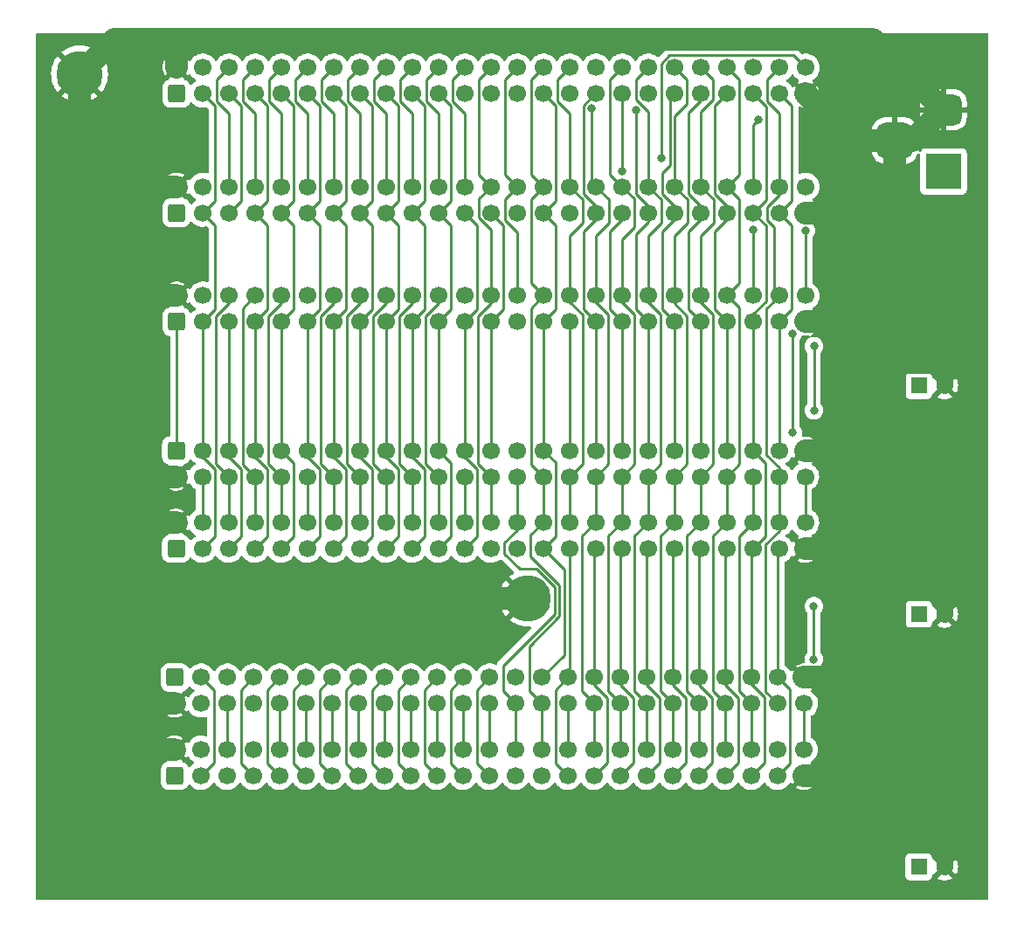
<source format=gbr>
%TF.GenerationSoftware,KiCad,Pcbnew,(6.0.7)*%
%TF.CreationDate,2022-12-21T02:17:17+00:00*%
%TF.ProjectId,CPC464-2MINIDOCK,43504334-3634-42d3-924d-494e49444f43,rev?*%
%TF.SameCoordinates,Original*%
%TF.FileFunction,Copper,L2,Bot*%
%TF.FilePolarity,Positive*%
%FSLAX46Y46*%
G04 Gerber Fmt 4.6, Leading zero omitted, Abs format (unit mm)*
G04 Created by KiCad (PCBNEW (6.0.7)) date 2022-12-21 02:17:17*
%MOMM*%
%LPD*%
G01*
G04 APERTURE LIST*
G04 Aperture macros list*
%AMRoundRect*
0 Rectangle with rounded corners*
0 $1 Rounding radius*
0 $2 $3 $4 $5 $6 $7 $8 $9 X,Y pos of 4 corners*
0 Add a 4 corners polygon primitive as box body*
4,1,4,$2,$3,$4,$5,$6,$7,$8,$9,$2,$3,0*
0 Add four circle primitives for the rounded corners*
1,1,$1+$1,$2,$3*
1,1,$1+$1,$4,$5*
1,1,$1+$1,$6,$7*
1,1,$1+$1,$8,$9*
0 Add four rect primitives between the rounded corners*
20,1,$1+$1,$2,$3,$4,$5,0*
20,1,$1+$1,$4,$5,$6,$7,0*
20,1,$1+$1,$6,$7,$8,$9,0*
20,1,$1+$1,$8,$9,$2,$3,0*%
G04 Aperture macros list end*
%TA.AperFunction,ComponentPad*%
%ADD10R,3.500000X3.500000*%
%TD*%
%TA.AperFunction,ComponentPad*%
%ADD11RoundRect,0.750000X-1.000000X0.750000X-1.000000X-0.750000X1.000000X-0.750000X1.000000X0.750000X0*%
%TD*%
%TA.AperFunction,ComponentPad*%
%ADD12RoundRect,0.875000X-0.875000X0.875000X-0.875000X-0.875000X0.875000X-0.875000X0.875000X0.875000X0*%
%TD*%
%TA.AperFunction,ComponentPad*%
%ADD13R,1.600000X1.600000*%
%TD*%
%TA.AperFunction,ComponentPad*%
%ADD14C,1.600000*%
%TD*%
%TA.AperFunction,ComponentPad*%
%ADD15RoundRect,0.250000X0.600000X-0.600000X0.600000X0.600000X-0.600000X0.600000X-0.600000X-0.600000X0*%
%TD*%
%TA.AperFunction,ComponentPad*%
%ADD16C,1.700000*%
%TD*%
%TA.AperFunction,ComponentPad*%
%ADD17C,4.500000*%
%TD*%
%TA.AperFunction,ViaPad*%
%ADD18C,0.800000*%
%TD*%
%TA.AperFunction,Conductor*%
%ADD19C,0.250000*%
%TD*%
%TA.AperFunction,Conductor*%
%ADD20C,2.160000*%
%TD*%
%TA.AperFunction,Conductor*%
%ADD21C,1.620000*%
%TD*%
G04 APERTURE END LIST*
D10*
%TO.P,J1,1*%
%TO.N,+5V*%
X121988500Y-35438600D03*
D11*
%TO.P,J1,2*%
%TO.N,GND*%
X121988500Y-29438600D03*
D12*
%TO.P,J1,3*%
X117288500Y-32438600D03*
%TD*%
D13*
%TO.P,C692,1*%
%TO.N,+5V*%
X119594600Y-102819200D03*
D14*
%TO.P,C692,2*%
%TO.N,GND*%
X122094600Y-102819200D03*
%TD*%
D13*
%TO.P,C691,1*%
%TO.N,+5V*%
X119594600Y-78333600D03*
D14*
%TO.P,C691,2*%
%TO.N,GND*%
X122094600Y-78333600D03*
%TD*%
D13*
%TO.P,C690,1*%
%TO.N,+5V*%
X119594600Y-56184800D03*
D14*
%TO.P,C690,2*%
%TO.N,GND*%
X122094600Y-56184800D03*
%TD*%
D15*
%TO.P,CE696,1,Pin_1*%
%TO.N,SOUND*%
X47498000Y-94000000D03*
D16*
%TO.P,CE696,2,Pin_2*%
%TO.N,GND*%
X47498000Y-91460000D03*
%TO.P,CE696,3,Pin_3*%
%TO.N,/A15*%
X50038000Y-94000000D03*
%TO.P,CE696,4,Pin_4*%
%TO.N,/A14*%
X50038000Y-91460000D03*
%TO.P,CE696,5,Pin_5*%
%TO.N,/A13*%
X52578000Y-94000000D03*
%TO.P,CE696,6,Pin_6*%
%TO.N,/A12*%
X52578000Y-91460000D03*
%TO.P,CE696,7,Pin_7*%
%TO.N,/A11*%
X55118000Y-94000000D03*
%TO.P,CE696,8,Pin_8*%
%TO.N,/A10*%
X55118000Y-91460000D03*
%TO.P,CE696,9,Pin_9*%
%TO.N,/A9*%
X57658000Y-94000000D03*
%TO.P,CE696,10,Pin_10*%
%TO.N,/A8*%
X57658000Y-91460000D03*
%TO.P,CE696,11,Pin_11*%
%TO.N,/A7*%
X60198000Y-94000000D03*
%TO.P,CE696,12,Pin_12*%
%TO.N,/A6*%
X60198000Y-91460000D03*
%TO.P,CE696,13,Pin_13*%
%TO.N,/A5*%
X62738000Y-94000000D03*
%TO.P,CE696,14,Pin_14*%
%TO.N,/A4*%
X62738000Y-91460000D03*
%TO.P,CE696,15,Pin_15*%
%TO.N,/A3*%
X65278000Y-94000000D03*
%TO.P,CE696,16,Pin_16*%
%TO.N,/A2*%
X65278000Y-91460000D03*
%TO.P,CE696,17,Pin_17*%
%TO.N,/A1*%
X67818000Y-94000000D03*
%TO.P,CE696,18,Pin_18*%
%TO.N,/A0*%
X67818000Y-91460000D03*
%TO.P,CE696,19,Pin_19*%
%TO.N,/D7*%
X70358000Y-94000000D03*
%TO.P,CE696,20,Pin_20*%
%TO.N,/D6*%
X70358000Y-91460000D03*
%TO.P,CE696,21,Pin_21*%
%TO.N,/D5*%
X72898000Y-94000000D03*
%TO.P,CE696,22,Pin_22*%
%TO.N,/D4*%
X72898000Y-91460000D03*
%TO.P,CE696,23,Pin_23*%
%TO.N,/D3*%
X75438000Y-94000000D03*
%TO.P,CE696,24,Pin_24*%
%TO.N,/D2*%
X75438000Y-91460000D03*
%TO.P,CE696,25,Pin_25*%
%TO.N,/D1*%
X77978000Y-94000000D03*
%TO.P,CE696,26,Pin_26*%
%TO.N,/D0*%
X77978000Y-91460000D03*
%TO.P,CE696,27,Pin_27*%
%TO.N,+5V*%
X80518000Y-94000000D03*
%TO.P,CE696,28,Pin_28*%
%TO.N,MREQ*%
X80518000Y-91460000D03*
%TO.P,CE696,29,Pin_29*%
%TO.N,M1*%
X83058000Y-94000000D03*
%TO.P,CE696,30,Pin_30*%
%TO.N,RFSH*%
X83058000Y-91460000D03*
%TO.P,CE696,31,Pin_31*%
%TO.N,IORQ*%
X85598000Y-94000000D03*
%TO.P,CE696,32,Pin_32*%
%TO.N,RD*%
X85598000Y-91460000D03*
%TO.P,CE696,33,Pin_33*%
%TO.N,WR*%
X88138000Y-94000000D03*
%TO.P,CE696,34,Pin_34*%
%TO.N,HALT*%
X88138000Y-91460000D03*
%TO.P,CE696,35,Pin_35*%
%TO.N,INT*%
X90678000Y-94000000D03*
%TO.P,CE696,36,Pin_36*%
%TO.N,NMI*%
X90678000Y-91460000D03*
%TO.P,CE696,37,Pin_37*%
%TO.N,BUSRQ*%
X93218000Y-94000000D03*
%TO.P,CE696,38,Pin_38*%
%TO.N,BUSAK*%
X93218000Y-91460000D03*
%TO.P,CE696,39,Pin_39*%
%TO.N,READY*%
X95758000Y-94000000D03*
%TO.P,CE696,40,Pin_40*%
%TO.N,BUS*%
X95758000Y-91460000D03*
%TO.P,CE696,41,Pin_41*%
%TO.N,RESET*%
X98298000Y-94000000D03*
%TO.P,CE696,42,Pin_42*%
%TO.N,ROMEN*%
X98298000Y-91460000D03*
%TO.P,CE696,43,Pin_43*%
%TO.N,ROMDIS*%
X100838000Y-94000000D03*
%TO.P,CE696,44,Pin_44*%
%TO.N,RAMRD*%
X100838000Y-91460000D03*
%TO.P,CE696,45,Pin_45*%
%TO.N,RAMDIS*%
X103378000Y-94000000D03*
%TO.P,CE696,46,Pin_46*%
%TO.N,CURSOR*%
X103378000Y-91460000D03*
%TO.P,CE696,47,Pin_47*%
%TO.N,LPEN*%
X105918000Y-94000000D03*
%TO.P,CE696,48,Pin_48*%
%TO.N,EXP*%
X105918000Y-91460000D03*
%TO.P,CE696,49,Pin_49*%
%TO.N,GND*%
X108458000Y-94000000D03*
%TO.P,CE696,50,Pin_50*%
%TO.N,A100*%
X108458000Y-91460000D03*
%TD*%
D15*
%TO.P,CE695,1,Pin_1*%
%TO.N,SOUND*%
X47523400Y-84460000D03*
D16*
%TO.P,CE695,2,Pin_2*%
%TO.N,GND*%
X47523400Y-87000000D03*
%TO.P,CE695,3,Pin_3*%
%TO.N,/A15*%
X50063400Y-84460000D03*
%TO.P,CE695,4,Pin_4*%
%TO.N,/A14*%
X50063400Y-87000000D03*
%TO.P,CE695,5,Pin_5*%
%TO.N,/A13*%
X52603400Y-84460000D03*
%TO.P,CE695,6,Pin_6*%
%TO.N,/A12*%
X52603400Y-87000000D03*
%TO.P,CE695,7,Pin_7*%
%TO.N,/A11*%
X55143400Y-84460000D03*
%TO.P,CE695,8,Pin_8*%
%TO.N,/A10*%
X55143400Y-87000000D03*
%TO.P,CE695,9,Pin_9*%
%TO.N,/A9*%
X57683400Y-84460000D03*
%TO.P,CE695,10,Pin_10*%
%TO.N,/A8*%
X57683400Y-87000000D03*
%TO.P,CE695,11,Pin_11*%
%TO.N,/A7*%
X60223400Y-84460000D03*
%TO.P,CE695,12,Pin_12*%
%TO.N,/A6*%
X60223400Y-87000000D03*
%TO.P,CE695,13,Pin_13*%
%TO.N,/A5*%
X62763400Y-84460000D03*
%TO.P,CE695,14,Pin_14*%
%TO.N,/A4*%
X62763400Y-87000000D03*
%TO.P,CE695,15,Pin_15*%
%TO.N,/A3*%
X65303400Y-84460000D03*
%TO.P,CE695,16,Pin_16*%
%TO.N,/A2*%
X65303400Y-87000000D03*
%TO.P,CE695,17,Pin_17*%
%TO.N,/A1*%
X67843400Y-84460000D03*
%TO.P,CE695,18,Pin_18*%
%TO.N,/A0*%
X67843400Y-87000000D03*
%TO.P,CE695,19,Pin_19*%
%TO.N,/D7*%
X70383400Y-84460000D03*
%TO.P,CE695,20,Pin_20*%
%TO.N,/D6*%
X70383400Y-87000000D03*
%TO.P,CE695,21,Pin_21*%
%TO.N,/D5*%
X72923400Y-84460000D03*
%TO.P,CE695,22,Pin_22*%
%TO.N,/D4*%
X72923400Y-87000000D03*
%TO.P,CE695,23,Pin_23*%
%TO.N,/D3*%
X75463400Y-84460000D03*
%TO.P,CE695,24,Pin_24*%
%TO.N,/D2*%
X75463400Y-87000000D03*
%TO.P,CE695,25,Pin_25*%
%TO.N,/D1*%
X78003400Y-84460000D03*
%TO.P,CE695,26,Pin_26*%
%TO.N,/D0*%
X78003400Y-87000000D03*
%TO.P,CE695,27,Pin_27*%
%TO.N,+5V*%
X80543400Y-84460000D03*
%TO.P,CE695,28,Pin_28*%
%TO.N,MREQ*%
X80543400Y-87000000D03*
%TO.P,CE695,29,Pin_29*%
%TO.N,M1*%
X83083400Y-84460000D03*
%TO.P,CE695,30,Pin_30*%
%TO.N,RFSH*%
X83083400Y-87000000D03*
%TO.P,CE695,31,Pin_31*%
%TO.N,IORQ*%
X85623400Y-84460000D03*
%TO.P,CE695,32,Pin_32*%
%TO.N,RD*%
X85623400Y-87000000D03*
%TO.P,CE695,33,Pin_33*%
%TO.N,WR*%
X88163400Y-84460000D03*
%TO.P,CE695,34,Pin_34*%
%TO.N,HALT*%
X88163400Y-87000000D03*
%TO.P,CE695,35,Pin_35*%
%TO.N,INT*%
X90703400Y-84460000D03*
%TO.P,CE695,36,Pin_36*%
%TO.N,NMI*%
X90703400Y-87000000D03*
%TO.P,CE695,37,Pin_37*%
%TO.N,BUSRQ*%
X93243400Y-84460000D03*
%TO.P,CE695,38,Pin_38*%
%TO.N,BUSAK*%
X93243400Y-87000000D03*
%TO.P,CE695,39,Pin_39*%
%TO.N,READY*%
X95783400Y-84460000D03*
%TO.P,CE695,40,Pin_40*%
%TO.N,BUS*%
X95783400Y-87000000D03*
%TO.P,CE695,41,Pin_41*%
%TO.N,RESET*%
X98323400Y-84460000D03*
%TO.P,CE695,42,Pin_42*%
%TO.N,ROMEN*%
X98323400Y-87000000D03*
%TO.P,CE695,43,Pin_43*%
%TO.N,ROMDIS*%
X100863400Y-84460000D03*
%TO.P,CE695,44,Pin_44*%
%TO.N,RAMRD*%
X100863400Y-87000000D03*
%TO.P,CE695,45,Pin_45*%
%TO.N,RAMDIS*%
X103403400Y-84460000D03*
%TO.P,CE695,46,Pin_46*%
%TO.N,CURSOR*%
X103403400Y-87000000D03*
%TO.P,CE695,47,Pin_47*%
%TO.N,LPEN*%
X105943400Y-84460000D03*
%TO.P,CE695,48,Pin_48*%
%TO.N,EXP*%
X105943400Y-87000000D03*
%TO.P,CE695,49,Pin_49*%
%TO.N,GND*%
X108483400Y-84460000D03*
%TO.P,CE695,50,Pin_50*%
%TO.N,A100*%
X108483400Y-87000000D03*
%TD*%
%TO.P,CE694,50,Pin_50*%
%TO.N,A100*%
X108585000Y-69460000D03*
%TO.P,CE694,49,Pin_49*%
%TO.N,GND*%
X108585000Y-72000000D03*
%TO.P,CE694,48,Pin_48*%
%TO.N,EXP*%
X106045000Y-69460000D03*
%TO.P,CE694,47,Pin_47*%
%TO.N,LPEN*%
X106045000Y-72000000D03*
%TO.P,CE694,46,Pin_46*%
%TO.N,CURSOR*%
X103505000Y-69460000D03*
%TO.P,CE694,45,Pin_45*%
%TO.N,RAMDIS*%
X103505000Y-72000000D03*
%TO.P,CE694,44,Pin_44*%
%TO.N,RAMRD*%
X100965000Y-69460000D03*
%TO.P,CE694,43,Pin_43*%
%TO.N,ROMDIS*%
X100965000Y-72000000D03*
%TO.P,CE694,42,Pin_42*%
%TO.N,ROMEN*%
X98425000Y-69460000D03*
%TO.P,CE694,41,Pin_41*%
%TO.N,RESET*%
X98425000Y-72000000D03*
%TO.P,CE694,40,Pin_40*%
%TO.N,BUS*%
X95885000Y-69460000D03*
%TO.P,CE694,39,Pin_39*%
%TO.N,READY*%
X95885000Y-72000000D03*
%TO.P,CE694,38,Pin_38*%
%TO.N,BUSAK*%
X93345000Y-69460000D03*
%TO.P,CE694,37,Pin_37*%
%TO.N,BUSRQ*%
X93345000Y-72000000D03*
%TO.P,CE694,36,Pin_36*%
%TO.N,NMI*%
X90805000Y-69460000D03*
%TO.P,CE694,35,Pin_35*%
%TO.N,INT*%
X90805000Y-72000000D03*
%TO.P,CE694,34,Pin_34*%
%TO.N,HALT*%
X88265000Y-69460000D03*
%TO.P,CE694,33,Pin_33*%
%TO.N,WR*%
X88265000Y-72000000D03*
%TO.P,CE694,32,Pin_32*%
%TO.N,RD*%
X85725000Y-69460000D03*
%TO.P,CE694,31,Pin_31*%
%TO.N,IORQ*%
X85725000Y-72000000D03*
%TO.P,CE694,30,Pin_30*%
%TO.N,RFSH*%
X83185000Y-69460000D03*
%TO.P,CE694,29,Pin_29*%
%TO.N,M1*%
X83185000Y-72000000D03*
%TO.P,CE694,28,Pin_28*%
%TO.N,MREQ*%
X80645000Y-69460000D03*
%TO.P,CE694,27,Pin_27*%
%TO.N,+5V*%
X80645000Y-72000000D03*
%TO.P,CE694,26,Pin_26*%
%TO.N,/D0*%
X78105000Y-69460000D03*
%TO.P,CE694,25,Pin_25*%
%TO.N,/D1*%
X78105000Y-72000000D03*
%TO.P,CE694,24,Pin_24*%
%TO.N,/D2*%
X75565000Y-69460000D03*
%TO.P,CE694,23,Pin_23*%
%TO.N,/D3*%
X75565000Y-72000000D03*
%TO.P,CE694,22,Pin_22*%
%TO.N,/D4*%
X73025000Y-69460000D03*
%TO.P,CE694,21,Pin_21*%
%TO.N,/D5*%
X73025000Y-72000000D03*
%TO.P,CE694,20,Pin_20*%
%TO.N,/D6*%
X70485000Y-69460000D03*
%TO.P,CE694,19,Pin_19*%
%TO.N,/D7*%
X70485000Y-72000000D03*
%TO.P,CE694,18,Pin_18*%
%TO.N,/A0*%
X67945000Y-69460000D03*
%TO.P,CE694,17,Pin_17*%
%TO.N,/A1*%
X67945000Y-72000000D03*
%TO.P,CE694,16,Pin_16*%
%TO.N,/A2*%
X65405000Y-69460000D03*
%TO.P,CE694,15,Pin_15*%
%TO.N,/A3*%
X65405000Y-72000000D03*
%TO.P,CE694,14,Pin_14*%
%TO.N,/A4*%
X62865000Y-69460000D03*
%TO.P,CE694,13,Pin_13*%
%TO.N,/A5*%
X62865000Y-72000000D03*
%TO.P,CE694,12,Pin_12*%
%TO.N,/A6*%
X60325000Y-69460000D03*
%TO.P,CE694,11,Pin_11*%
%TO.N,/A7*%
X60325000Y-72000000D03*
%TO.P,CE694,10,Pin_10*%
%TO.N,/A8*%
X57785000Y-69460000D03*
%TO.P,CE694,9,Pin_9*%
%TO.N,/A9*%
X57785000Y-72000000D03*
%TO.P,CE694,8,Pin_8*%
%TO.N,/A10*%
X55245000Y-69460000D03*
%TO.P,CE694,7,Pin_7*%
%TO.N,/A11*%
X55245000Y-72000000D03*
%TO.P,CE694,6,Pin_6*%
%TO.N,/A12*%
X52705000Y-69460000D03*
%TO.P,CE694,5,Pin_5*%
%TO.N,/A13*%
X52705000Y-72000000D03*
%TO.P,CE694,4,Pin_4*%
%TO.N,/A14*%
X50165000Y-69460000D03*
%TO.P,CE694,3,Pin_3*%
%TO.N,/A15*%
X50165000Y-72000000D03*
%TO.P,CE694,2,Pin_2*%
%TO.N,GND*%
X47625000Y-69460000D03*
D15*
%TO.P,CE694,1,Pin_1*%
%TO.N,SOUND*%
X47625000Y-72000000D03*
%TD*%
%TO.P,CE693,1,Pin_1*%
%TO.N,SOUND*%
X47625000Y-62460000D03*
D16*
%TO.P,CE693,2,Pin_2*%
%TO.N,GND*%
X47625000Y-65000000D03*
%TO.P,CE693,3,Pin_3*%
%TO.N,/A15*%
X50165000Y-62460000D03*
%TO.P,CE693,4,Pin_4*%
%TO.N,/A14*%
X50165000Y-65000000D03*
%TO.P,CE693,5,Pin_5*%
%TO.N,/A13*%
X52705000Y-62460000D03*
%TO.P,CE693,6,Pin_6*%
%TO.N,/A12*%
X52705000Y-65000000D03*
%TO.P,CE693,7,Pin_7*%
%TO.N,/A11*%
X55245000Y-62460000D03*
%TO.P,CE693,8,Pin_8*%
%TO.N,/A10*%
X55245000Y-65000000D03*
%TO.P,CE693,9,Pin_9*%
%TO.N,/A9*%
X57785000Y-62460000D03*
%TO.P,CE693,10,Pin_10*%
%TO.N,/A8*%
X57785000Y-65000000D03*
%TO.P,CE693,11,Pin_11*%
%TO.N,/A7*%
X60325000Y-62460000D03*
%TO.P,CE693,12,Pin_12*%
%TO.N,/A6*%
X60325000Y-65000000D03*
%TO.P,CE693,13,Pin_13*%
%TO.N,/A5*%
X62865000Y-62460000D03*
%TO.P,CE693,14,Pin_14*%
%TO.N,/A4*%
X62865000Y-65000000D03*
%TO.P,CE693,15,Pin_15*%
%TO.N,/A3*%
X65405000Y-62460000D03*
%TO.P,CE693,16,Pin_16*%
%TO.N,/A2*%
X65405000Y-65000000D03*
%TO.P,CE693,17,Pin_17*%
%TO.N,/A1*%
X67945000Y-62460000D03*
%TO.P,CE693,18,Pin_18*%
%TO.N,/A0*%
X67945000Y-65000000D03*
%TO.P,CE693,19,Pin_19*%
%TO.N,/D7*%
X70485000Y-62460000D03*
%TO.P,CE693,20,Pin_20*%
%TO.N,/D6*%
X70485000Y-65000000D03*
%TO.P,CE693,21,Pin_21*%
%TO.N,/D5*%
X73025000Y-62460000D03*
%TO.P,CE693,22,Pin_22*%
%TO.N,/D4*%
X73025000Y-65000000D03*
%TO.P,CE693,23,Pin_23*%
%TO.N,/D3*%
X75565000Y-62460000D03*
%TO.P,CE693,24,Pin_24*%
%TO.N,/D2*%
X75565000Y-65000000D03*
%TO.P,CE693,25,Pin_25*%
%TO.N,/D1*%
X78105000Y-62460000D03*
%TO.P,CE693,26,Pin_26*%
%TO.N,/D0*%
X78105000Y-65000000D03*
%TO.P,CE693,27,Pin_27*%
%TO.N,+5V*%
X80645000Y-62460000D03*
%TO.P,CE693,28,Pin_28*%
%TO.N,MREQ*%
X80645000Y-65000000D03*
%TO.P,CE693,29,Pin_29*%
%TO.N,M1*%
X83185000Y-62460000D03*
%TO.P,CE693,30,Pin_30*%
%TO.N,RFSH*%
X83185000Y-65000000D03*
%TO.P,CE693,31,Pin_31*%
%TO.N,IORQ*%
X85725000Y-62460000D03*
%TO.P,CE693,32,Pin_32*%
%TO.N,RD*%
X85725000Y-65000000D03*
%TO.P,CE693,33,Pin_33*%
%TO.N,WR*%
X88265000Y-62460000D03*
%TO.P,CE693,34,Pin_34*%
%TO.N,HALT*%
X88265000Y-65000000D03*
%TO.P,CE693,35,Pin_35*%
%TO.N,INT*%
X90805000Y-62460000D03*
%TO.P,CE693,36,Pin_36*%
%TO.N,NMI*%
X90805000Y-65000000D03*
%TO.P,CE693,37,Pin_37*%
%TO.N,BUSRQ*%
X93345000Y-62460000D03*
%TO.P,CE693,38,Pin_38*%
%TO.N,BUSAK*%
X93345000Y-65000000D03*
%TO.P,CE693,39,Pin_39*%
%TO.N,READY*%
X95885000Y-62460000D03*
%TO.P,CE693,40,Pin_40*%
%TO.N,BUS*%
X95885000Y-65000000D03*
%TO.P,CE693,41,Pin_41*%
%TO.N,RESET*%
X98425000Y-62460000D03*
%TO.P,CE693,42,Pin_42*%
%TO.N,ROMEN*%
X98425000Y-65000000D03*
%TO.P,CE693,43,Pin_43*%
%TO.N,ROMDIS*%
X100965000Y-62460000D03*
%TO.P,CE693,44,Pin_44*%
%TO.N,RAMRD*%
X100965000Y-65000000D03*
%TO.P,CE693,45,Pin_45*%
%TO.N,RAMDIS*%
X103505000Y-62460000D03*
%TO.P,CE693,46,Pin_46*%
%TO.N,CURSOR*%
X103505000Y-65000000D03*
%TO.P,CE693,47,Pin_47*%
%TO.N,LPEN*%
X106045000Y-62460000D03*
%TO.P,CE693,48,Pin_48*%
%TO.N,EXP*%
X106045000Y-65000000D03*
%TO.P,CE693,49,Pin_49*%
%TO.N,GND*%
X108585000Y-62460000D03*
%TO.P,CE693,50,Pin_50*%
%TO.N,A100*%
X108585000Y-65000000D03*
%TD*%
D15*
%TO.P,CE692,1,Pin_1*%
%TO.N,SOUND*%
X47675800Y-50000000D03*
D16*
%TO.P,CE692,2,Pin_2*%
%TO.N,GND*%
X47675800Y-47460000D03*
%TO.P,CE692,3,Pin_3*%
%TO.N,/A15*%
X50215800Y-50000000D03*
%TO.P,CE692,4,Pin_4*%
%TO.N,/A14*%
X50215800Y-47460000D03*
%TO.P,CE692,5,Pin_5*%
%TO.N,/A13*%
X52755800Y-50000000D03*
%TO.P,CE692,6,Pin_6*%
%TO.N,/A12*%
X52755800Y-47460000D03*
%TO.P,CE692,7,Pin_7*%
%TO.N,/A11*%
X55295800Y-50000000D03*
%TO.P,CE692,8,Pin_8*%
%TO.N,/A10*%
X55295800Y-47460000D03*
%TO.P,CE692,9,Pin_9*%
%TO.N,/A9*%
X57835800Y-50000000D03*
%TO.P,CE692,10,Pin_10*%
%TO.N,/A8*%
X57835800Y-47460000D03*
%TO.P,CE692,11,Pin_11*%
%TO.N,/A7*%
X60375800Y-50000000D03*
%TO.P,CE692,12,Pin_12*%
%TO.N,/A6*%
X60375800Y-47460000D03*
%TO.P,CE692,13,Pin_13*%
%TO.N,/A5*%
X62915800Y-50000000D03*
%TO.P,CE692,14,Pin_14*%
%TO.N,/A4*%
X62915800Y-47460000D03*
%TO.P,CE692,15,Pin_15*%
%TO.N,/A3*%
X65455800Y-50000000D03*
%TO.P,CE692,16,Pin_16*%
%TO.N,/A2*%
X65455800Y-47460000D03*
%TO.P,CE692,17,Pin_17*%
%TO.N,/A1*%
X67995800Y-50000000D03*
%TO.P,CE692,18,Pin_18*%
%TO.N,/A0*%
X67995800Y-47460000D03*
%TO.P,CE692,19,Pin_19*%
%TO.N,/D7*%
X70535800Y-50000000D03*
%TO.P,CE692,20,Pin_20*%
%TO.N,/D6*%
X70535800Y-47460000D03*
%TO.P,CE692,21,Pin_21*%
%TO.N,/D5*%
X73075800Y-50000000D03*
%TO.P,CE692,22,Pin_22*%
%TO.N,/D4*%
X73075800Y-47460000D03*
%TO.P,CE692,23,Pin_23*%
%TO.N,/D3*%
X75615800Y-50000000D03*
%TO.P,CE692,24,Pin_24*%
%TO.N,/D2*%
X75615800Y-47460000D03*
%TO.P,CE692,25,Pin_25*%
%TO.N,/D1*%
X78155800Y-50000000D03*
%TO.P,CE692,26,Pin_26*%
%TO.N,/D0*%
X78155800Y-47460000D03*
%TO.P,CE692,27,Pin_27*%
%TO.N,+5V*%
X80695800Y-50000000D03*
%TO.P,CE692,28,Pin_28*%
%TO.N,MREQ*%
X80695800Y-47460000D03*
%TO.P,CE692,29,Pin_29*%
%TO.N,M1*%
X83235800Y-50000000D03*
%TO.P,CE692,30,Pin_30*%
%TO.N,RFSH*%
X83235800Y-47460000D03*
%TO.P,CE692,31,Pin_31*%
%TO.N,IORQ*%
X85775800Y-50000000D03*
%TO.P,CE692,32,Pin_32*%
%TO.N,RD*%
X85775800Y-47460000D03*
%TO.P,CE692,33,Pin_33*%
%TO.N,WR*%
X88315800Y-50000000D03*
%TO.P,CE692,34,Pin_34*%
%TO.N,HALT*%
X88315800Y-47460000D03*
%TO.P,CE692,35,Pin_35*%
%TO.N,INT*%
X90855800Y-50000000D03*
%TO.P,CE692,36,Pin_36*%
%TO.N,NMI*%
X90855800Y-47460000D03*
%TO.P,CE692,37,Pin_37*%
%TO.N,BUSRQ*%
X93395800Y-50000000D03*
%TO.P,CE692,38,Pin_38*%
%TO.N,BUSAK*%
X93395800Y-47460000D03*
%TO.P,CE692,39,Pin_39*%
%TO.N,READY*%
X95935800Y-50000000D03*
%TO.P,CE692,40,Pin_40*%
%TO.N,BUS*%
X95935800Y-47460000D03*
%TO.P,CE692,41,Pin_41*%
%TO.N,RESET*%
X98475800Y-50000000D03*
%TO.P,CE692,42,Pin_42*%
%TO.N,ROMEN*%
X98475800Y-47460000D03*
%TO.P,CE692,43,Pin_43*%
%TO.N,ROMDIS*%
X101015800Y-50000000D03*
%TO.P,CE692,44,Pin_44*%
%TO.N,RAMRD*%
X101015800Y-47460000D03*
%TO.P,CE692,45,Pin_45*%
%TO.N,RAMDIS*%
X103555800Y-50000000D03*
%TO.P,CE692,46,Pin_46*%
%TO.N,CURSOR*%
X103555800Y-47460000D03*
%TO.P,CE692,47,Pin_47*%
%TO.N,LPEN*%
X106095800Y-50000000D03*
%TO.P,CE692,48,Pin_48*%
%TO.N,EXP*%
X106095800Y-47460000D03*
%TO.P,CE692,49,Pin_49*%
%TO.N,GND*%
X108635800Y-50000000D03*
%TO.P,CE692,50,Pin_50*%
%TO.N,A100*%
X108635800Y-47460000D03*
%TD*%
D15*
%TO.P,CE691,1,Pin_1*%
%TO.N,SOUND*%
X47675800Y-39436700D03*
D16*
%TO.P,CE691,2,Pin_2*%
%TO.N,GND*%
X47675800Y-36896700D03*
%TO.P,CE691,3,Pin_3*%
%TO.N,/A15*%
X50215800Y-39436700D03*
%TO.P,CE691,4,Pin_4*%
%TO.N,/A14*%
X50215800Y-36896700D03*
%TO.P,CE691,5,Pin_5*%
%TO.N,/A13*%
X52755800Y-39436700D03*
%TO.P,CE691,6,Pin_6*%
%TO.N,/A12*%
X52755800Y-36896700D03*
%TO.P,CE691,7,Pin_7*%
%TO.N,/A11*%
X55295800Y-39436700D03*
%TO.P,CE691,8,Pin_8*%
%TO.N,/A10*%
X55295800Y-36896700D03*
%TO.P,CE691,9,Pin_9*%
%TO.N,/A9*%
X57835800Y-39436700D03*
%TO.P,CE691,10,Pin_10*%
%TO.N,/A8*%
X57835800Y-36896700D03*
%TO.P,CE691,11,Pin_11*%
%TO.N,/A7*%
X60375800Y-39436700D03*
%TO.P,CE691,12,Pin_12*%
%TO.N,/A6*%
X60375800Y-36896700D03*
%TO.P,CE691,13,Pin_13*%
%TO.N,/A5*%
X62915800Y-39436700D03*
%TO.P,CE691,14,Pin_14*%
%TO.N,/A4*%
X62915800Y-36896700D03*
%TO.P,CE691,15,Pin_15*%
%TO.N,/A3*%
X65455800Y-39436700D03*
%TO.P,CE691,16,Pin_16*%
%TO.N,/A2*%
X65455800Y-36896700D03*
%TO.P,CE691,17,Pin_17*%
%TO.N,/A1*%
X67995800Y-39436700D03*
%TO.P,CE691,18,Pin_18*%
%TO.N,/A0*%
X67995800Y-36896700D03*
%TO.P,CE691,19,Pin_19*%
%TO.N,/D7*%
X70535800Y-39436700D03*
%TO.P,CE691,20,Pin_20*%
%TO.N,/D6*%
X70535800Y-36896700D03*
%TO.P,CE691,21,Pin_21*%
%TO.N,/D5*%
X73075800Y-39436700D03*
%TO.P,CE691,22,Pin_22*%
%TO.N,/D4*%
X73075800Y-36896700D03*
%TO.P,CE691,23,Pin_23*%
%TO.N,/D3*%
X75615800Y-39436700D03*
%TO.P,CE691,24,Pin_24*%
%TO.N,/D2*%
X75615800Y-36896700D03*
%TO.P,CE691,25,Pin_25*%
%TO.N,/D1*%
X78155800Y-39436700D03*
%TO.P,CE691,26,Pin_26*%
%TO.N,/D0*%
X78155800Y-36896700D03*
%TO.P,CE691,27,Pin_27*%
%TO.N,+5V*%
X80695800Y-39436700D03*
%TO.P,CE691,28,Pin_28*%
%TO.N,MREQ*%
X80695800Y-36896700D03*
%TO.P,CE691,29,Pin_29*%
%TO.N,M1*%
X83235800Y-39436700D03*
%TO.P,CE691,30,Pin_30*%
%TO.N,RFSH*%
X83235800Y-36896700D03*
%TO.P,CE691,31,Pin_31*%
%TO.N,IORQ*%
X85775800Y-39436700D03*
%TO.P,CE691,32,Pin_32*%
%TO.N,RD*%
X85775800Y-36896700D03*
%TO.P,CE691,33,Pin_33*%
%TO.N,WR*%
X88315800Y-39436700D03*
%TO.P,CE691,34,Pin_34*%
%TO.N,HALT*%
X88315800Y-36896700D03*
%TO.P,CE691,35,Pin_35*%
%TO.N,INT*%
X90855800Y-39436700D03*
%TO.P,CE691,36,Pin_36*%
%TO.N,NMI*%
X90855800Y-36896700D03*
%TO.P,CE691,37,Pin_37*%
%TO.N,BUSRQ*%
X93395800Y-39436700D03*
%TO.P,CE691,38,Pin_38*%
%TO.N,BUSAK*%
X93395800Y-36896700D03*
%TO.P,CE691,39,Pin_39*%
%TO.N,READY*%
X95935800Y-39436700D03*
%TO.P,CE691,40,Pin_40*%
%TO.N,BUS*%
X95935800Y-36896700D03*
%TO.P,CE691,41,Pin_41*%
%TO.N,RESET*%
X98475800Y-39436700D03*
%TO.P,CE691,42,Pin_42*%
%TO.N,ROMEN*%
X98475800Y-36896700D03*
%TO.P,CE691,43,Pin_43*%
%TO.N,ROMDIS*%
X101015800Y-39436700D03*
%TO.P,CE691,44,Pin_44*%
%TO.N,RAMRD*%
X101015800Y-36896700D03*
%TO.P,CE691,45,Pin_45*%
%TO.N,RAMDIS*%
X103555800Y-39436700D03*
%TO.P,CE691,46,Pin_46*%
%TO.N,CURSOR*%
X103555800Y-36896700D03*
%TO.P,CE691,47,Pin_47*%
%TO.N,LPEN*%
X106095800Y-39436700D03*
%TO.P,CE691,48,Pin_48*%
%TO.N,EXP*%
X106095800Y-36896700D03*
%TO.P,CE691,49,Pin_49*%
%TO.N,GND*%
X108635800Y-39436700D03*
%TO.P,CE691,50,Pin_50*%
%TO.N,A100*%
X108635800Y-36896700D03*
%TD*%
D15*
%TO.P,CE690,1,Pin_1*%
%TO.N,SOUND*%
X47675800Y-27889200D03*
D16*
%TO.P,CE690,2,Pin_2*%
%TO.N,GND*%
X47675800Y-25349200D03*
%TO.P,CE690,3,Pin_3*%
%TO.N,/A15*%
X50215800Y-27889200D03*
%TO.P,CE690,4,Pin_4*%
%TO.N,/A14*%
X50215800Y-25349200D03*
%TO.P,CE690,5,Pin_5*%
%TO.N,/A13*%
X52755800Y-27889200D03*
%TO.P,CE690,6,Pin_6*%
%TO.N,/A12*%
X52755800Y-25349200D03*
%TO.P,CE690,7,Pin_7*%
%TO.N,/A11*%
X55295800Y-27889200D03*
%TO.P,CE690,8,Pin_8*%
%TO.N,/A10*%
X55295800Y-25349200D03*
%TO.P,CE690,9,Pin_9*%
%TO.N,/A9*%
X57835800Y-27889200D03*
%TO.P,CE690,10,Pin_10*%
%TO.N,/A8*%
X57835800Y-25349200D03*
%TO.P,CE690,11,Pin_11*%
%TO.N,/A7*%
X60375800Y-27889200D03*
%TO.P,CE690,12,Pin_12*%
%TO.N,/A6*%
X60375800Y-25349200D03*
%TO.P,CE690,13,Pin_13*%
%TO.N,/A5*%
X62915800Y-27889200D03*
%TO.P,CE690,14,Pin_14*%
%TO.N,/A4*%
X62915800Y-25349200D03*
%TO.P,CE690,15,Pin_15*%
%TO.N,/A3*%
X65455800Y-27889200D03*
%TO.P,CE690,16,Pin_16*%
%TO.N,/A2*%
X65455800Y-25349200D03*
%TO.P,CE690,17,Pin_17*%
%TO.N,/A1*%
X67995800Y-27889200D03*
%TO.P,CE690,18,Pin_18*%
%TO.N,/A0*%
X67995800Y-25349200D03*
%TO.P,CE690,19,Pin_19*%
%TO.N,/D7*%
X70535800Y-27889200D03*
%TO.P,CE690,20,Pin_20*%
%TO.N,/D6*%
X70535800Y-25349200D03*
%TO.P,CE690,21,Pin_21*%
%TO.N,/D5*%
X73075800Y-27889200D03*
%TO.P,CE690,22,Pin_22*%
%TO.N,/D4*%
X73075800Y-25349200D03*
%TO.P,CE690,23,Pin_23*%
%TO.N,/D3*%
X75615800Y-27889200D03*
%TO.P,CE690,24,Pin_24*%
%TO.N,/D2*%
X75615800Y-25349200D03*
%TO.P,CE690,25,Pin_25*%
%TO.N,/D1*%
X78155800Y-27889200D03*
%TO.P,CE690,26,Pin_26*%
%TO.N,/D0*%
X78155800Y-25349200D03*
%TO.P,CE690,27,Pin_27*%
%TO.N,+5V*%
X80695800Y-27889200D03*
%TO.P,CE690,28,Pin_28*%
%TO.N,MREQ*%
X80695800Y-25349200D03*
%TO.P,CE690,29,Pin_29*%
%TO.N,M1*%
X83235800Y-27889200D03*
%TO.P,CE690,30,Pin_30*%
%TO.N,RFSH*%
X83235800Y-25349200D03*
%TO.P,CE690,31,Pin_31*%
%TO.N,IORQ*%
X85775800Y-27889200D03*
%TO.P,CE690,32,Pin_32*%
%TO.N,RD*%
X85775800Y-25349200D03*
%TO.P,CE690,33,Pin_33*%
%TO.N,WR*%
X88315800Y-27889200D03*
%TO.P,CE690,34,Pin_34*%
%TO.N,HALT*%
X88315800Y-25349200D03*
%TO.P,CE690,35,Pin_35*%
%TO.N,INT*%
X90855800Y-27889200D03*
%TO.P,CE690,36,Pin_36*%
%TO.N,NMI*%
X90855800Y-25349200D03*
%TO.P,CE690,37,Pin_37*%
%TO.N,BUSRQ*%
X93395800Y-27889200D03*
%TO.P,CE690,38,Pin_38*%
%TO.N,BUSAK*%
X93395800Y-25349200D03*
%TO.P,CE690,39,Pin_39*%
%TO.N,READY*%
X95935800Y-27889200D03*
%TO.P,CE690,40,Pin_40*%
%TO.N,BUS*%
X95935800Y-25349200D03*
%TO.P,CE690,41,Pin_41*%
%TO.N,RESET*%
X98475800Y-27889200D03*
%TO.P,CE690,42,Pin_42*%
%TO.N,ROMEN*%
X98475800Y-25349200D03*
%TO.P,CE690,43,Pin_43*%
%TO.N,ROMDIS*%
X101015800Y-27889200D03*
%TO.P,CE690,44,Pin_44*%
%TO.N,RAMRD*%
X101015800Y-25349200D03*
%TO.P,CE690,45,Pin_45*%
%TO.N,RAMDIS*%
X103555800Y-27889200D03*
%TO.P,CE690,46,Pin_46*%
%TO.N,CURSOR*%
X103555800Y-25349200D03*
%TO.P,CE690,47,Pin_47*%
%TO.N,LPEN*%
X106095800Y-27889200D03*
%TO.P,CE690,48,Pin_48*%
%TO.N,EXP*%
X106095800Y-25349200D03*
%TO.P,CE690,49,Pin_49*%
%TO.N,GND*%
X108635800Y-27889200D03*
%TO.P,CE690,50,Pin_50*%
%TO.N,A100*%
X108635800Y-25349200D03*
%TD*%
D17*
%TO.P,H7,1,1*%
%TO.N,GND*%
X81706800Y-76779200D03*
%TD*%
%TO.P,H1,1,1*%
%TO.N,GND*%
X38272800Y-25979200D03*
%TD*%
D18*
%TO.N,A100*%
X107365800Y-60757700D03*
X107365800Y-51137600D03*
X94655800Y-34143700D03*
X109424200Y-77563000D03*
X109424200Y-82702200D03*
X108635800Y-41148600D03*
%TO.N,CURSOR*%
X103555800Y-41043800D03*
X104095500Y-30389500D03*
X109432200Y-52370000D03*
X109432200Y-58565100D03*
%TO.N,BUSRQ*%
X92220700Y-29477000D03*
%TO.N,INT*%
X90855800Y-35445700D03*
%TO.N,HALT*%
X87856400Y-29344100D03*
%TO.N,GND*%
X39872600Y-91460000D03*
%TD*%
D19*
%TO.N,A100*%
X108458000Y-87025400D02*
X108458000Y-91460000D01*
X108483400Y-87000000D02*
X108458000Y-87025400D01*
X108585000Y-69460000D02*
X108585000Y-65000000D01*
X107365800Y-51137600D02*
X107365800Y-60757700D01*
X109424200Y-77563000D02*
X109424200Y-82702200D01*
X94655800Y-24952400D02*
X94655800Y-34143700D01*
X95445400Y-24162800D02*
X94655800Y-24952400D01*
X107449400Y-24162800D02*
X95445400Y-24162800D01*
X108635800Y-25349200D02*
X107449400Y-24162800D01*
X108635800Y-47460000D02*
X108635800Y-41148600D01*
%TO.N,EXP*%
X106095800Y-47460000D02*
X105547700Y-47460000D01*
X105547700Y-48008100D02*
X105547700Y-47460000D01*
X104826000Y-48729800D02*
X105547700Y-48008100D01*
X104826000Y-62920300D02*
X104826000Y-48729800D01*
X106045000Y-64139300D02*
X104826000Y-62920300D01*
X106045000Y-65000000D02*
X106045000Y-64139300D01*
X106095800Y-37654100D02*
X106095800Y-36896700D01*
X104886900Y-38863000D02*
X106095800Y-37654100D01*
X104886900Y-40131100D02*
X104886900Y-38863000D01*
X105547700Y-40791900D02*
X104886900Y-40131100D01*
X105547700Y-47460000D02*
X105547700Y-40791900D01*
X106045000Y-65000000D02*
X106045000Y-69460000D01*
X104768200Y-85824800D02*
X105943400Y-87000000D01*
X104768200Y-71585200D02*
X104768200Y-85824800D01*
X106045000Y-70308400D02*
X104768200Y-71585200D01*
X106045000Y-69460000D02*
X106045000Y-70308400D01*
X106095800Y-29789200D02*
X106095800Y-36896700D01*
X104920600Y-28614000D02*
X106095800Y-29789200D01*
X104920600Y-26524400D02*
X104920600Y-28614000D01*
X106095800Y-25349200D02*
X104920600Y-26524400D01*
%TO.N,LPEN*%
X106095800Y-62409200D02*
X106095800Y-50000000D01*
X106045000Y-62460000D02*
X106095800Y-62409200D01*
X107298300Y-40639200D02*
X106095800Y-39436700D01*
X107298300Y-48797500D02*
X107298300Y-40639200D01*
X106095800Y-50000000D02*
X107298300Y-48797500D01*
X105943400Y-72101600D02*
X105943400Y-84460000D01*
X106045000Y-72000000D02*
X105943400Y-72101600D01*
X107120400Y-92797600D02*
X105918000Y-94000000D01*
X107120400Y-85637000D02*
X107120400Y-92797600D01*
X105943400Y-84460000D02*
X107120400Y-85637000D01*
X107274800Y-38257700D02*
X106095800Y-39436700D01*
X107274800Y-29068200D02*
X107274800Y-38257700D01*
X106095800Y-27889200D02*
X107274800Y-29068200D01*
%TO.N,CURSOR*%
X103378000Y-87025400D02*
X103403400Y-87000000D01*
X103378000Y-91460000D02*
X103378000Y-87025400D01*
X102205400Y-70759600D02*
X103505000Y-69460000D01*
X102205400Y-85802000D02*
X102205400Y-70759600D01*
X103403400Y-87000000D02*
X102205400Y-85802000D01*
X103555800Y-47460000D02*
X103555800Y-41043800D01*
X103505000Y-69460000D02*
X103505000Y-65000000D01*
X103555800Y-30929200D02*
X103555800Y-36896700D01*
X104095500Y-30389500D02*
X103555800Y-30929200D01*
X109432200Y-52370000D02*
X109432200Y-58565100D01*
%TO.N,RAMDIS*%
X103555800Y-62409200D02*
X103555800Y-50000000D01*
X103505000Y-62460000D02*
X103555800Y-62409200D01*
X103555800Y-49242600D02*
X103555800Y-50000000D01*
X104774600Y-48023800D02*
X103555800Y-49242600D01*
X104774600Y-40655500D02*
X104774600Y-48023800D01*
X103555800Y-39436700D02*
X104774600Y-40655500D01*
X104717900Y-70787100D02*
X103505000Y-72000000D01*
X104717900Y-63672900D02*
X104717900Y-70787100D01*
X103505000Y-62460000D02*
X104717900Y-63672900D01*
X103403400Y-72101600D02*
X103403400Y-84460000D01*
X103505000Y-72000000D02*
X103403400Y-72101600D01*
X104648000Y-92730000D02*
X103378000Y-94000000D01*
X104648000Y-86341300D02*
X104648000Y-92730000D01*
X103403400Y-85096700D02*
X104648000Y-86341300D01*
X103403400Y-84460000D02*
X103403400Y-85096700D01*
X104820600Y-38171900D02*
X103555800Y-39436700D01*
X104820600Y-29154000D02*
X104820600Y-38171900D01*
X103555800Y-27889200D02*
X104820600Y-29154000D01*
%TO.N,RAMRD*%
X100838000Y-87025400D02*
X100838000Y-91460000D01*
X100863400Y-87000000D02*
X100838000Y-87025400D01*
X99677600Y-70747400D02*
X100965000Y-69460000D01*
X99677600Y-85814200D02*
X99677600Y-70747400D01*
X100863400Y-87000000D02*
X99677600Y-85814200D01*
X100965000Y-69460000D02*
X100965000Y-65000000D01*
X102206200Y-46269600D02*
X101015800Y-47460000D01*
X102206200Y-38087100D02*
X102206200Y-46269600D01*
X101015800Y-36896700D02*
X102206200Y-38087100D01*
X102194900Y-63770100D02*
X100965000Y-65000000D01*
X102194900Y-48639100D02*
X102194900Y-63770100D01*
X101015800Y-47460000D02*
X102194900Y-48639100D01*
X102202800Y-35709700D02*
X101015800Y-36896700D01*
X102202800Y-26536200D02*
X102202800Y-35709700D01*
X101015800Y-25349200D02*
X102202800Y-26536200D01*
%TO.N,ROMDIS*%
X100965000Y-50050800D02*
X101015800Y-50000000D01*
X100965000Y-62460000D02*
X100965000Y-50050800D01*
X101015800Y-40073300D02*
X101015800Y-39436700D01*
X99835700Y-41253400D02*
X101015800Y-40073300D01*
X99835700Y-48819900D02*
X99835700Y-41253400D01*
X101015800Y-50000000D02*
X99835700Y-48819900D01*
X100863400Y-85217400D02*
X100863400Y-84460000D01*
X102071500Y-86425500D02*
X100863400Y-85217400D01*
X102071500Y-92766500D02*
X102071500Y-86425500D01*
X100838000Y-94000000D02*
X102071500Y-92766500D01*
X100863400Y-72101600D02*
X100863400Y-84460000D01*
X100965000Y-72000000D02*
X100863400Y-72101600D01*
X101015800Y-38800000D02*
X101015800Y-39436700D01*
X99825200Y-37609400D02*
X101015800Y-38800000D01*
X99825200Y-29079800D02*
X99825200Y-37609400D01*
X101015800Y-27889200D02*
X99825200Y-29079800D01*
%TO.N,ROMEN*%
X98425000Y-69460000D02*
X98425000Y-65000000D01*
X98475800Y-48100000D02*
X98475800Y-47460000D01*
X99651000Y-49275200D02*
X98475800Y-48100000D01*
X99651000Y-63774000D02*
X99651000Y-49275200D01*
X98425000Y-65000000D02*
X99651000Y-63774000D01*
X99703700Y-38124600D02*
X98475800Y-36896700D01*
X99703700Y-40430600D02*
X99703700Y-38124600D01*
X98475800Y-41658500D02*
X99703700Y-40430600D01*
X98475800Y-47460000D02*
X98475800Y-41658500D01*
X98298000Y-87025400D02*
X98298000Y-91460000D01*
X98323400Y-87000000D02*
X98298000Y-87025400D01*
X97137600Y-70747400D02*
X98425000Y-69460000D01*
X97137600Y-85814200D02*
X97137600Y-70747400D01*
X98323400Y-87000000D02*
X97137600Y-85814200D01*
X98475800Y-29614900D02*
X98475800Y-36896700D01*
X99660600Y-28430100D02*
X98475800Y-29614900D01*
X99660600Y-26534000D02*
X99660600Y-28430100D01*
X98475800Y-25349200D02*
X99660600Y-26534000D01*
%TO.N,RESET*%
X98475800Y-40073300D02*
X98475800Y-39436700D01*
X97295700Y-41253400D02*
X98475800Y-40073300D01*
X97295700Y-48819900D02*
X97295700Y-41253400D01*
X98475800Y-50000000D02*
X97295700Y-48819900D01*
X98425000Y-50050800D02*
X98475800Y-50000000D01*
X98425000Y-62460000D02*
X98425000Y-50050800D01*
X98323400Y-85217400D02*
X98323400Y-84460000D01*
X99532000Y-86426000D02*
X98323400Y-85217400D01*
X99532000Y-92766000D02*
X99532000Y-86426000D01*
X98298000Y-94000000D02*
X99532000Y-92766000D01*
X98475800Y-28525800D02*
X98475800Y-27889200D01*
X97266900Y-29734700D02*
X98475800Y-28525800D01*
X97266900Y-37587800D02*
X97266900Y-29734700D01*
X98475800Y-38796700D02*
X97266900Y-37587800D01*
X98475800Y-39436700D02*
X98475800Y-38796700D01*
X98323400Y-72101600D02*
X98323400Y-84460000D01*
X98425000Y-72000000D02*
X98323400Y-72101600D01*
%TO.N,BUS*%
X95885000Y-69460000D02*
X95885000Y-65000000D01*
X95935800Y-48217300D02*
X95935800Y-47460000D01*
X97144700Y-49426200D02*
X95935800Y-48217300D01*
X97144700Y-63740300D02*
X97144700Y-49426200D01*
X95885000Y-65000000D02*
X97144700Y-63740300D01*
X95935800Y-41658500D02*
X95935800Y-47460000D01*
X97163700Y-40430600D02*
X95935800Y-41658500D01*
X97163700Y-38124600D02*
X97163700Y-40430600D01*
X95935800Y-36896700D02*
X97163700Y-38124600D01*
X95758000Y-87025400D02*
X95758000Y-91460000D01*
X95783400Y-87000000D02*
X95758000Y-87025400D01*
X94597600Y-70747400D02*
X95885000Y-69460000D01*
X94597600Y-85814200D02*
X94597600Y-70747400D01*
X95783400Y-87000000D02*
X94597600Y-85814200D01*
X95935800Y-30111000D02*
X95935800Y-36896700D01*
X97134900Y-28911900D02*
X95935800Y-30111000D01*
X97134900Y-26548300D02*
X97134900Y-28911900D01*
X95935800Y-25349200D02*
X97134900Y-26548300D01*
%TO.N,READY*%
X95885000Y-50050800D02*
X95935800Y-50000000D01*
X95885000Y-62460000D02*
X95885000Y-50050800D01*
X95935800Y-40073300D02*
X95935800Y-39436700D01*
X94755700Y-41253400D02*
X95935800Y-40073300D01*
X94755700Y-48819900D02*
X94755700Y-41253400D01*
X95935800Y-50000000D02*
X94755700Y-48819900D01*
X95783400Y-85217400D02*
X95783400Y-84460000D01*
X96992000Y-86426000D02*
X95783400Y-85217400D01*
X96992000Y-92766000D02*
X96992000Y-86426000D01*
X95758000Y-94000000D02*
X96992000Y-92766000D01*
X95783400Y-72101600D02*
X95783400Y-84460000D01*
X95885000Y-72000000D02*
X95783400Y-72101600D01*
X95935800Y-38796700D02*
X95935800Y-39436700D01*
X94760600Y-37621500D02*
X95935800Y-38796700D01*
X94760600Y-35535000D02*
X94760600Y-37621500D01*
X95485600Y-34810000D02*
X94760600Y-35535000D01*
X95485600Y-28339400D02*
X95485600Y-34810000D01*
X95935800Y-27889200D02*
X95485600Y-28339400D01*
%TO.N,BUSAK*%
X93345000Y-69460000D02*
X93345000Y-65000000D01*
X93395800Y-48100000D02*
X93395800Y-47460000D01*
X94571000Y-49275200D02*
X93395800Y-48100000D01*
X94571000Y-63774000D02*
X94571000Y-49275200D01*
X93345000Y-65000000D02*
X94571000Y-63774000D01*
X94623700Y-38124600D02*
X93395800Y-36896700D01*
X94623700Y-40430600D02*
X94623700Y-38124600D01*
X93395800Y-41658500D02*
X94623700Y-40430600D01*
X93395800Y-47460000D02*
X93395800Y-41658500D01*
X93218000Y-87025400D02*
X93218000Y-91460000D01*
X93243400Y-87000000D02*
X93218000Y-87025400D01*
X92057600Y-70747400D02*
X93345000Y-69460000D01*
X92057600Y-85814200D02*
X92057600Y-70747400D01*
X93243400Y-87000000D02*
X92057600Y-85814200D01*
X93395800Y-29616700D02*
X93395800Y-36896700D01*
X92217400Y-28438300D02*
X93395800Y-29616700D01*
X92217400Y-26527600D02*
X92217400Y-28438300D01*
X93395800Y-25349200D02*
X92217400Y-26527600D01*
%TO.N,BUSRQ*%
X93345000Y-50050800D02*
X93395800Y-50000000D01*
X93345000Y-62460000D02*
X93345000Y-50050800D01*
X93243400Y-85217400D02*
X93243400Y-84460000D01*
X94452000Y-86426000D02*
X93243400Y-85217400D01*
X94452000Y-92766000D02*
X94452000Y-86426000D01*
X93218000Y-94000000D02*
X94452000Y-92766000D01*
X93243400Y-72101600D02*
X93243400Y-84460000D01*
X93345000Y-72000000D02*
X93243400Y-72101600D01*
X93395800Y-40336900D02*
X93395800Y-39436700D01*
X92215700Y-41517000D02*
X93395800Y-40336900D01*
X92215700Y-48819900D02*
X92215700Y-41517000D01*
X93395800Y-50000000D02*
X92215700Y-48819900D01*
X92220700Y-37621600D02*
X92220700Y-29477000D01*
X93395800Y-38796700D02*
X92220700Y-37621600D01*
X93395800Y-39436700D02*
X93395800Y-38796700D01*
%TO.N,NMI*%
X90805000Y-69460000D02*
X90805000Y-65000000D01*
X90678000Y-87025400D02*
X90678000Y-91460000D01*
X90703400Y-87000000D02*
X90678000Y-87025400D01*
X89517600Y-70747400D02*
X90805000Y-69460000D01*
X89517600Y-85814200D02*
X89517600Y-70747400D01*
X90703400Y-87000000D02*
X89517600Y-85814200D01*
X90855800Y-48100000D02*
X90855800Y-47460000D01*
X92031000Y-49275200D02*
X90855800Y-48100000D01*
X92031000Y-63774000D02*
X92031000Y-49275200D01*
X90805000Y-65000000D02*
X92031000Y-63774000D01*
X92031000Y-38071900D02*
X90855800Y-36896700D01*
X92031000Y-40801400D02*
X92031000Y-38071900D01*
X90855800Y-41976600D02*
X92031000Y-40801400D01*
X90855800Y-47460000D02*
X90855800Y-41976600D01*
X89679600Y-35720500D02*
X90855800Y-36896700D01*
X89679600Y-26525400D02*
X89679600Y-35720500D01*
X90855800Y-25349200D02*
X89679600Y-26525400D01*
%TO.N,INT*%
X90805000Y-50050800D02*
X90855800Y-50000000D01*
X90805000Y-62460000D02*
X90805000Y-50050800D01*
X90855800Y-40073300D02*
X90855800Y-39436700D01*
X89675700Y-41253400D02*
X90855800Y-40073300D01*
X89675700Y-48819900D02*
X89675700Y-41253400D01*
X90855800Y-50000000D02*
X89675700Y-48819900D01*
X90703400Y-85217400D02*
X90703400Y-84460000D01*
X91912000Y-86426000D02*
X90703400Y-85217400D01*
X91912000Y-92766000D02*
X91912000Y-86426000D01*
X90678000Y-94000000D02*
X91912000Y-92766000D01*
X90703400Y-72101600D02*
X90703400Y-84460000D01*
X90805000Y-72000000D02*
X90703400Y-72101600D01*
X90855800Y-27889200D02*
X90855800Y-35445700D01*
%TO.N,HALT*%
X88315800Y-48100000D02*
X88315800Y-47460000D01*
X89491000Y-49275200D02*
X88315800Y-48100000D01*
X89491000Y-63774000D02*
X89491000Y-49275200D01*
X88265000Y-65000000D02*
X89491000Y-63774000D01*
X88138000Y-87025400D02*
X88138000Y-91460000D01*
X88163400Y-87000000D02*
X88138000Y-87025400D01*
X89543700Y-38124600D02*
X88315800Y-36896700D01*
X89543700Y-40430600D02*
X89543700Y-38124600D01*
X88315800Y-41658500D02*
X89543700Y-40430600D01*
X88315800Y-47460000D02*
X88315800Y-41658500D01*
X88265000Y-65000000D02*
X88265000Y-69460000D01*
X86977400Y-85814000D02*
X88163400Y-87000000D01*
X86977400Y-70747600D02*
X86977400Y-85814000D01*
X88265000Y-69460000D02*
X86977400Y-70747600D01*
X87856400Y-36437300D02*
X87856400Y-29344100D01*
X88315800Y-36896700D02*
X87856400Y-36437300D01*
%TO.N,WR*%
X88315800Y-40073300D02*
X88315800Y-39436700D01*
X87135700Y-41253400D02*
X88315800Y-40073300D01*
X87135700Y-48819900D02*
X87135700Y-41253400D01*
X88315800Y-50000000D02*
X87135700Y-48819900D01*
X88265000Y-50050800D02*
X88315800Y-50000000D01*
X88265000Y-62460000D02*
X88265000Y-50050800D01*
X88163400Y-85217400D02*
X88163400Y-84460000D01*
X89372000Y-86426000D02*
X88163400Y-85217400D01*
X89372000Y-92766000D02*
X89372000Y-86426000D01*
X88138000Y-94000000D02*
X89372000Y-92766000D01*
X88163400Y-72101600D02*
X88163400Y-84460000D01*
X88265000Y-72000000D02*
X88163400Y-72101600D01*
X88315800Y-38796700D02*
X88315800Y-39436700D01*
X87106900Y-37587800D02*
X88315800Y-38796700D01*
X87106900Y-29013900D02*
X87106900Y-37587800D01*
X88231600Y-27889200D02*
X87106900Y-29013900D01*
X88315800Y-27889200D02*
X88231600Y-27889200D01*
%TO.N,RD*%
X84585200Y-26539800D02*
X85775800Y-25349200D01*
X84585200Y-28601900D02*
X84585200Y-26539800D01*
X85775800Y-29792500D02*
X84585200Y-28601900D01*
X85775800Y-36896700D02*
X85775800Y-29792500D01*
X85598000Y-87025400D02*
X85623400Y-87000000D01*
X85598000Y-91460000D02*
X85598000Y-87025400D01*
X85725000Y-65000000D02*
X85725000Y-69460000D01*
X85775800Y-41658500D02*
X85775800Y-47460000D01*
X87003700Y-40430600D02*
X85775800Y-41658500D01*
X87003700Y-38124600D02*
X87003700Y-40430600D01*
X85775800Y-36896700D02*
X87003700Y-38124600D01*
X86995000Y-63730000D02*
X85725000Y-65000000D01*
X86995000Y-49315900D02*
X86995000Y-63730000D01*
X85775800Y-48096700D02*
X86995000Y-49315900D01*
X85775800Y-47460000D02*
X85775800Y-48096700D01*
%TO.N,IORQ*%
X85775800Y-62409200D02*
X85775800Y-50000000D01*
X85725000Y-62460000D02*
X85775800Y-62409200D01*
X84407400Y-85676000D02*
X85623400Y-84460000D01*
X84407400Y-92809400D02*
X84407400Y-85676000D01*
X85598000Y-94000000D02*
X84407400Y-92809400D01*
X85725000Y-84358400D02*
X85725000Y-72000000D01*
X85623400Y-84460000D02*
X85725000Y-84358400D01*
%TO.N,RFSH*%
X83185000Y-69460000D02*
X83185000Y-65000000D01*
X83058000Y-87025400D02*
X83083400Y-87000000D01*
X83058000Y-91460000D02*
X83058000Y-87025400D01*
X81994400Y-70650600D02*
X83185000Y-69460000D01*
X81994400Y-72743700D02*
X81994400Y-70650600D01*
X84775700Y-75525000D02*
X81994400Y-72743700D01*
X84775700Y-78539000D02*
X84775700Y-75525000D01*
X81868300Y-81446400D02*
X84775700Y-78539000D01*
X81868300Y-85784900D02*
X81868300Y-81446400D01*
X83083400Y-87000000D02*
X81868300Y-85784900D01*
X82045200Y-38087300D02*
X83235800Y-36896700D01*
X82045200Y-46269400D02*
X82045200Y-38087300D01*
X83235800Y-47460000D02*
X82045200Y-46269400D01*
X82009800Y-63824800D02*
X83185000Y-65000000D01*
X82009800Y-48686000D02*
X82009800Y-63824800D01*
X83235800Y-47460000D02*
X82009800Y-48686000D01*
X82060600Y-35721500D02*
X83235800Y-36896700D01*
X82060600Y-26524400D02*
X82060600Y-35721500D01*
X83235800Y-25349200D02*
X82060600Y-26524400D01*
%TO.N,M1*%
X83235800Y-62460000D02*
X83185000Y-62460000D01*
X83235800Y-62460000D02*
X83235800Y-50000000D01*
X84402500Y-63626700D02*
X83235800Y-62460000D01*
X84402500Y-70782500D02*
X84402500Y-63626700D01*
X83185000Y-72000000D02*
X84402500Y-70782500D01*
X85225800Y-74040800D02*
X83185000Y-72000000D01*
X85225800Y-82317600D02*
X85225800Y-74040800D01*
X83083400Y-84460000D02*
X85225800Y-82317600D01*
X84415900Y-38256600D02*
X83235800Y-39436700D01*
X84415900Y-29069300D02*
X84415900Y-38256600D01*
X83235800Y-27889200D02*
X84415900Y-29069300D01*
X84425300Y-48810500D02*
X83235800Y-50000000D01*
X84425300Y-40626200D02*
X84425300Y-48810500D01*
X83235800Y-39436700D02*
X84425300Y-40626200D01*
%TO.N,MREQ*%
X80645000Y-69460000D02*
X80645000Y-65000000D01*
X79487400Y-38105100D02*
X80695800Y-36896700D01*
X79487400Y-40131600D02*
X79487400Y-38105100D01*
X80695800Y-41340000D02*
X79487400Y-40131600D01*
X80695800Y-47460000D02*
X80695800Y-41340000D01*
X80518000Y-87025400D02*
X80518000Y-91460000D01*
X80543400Y-87000000D02*
X80518000Y-87025400D01*
X80645000Y-70217400D02*
X80645000Y-69460000D01*
X79437800Y-71424600D02*
X80645000Y-70217400D01*
X79437800Y-72454600D02*
X79437800Y-71424600D01*
X80934500Y-73951300D02*
X79437800Y-72454600D01*
X82565500Y-73951300D02*
X80934500Y-73951300D01*
X84325600Y-75711400D02*
X82565500Y-73951300D01*
X84325600Y-78314000D02*
X84325600Y-75711400D01*
X79352000Y-83287600D02*
X84325600Y-78314000D01*
X79352000Y-85808600D02*
X79352000Y-83287600D01*
X80543400Y-87000000D02*
X79352000Y-85808600D01*
X79520600Y-35721500D02*
X80695800Y-36896700D01*
X79520600Y-26524400D02*
X79520600Y-35721500D01*
X80695800Y-25349200D02*
X79520600Y-26524400D01*
%TO.N,/D0*%
X78105000Y-69460000D02*
X78105000Y-65000000D01*
X77978000Y-87025400D02*
X77978000Y-91460000D01*
X78003400Y-87000000D02*
X77978000Y-87025400D01*
X78155800Y-48217400D02*
X78155800Y-47460000D01*
X76885800Y-49487400D02*
X78155800Y-48217400D01*
X76885800Y-63780800D02*
X76885800Y-49487400D01*
X78105000Y-65000000D02*
X76885800Y-63780800D01*
X76980100Y-35721000D02*
X78155800Y-36896700D01*
X76980100Y-26524900D02*
X76980100Y-35721000D01*
X78155800Y-25349200D02*
X76980100Y-26524900D01*
X78155800Y-41098600D02*
X78155800Y-47460000D01*
X76980600Y-39923400D02*
X78155800Y-41098600D01*
X76980600Y-38071900D02*
X76980600Y-39923400D01*
X78155800Y-36896700D02*
X76980600Y-38071900D01*
%TO.N,/D1*%
X76787400Y-92809400D02*
X77978000Y-94000000D01*
X76787400Y-85676000D02*
X76787400Y-92809400D01*
X78003400Y-84460000D02*
X76787400Y-85676000D01*
X78105000Y-50050800D02*
X78105000Y-62460000D01*
X78155800Y-50000000D02*
X78105000Y-50050800D01*
X79346400Y-48809400D02*
X78155800Y-50000000D01*
X79346400Y-40627300D02*
X79346400Y-48809400D01*
X78155800Y-39436700D02*
X79346400Y-40627300D01*
%TO.N,/D2*%
X75565000Y-69460000D02*
X75565000Y-65000000D01*
X74425200Y-26539800D02*
X75615800Y-25349200D01*
X74425200Y-28601900D02*
X74425200Y-26539800D01*
X75615800Y-29792500D02*
X74425200Y-28601900D01*
X75615800Y-36896700D02*
X75615800Y-29792500D01*
X75438000Y-87025400D02*
X75438000Y-91460000D01*
X75463400Y-87000000D02*
X75438000Y-87025400D01*
%TO.N,/D3*%
X74247400Y-92809400D02*
X75438000Y-94000000D01*
X74247400Y-85676000D02*
X74247400Y-92809400D01*
X75463400Y-84460000D02*
X74247400Y-85676000D01*
X76755600Y-70809400D02*
X75565000Y-72000000D01*
X76755600Y-64287300D02*
X76755600Y-70809400D01*
X75565000Y-63096700D02*
X76755600Y-64287300D01*
X75565000Y-62460000D02*
X75565000Y-63096700D01*
X75565000Y-50050800D02*
X75565000Y-62460000D01*
X75615800Y-50000000D02*
X75565000Y-50050800D01*
X76793200Y-48822600D02*
X75615800Y-50000000D01*
X76793200Y-40614100D02*
X76793200Y-48822600D01*
X75615800Y-39436700D02*
X76793200Y-40614100D01*
%TO.N,/D4*%
X73025000Y-69460000D02*
X73025000Y-65000000D01*
X73075800Y-48217400D02*
X73075800Y-47460000D01*
X71805800Y-49487400D02*
X73075800Y-48217400D01*
X71805800Y-63780800D02*
X71805800Y-49487400D01*
X73025000Y-65000000D02*
X71805800Y-63780800D01*
X72898000Y-87025400D02*
X72898000Y-91460000D01*
X72923400Y-87000000D02*
X72898000Y-87025400D01*
X71885200Y-26539800D02*
X73075800Y-25349200D01*
X71885200Y-28601900D02*
X71885200Y-26539800D01*
X73075800Y-29792500D02*
X71885200Y-28601900D01*
X73075800Y-36896700D02*
X73075800Y-29792500D01*
%TO.N,/D5*%
X71707400Y-92809400D02*
X72898000Y-94000000D01*
X71707400Y-85676000D02*
X71707400Y-92809400D01*
X72923400Y-84460000D02*
X71707400Y-85676000D01*
X74266600Y-48809200D02*
X73075800Y-50000000D01*
X74266600Y-40627500D02*
X74266600Y-48809200D01*
X73075800Y-39436700D02*
X74266600Y-40627500D01*
X74255900Y-38256600D02*
X73075800Y-39436700D01*
X74255900Y-29069300D02*
X74255900Y-38256600D01*
X73075800Y-27889200D02*
X74255900Y-29069300D01*
X73025000Y-50050800D02*
X73025000Y-62460000D01*
X73075800Y-50000000D02*
X73025000Y-50050800D01*
X74215600Y-70809400D02*
X73025000Y-72000000D01*
X74215600Y-63650600D02*
X74215600Y-70809400D01*
X73025000Y-62460000D02*
X74215600Y-63650600D01*
%TO.N,/D6*%
X70485000Y-69460000D02*
X70485000Y-65000000D01*
X70535800Y-48217400D02*
X70535800Y-47460000D01*
X69265800Y-49487400D02*
X70535800Y-48217400D01*
X69265800Y-63780800D02*
X69265800Y-49487400D01*
X70485000Y-65000000D02*
X69265800Y-63780800D01*
X70358000Y-87025400D02*
X70358000Y-91460000D01*
X70383400Y-87000000D02*
X70358000Y-87025400D01*
X69345200Y-26539800D02*
X70535800Y-25349200D01*
X69345200Y-28601900D02*
X69345200Y-26539800D01*
X70535800Y-29792500D02*
X69345200Y-28601900D01*
X70535800Y-36896700D02*
X70535800Y-29792500D01*
%TO.N,/D7*%
X69167400Y-92809400D02*
X70358000Y-94000000D01*
X69167400Y-85676000D02*
X69167400Y-92809400D01*
X70383400Y-84460000D02*
X69167400Y-85676000D01*
X71715900Y-38256600D02*
X70535800Y-39436700D01*
X71715900Y-29069300D02*
X71715900Y-38256600D01*
X70535800Y-27889200D02*
X71715900Y-29069300D01*
X71675600Y-70809400D02*
X70485000Y-72000000D01*
X71675600Y-64287300D02*
X71675600Y-70809400D01*
X70485000Y-63096700D02*
X71675600Y-64287300D01*
X70485000Y-62460000D02*
X70485000Y-63096700D01*
X71726400Y-48809400D02*
X70535800Y-50000000D01*
X71726400Y-40627300D02*
X71726400Y-48809400D01*
X70535800Y-39436700D02*
X71726400Y-40627300D01*
X70485000Y-50050800D02*
X70485000Y-62460000D01*
X70535800Y-50000000D02*
X70485000Y-50050800D01*
%TO.N,/A0*%
X67945000Y-69460000D02*
X67945000Y-65000000D01*
X67995800Y-48217400D02*
X67995800Y-47460000D01*
X66725800Y-49487400D02*
X67995800Y-48217400D01*
X66725800Y-63780800D02*
X66725800Y-49487400D01*
X67945000Y-65000000D02*
X66725800Y-63780800D01*
X67818000Y-87025400D02*
X67818000Y-91460000D01*
X67843400Y-87000000D02*
X67818000Y-87025400D01*
X66805200Y-26539800D02*
X67995800Y-25349200D01*
X66805200Y-28601900D02*
X66805200Y-26539800D01*
X67995800Y-29792500D02*
X66805200Y-28601900D01*
X67995800Y-36896700D02*
X67995800Y-29792500D01*
%TO.N,/A1*%
X66627400Y-92809400D02*
X67818000Y-94000000D01*
X66627400Y-85676000D02*
X66627400Y-92809400D01*
X67843400Y-84460000D02*
X66627400Y-85676000D01*
X69186400Y-48809400D02*
X67995800Y-50000000D01*
X69186400Y-40627300D02*
X69186400Y-48809400D01*
X67995800Y-39436700D02*
X69186400Y-40627300D01*
X69175900Y-38256600D02*
X67995800Y-39436700D01*
X69175900Y-29069300D02*
X69175900Y-38256600D01*
X67995800Y-27889200D02*
X69175900Y-29069300D01*
X67945000Y-50050800D02*
X67945000Y-62460000D01*
X67995800Y-50000000D02*
X67945000Y-50050800D01*
X69135600Y-70809400D02*
X67945000Y-72000000D01*
X69135600Y-64287300D02*
X69135600Y-70809400D01*
X67945000Y-63096700D02*
X69135600Y-64287300D01*
X67945000Y-62460000D02*
X67945000Y-63096700D01*
%TO.N,/A2*%
X65405000Y-69460000D02*
X65405000Y-65000000D01*
X65455800Y-48217400D02*
X65455800Y-47460000D01*
X64185800Y-49487400D02*
X65455800Y-48217400D01*
X64185800Y-63780800D02*
X64185800Y-49487400D01*
X65405000Y-65000000D02*
X64185800Y-63780800D01*
X65278000Y-87025400D02*
X65278000Y-91460000D01*
X65303400Y-87000000D02*
X65278000Y-87025400D01*
X64265200Y-26539800D02*
X65455800Y-25349200D01*
X64265200Y-28601900D02*
X64265200Y-26539800D01*
X65455800Y-29792500D02*
X64265200Y-28601900D01*
X65455800Y-36896700D02*
X65455800Y-29792500D01*
%TO.N,/A3*%
X64087400Y-92809400D02*
X65278000Y-94000000D01*
X64087400Y-85676000D02*
X64087400Y-92809400D01*
X65303400Y-84460000D02*
X64087400Y-85676000D01*
X66646400Y-48809400D02*
X65455800Y-50000000D01*
X66646400Y-40627300D02*
X66646400Y-48809400D01*
X65455800Y-39436700D02*
X66646400Y-40627300D01*
X66635900Y-38256600D02*
X65455800Y-39436700D01*
X66635900Y-29069300D02*
X66635900Y-38256600D01*
X65455800Y-27889200D02*
X66635900Y-29069300D01*
X65405000Y-50050800D02*
X65405000Y-62460000D01*
X65455800Y-50000000D02*
X65405000Y-50050800D01*
X66595600Y-70809400D02*
X65405000Y-72000000D01*
X66595600Y-64287300D02*
X66595600Y-70809400D01*
X65405000Y-63096700D02*
X66595600Y-64287300D01*
X65405000Y-62460000D02*
X65405000Y-63096700D01*
%TO.N,/A4*%
X62865000Y-69460000D02*
X62865000Y-65000000D01*
X62915800Y-48217400D02*
X62915800Y-47460000D01*
X61645800Y-49487400D02*
X62915800Y-48217400D01*
X61645800Y-63780800D02*
X61645800Y-49487400D01*
X62865000Y-65000000D02*
X61645800Y-63780800D01*
X62738000Y-87025400D02*
X62738000Y-91460000D01*
X62763400Y-87000000D02*
X62738000Y-87025400D01*
X61725200Y-26539800D02*
X62915800Y-25349200D01*
X61725200Y-28601900D02*
X61725200Y-26539800D01*
X62915800Y-29792500D02*
X61725200Y-28601900D01*
X62915800Y-36896700D02*
X62915800Y-29792500D01*
%TO.N,/A5*%
X64106400Y-48809400D02*
X62915800Y-50000000D01*
X64106400Y-40627300D02*
X64106400Y-48809400D01*
X62915800Y-39436700D02*
X64106400Y-40627300D01*
X64095900Y-38256600D02*
X62915800Y-39436700D01*
X64095900Y-29069300D02*
X64095900Y-38256600D01*
X62915800Y-27889200D02*
X64095900Y-29069300D01*
X62865000Y-50050800D02*
X62865000Y-62460000D01*
X62915800Y-50000000D02*
X62865000Y-50050800D01*
X64055600Y-70809400D02*
X62865000Y-72000000D01*
X64055600Y-64287300D02*
X64055600Y-70809400D01*
X62865000Y-63096700D02*
X64055600Y-64287300D01*
X62865000Y-62460000D02*
X62865000Y-63096700D01*
X61547400Y-85676000D02*
X62763400Y-84460000D01*
X61547400Y-92809400D02*
X61547400Y-85676000D01*
X62738000Y-94000000D02*
X61547400Y-92809400D01*
%TO.N,/A6*%
X60325000Y-69460000D02*
X60325000Y-65000000D01*
X59185200Y-26539800D02*
X60375800Y-25349200D01*
X59185200Y-28601900D02*
X59185200Y-26539800D01*
X60375800Y-29792500D02*
X59185200Y-28601900D01*
X60375800Y-36896700D02*
X60375800Y-29792500D01*
X60198000Y-87025400D02*
X60198000Y-91460000D01*
X60223400Y-87000000D02*
X60198000Y-87025400D01*
%TO.N,/A7*%
X59007400Y-92809400D02*
X60198000Y-94000000D01*
X59007400Y-85676000D02*
X59007400Y-92809400D01*
X60223400Y-84460000D02*
X59007400Y-85676000D01*
X61555900Y-38256600D02*
X60375800Y-39436700D01*
X61555900Y-29069300D02*
X61555900Y-38256600D01*
X60375800Y-27889200D02*
X61555900Y-29069300D01*
X61515600Y-70809400D02*
X60325000Y-72000000D01*
X61515600Y-64287300D02*
X61515600Y-70809400D01*
X60325000Y-63096700D02*
X61515600Y-64287300D01*
X60325000Y-62460000D02*
X60325000Y-63096700D01*
X61566400Y-48809400D02*
X60375800Y-50000000D01*
X61566400Y-40627300D02*
X61566400Y-48809400D01*
X60375800Y-39436700D02*
X61566400Y-40627300D01*
X60325000Y-50050800D02*
X60325000Y-62460000D01*
X60375800Y-50000000D02*
X60325000Y-50050800D01*
%TO.N,/A8*%
X57785000Y-69460000D02*
X57785000Y-65000000D01*
X57835800Y-48217400D02*
X57835800Y-47460000D01*
X56565800Y-49487400D02*
X57835800Y-48217400D01*
X56565800Y-63780800D02*
X56565800Y-49487400D01*
X57785000Y-65000000D02*
X56565800Y-63780800D01*
X57658000Y-87025400D02*
X57658000Y-91460000D01*
X57683400Y-87000000D02*
X57658000Y-87025400D01*
X56645200Y-26539800D02*
X57835800Y-25349200D01*
X56645200Y-28601900D02*
X56645200Y-26539800D01*
X57835800Y-29792500D02*
X56645200Y-28601900D01*
X57835800Y-36896700D02*
X57835800Y-29792500D01*
%TO.N,/A9*%
X56467400Y-92809400D02*
X57658000Y-94000000D01*
X56467400Y-85676000D02*
X56467400Y-92809400D01*
X57683400Y-84460000D02*
X56467400Y-85676000D01*
X59026400Y-48809400D02*
X57835800Y-50000000D01*
X59026400Y-40627300D02*
X59026400Y-48809400D01*
X57835800Y-39436700D02*
X59026400Y-40627300D01*
X59015900Y-38256600D02*
X57835800Y-39436700D01*
X59015900Y-29069300D02*
X59015900Y-38256600D01*
X57835800Y-27889200D02*
X59015900Y-29069300D01*
X57785000Y-50050800D02*
X57785000Y-62460000D01*
X57835800Y-50000000D02*
X57785000Y-50050800D01*
X58975600Y-70809400D02*
X57785000Y-72000000D01*
X58975600Y-63650600D02*
X58975600Y-70809400D01*
X57785000Y-62460000D02*
X58975600Y-63650600D01*
%TO.N,/A10*%
X55245000Y-69460000D02*
X55245000Y-65000000D01*
X54105200Y-26539800D02*
X55295800Y-25349200D01*
X54105200Y-28601900D02*
X54105200Y-26539800D01*
X55295800Y-29792500D02*
X54105200Y-28601900D01*
X55295800Y-36896700D02*
X55295800Y-29792500D01*
X54067700Y-63822700D02*
X55245000Y-65000000D01*
X54067700Y-48688100D02*
X54067700Y-63822700D01*
X55295800Y-47460000D02*
X54067700Y-48688100D01*
%TO.N,/A11*%
X53927400Y-92809400D02*
X55118000Y-94000000D01*
X53927400Y-85676000D02*
X53927400Y-92809400D01*
X55143400Y-84460000D02*
X53927400Y-85676000D01*
X56486400Y-48809400D02*
X55295800Y-50000000D01*
X56486400Y-40627300D02*
X56486400Y-48809400D01*
X55295800Y-39436700D02*
X56486400Y-40627300D01*
X56475900Y-38256600D02*
X55295800Y-39436700D01*
X56475900Y-29069300D02*
X56475900Y-38256600D01*
X55295800Y-27889200D02*
X56475900Y-29069300D01*
X55245000Y-50050800D02*
X55245000Y-62460000D01*
X55295800Y-50000000D02*
X55245000Y-50050800D01*
X56435600Y-70809400D02*
X55245000Y-72000000D01*
X56435600Y-64287300D02*
X56435600Y-70809400D01*
X55245000Y-63096700D02*
X56435600Y-64287300D01*
X55245000Y-62460000D02*
X55245000Y-63096700D01*
%TO.N,/A12*%
X52705000Y-69460000D02*
X52705000Y-65000000D01*
X52755800Y-48217400D02*
X52755800Y-47460000D01*
X51485800Y-49487400D02*
X52755800Y-48217400D01*
X51485800Y-63780800D02*
X51485800Y-49487400D01*
X52705000Y-65000000D02*
X51485800Y-63780800D01*
X52578000Y-87025400D02*
X52578000Y-91460000D01*
X52603400Y-87000000D02*
X52578000Y-87025400D01*
X51565200Y-26539800D02*
X52755800Y-25349200D01*
X51565200Y-28601900D02*
X51565200Y-26539800D01*
X52755800Y-29792500D02*
X51565200Y-28601900D01*
X52755800Y-36896700D02*
X52755800Y-29792500D01*
%TO.N,/A13*%
X53935900Y-38256600D02*
X52755800Y-39436700D01*
X53935900Y-29069300D02*
X53935900Y-38256600D01*
X52755800Y-27889200D02*
X53935900Y-29069300D01*
X52705000Y-50050800D02*
X52705000Y-62460000D01*
X52755800Y-50000000D02*
X52705000Y-50050800D01*
X53895600Y-70809400D02*
X52705000Y-72000000D01*
X53895600Y-64287300D02*
X53895600Y-70809400D01*
X52705000Y-63096700D02*
X53895600Y-64287300D01*
X52705000Y-62460000D02*
X52705000Y-63096700D01*
%TO.N,/A14*%
X50165000Y-69460000D02*
X50165000Y-65000000D01*
%TO.N,/A15*%
X51274900Y-85671500D02*
X50063400Y-84460000D01*
X51274900Y-92763100D02*
X51274900Y-85671500D01*
X50038000Y-94000000D02*
X51274900Y-92763100D01*
X51406400Y-48809400D02*
X50215800Y-50000000D01*
X51406400Y-40627300D02*
X51406400Y-48809400D01*
X50215800Y-39436700D02*
X51406400Y-40627300D01*
X51395900Y-38256600D02*
X50215800Y-39436700D01*
X51395900Y-29069300D02*
X51395900Y-38256600D01*
X50215800Y-27889200D02*
X51395900Y-29069300D01*
X50165000Y-50050800D02*
X50165000Y-62460000D01*
X50215800Y-50000000D02*
X50165000Y-50050800D01*
X51355600Y-70809400D02*
X50165000Y-72000000D01*
X51355600Y-64287300D02*
X51355600Y-70809400D01*
X50165000Y-63096700D02*
X51355600Y-64287300D01*
X50165000Y-62460000D02*
X50165000Y-63096700D01*
%TO.N,SOUND*%
X47675800Y-62409200D02*
X47675800Y-50000000D01*
X47625000Y-62460000D02*
X47675800Y-62409200D01*
D20*
%TO.N,GND*%
X40086200Y-76779200D02*
X81706800Y-76779200D01*
X38272800Y-78592600D02*
X40086200Y-76779200D01*
X38272800Y-78592600D02*
X38272800Y-86990000D01*
X38272800Y-69321600D02*
X38272800Y-78592600D01*
X117288000Y-75878500D02*
X117288000Y-84006500D01*
X117288000Y-72432100D02*
X117288000Y-75878500D01*
X38693700Y-36896700D02*
X38272800Y-37317600D01*
X47675800Y-36896700D02*
X38693700Y-36896700D01*
X38849400Y-47460000D02*
X38272800Y-46883400D01*
X47675800Y-47460000D02*
X38849400Y-47460000D01*
X38411200Y-69460000D02*
X38272800Y-69321600D01*
X47625000Y-69460000D02*
X38411200Y-69460000D01*
X38282800Y-87000000D02*
X38272800Y-86990000D01*
X47523400Y-87000000D02*
X38282800Y-87000000D01*
X39872600Y-91460000D02*
X47498000Y-91460000D01*
X38272800Y-89860200D02*
X39872600Y-91460000D01*
X38272800Y-86990000D02*
X38272800Y-89860200D01*
X47675800Y-22851000D02*
X47413600Y-22588800D01*
X47675800Y-25349200D02*
X47675800Y-22851000D01*
X41663200Y-22588800D02*
X38272800Y-25979200D01*
X47413600Y-22588800D02*
X41663200Y-22588800D01*
X117288000Y-39310500D02*
X117288000Y-49648300D01*
X117288000Y-32438600D02*
X117288000Y-39310500D01*
X116841000Y-62460000D02*
X117288000Y-62907100D01*
X108585000Y-62460000D02*
X116841000Y-62460000D01*
X117288000Y-62907100D02*
X117288000Y-72432100D01*
X116856000Y-72000000D02*
X117288000Y-72432100D01*
X108585000Y-72000000D02*
X116856000Y-72000000D01*
X116835000Y-84460000D02*
X117288000Y-84006500D01*
X108483400Y-84460000D02*
X116835000Y-84460000D01*
X117288000Y-32438600D02*
X117288500Y-32438600D01*
X117288000Y-84006500D02*
X117288000Y-92007500D01*
X115296000Y-94000000D02*
X108458000Y-94000000D01*
X117288000Y-92007500D02*
X115296000Y-94000000D01*
X38380800Y-65000000D02*
X38272800Y-64892000D01*
X47625000Y-65000000D02*
X38380800Y-65000000D01*
X38272800Y-64892000D02*
X38272800Y-69321600D01*
X38272800Y-46883400D02*
X38272800Y-64892000D01*
X38272800Y-25979200D02*
X38272800Y-37317600D01*
X38272800Y-37317600D02*
X38272800Y-46883400D01*
X117288000Y-49648300D02*
X117288000Y-54194900D01*
X117288000Y-54194900D02*
X117288000Y-62907100D01*
X117162000Y-39436700D02*
X117288000Y-39310500D01*
X108636000Y-39436700D02*
X117162000Y-39436700D01*
D19*
X108636000Y-39436700D02*
X108635800Y-39436700D01*
D20*
X116937000Y-50000000D02*
X117288000Y-49648300D01*
X108636000Y-50000000D02*
X116937000Y-50000000D01*
D19*
X108636000Y-50000000D02*
X108635800Y-50000000D01*
D21*
X122095000Y-56184800D02*
X122095000Y-55619100D01*
X121236000Y-54194900D02*
X117288000Y-54194900D01*
X122095000Y-55053400D02*
X121236000Y-54194900D01*
X122095000Y-55619100D02*
X122095000Y-55053400D01*
D19*
X122094600Y-55619500D02*
X122094600Y-56184800D01*
X122095000Y-55619100D02*
X122094600Y-55619500D01*
D21*
X122095000Y-78333600D02*
X122095000Y-77767900D01*
X117339000Y-75827700D02*
X117288000Y-75878500D01*
X120720000Y-75827700D02*
X117339000Y-75827700D01*
X122095000Y-77202200D02*
X120720000Y-75827700D01*
X122095000Y-77767900D02*
X122095000Y-77202200D01*
D19*
X122094600Y-77768300D02*
X122094600Y-78333600D01*
X122095000Y-77767900D02*
X122094600Y-77768300D01*
D21*
X122095000Y-102819000D02*
X122095000Y-99816300D01*
X122095000Y-96813600D02*
X117288000Y-92007500D01*
X122095000Y-99816300D02*
X122095000Y-96813600D01*
D19*
X122094600Y-99816700D02*
X122094600Y-102819200D01*
X122095000Y-99816300D02*
X122094600Y-99816700D01*
D20*
X118988000Y-32438600D02*
X120488000Y-30938600D01*
X117288500Y-32438600D02*
X118988000Y-32438600D01*
X115139000Y-22588800D02*
X47413600Y-22588800D01*
X121988000Y-29438600D02*
X115139000Y-22588800D01*
X120488000Y-30938600D02*
X121988000Y-29438600D01*
D19*
X120488500Y-30938600D02*
X121988500Y-29438600D01*
X120488000Y-30938600D02*
X120488500Y-30938600D01*
X110910500Y-30163900D02*
X108635800Y-27889200D01*
D20*
X113185000Y-32438600D02*
X110910500Y-30163900D01*
X117288000Y-32438600D02*
X113185000Y-32438600D01*
X110910500Y-30163900D02*
X108636000Y-27889200D01*
%TD*%
%TA.AperFunction,Conductor*%
%TO.N,GND*%
G36*
X126301621Y-22037302D02*
G01*
X126348114Y-22090958D01*
X126359500Y-22143300D01*
X126359500Y-105874300D01*
X126339498Y-105942421D01*
X126285842Y-105988914D01*
X126233500Y-106000300D01*
X34132100Y-106000300D01*
X34063979Y-105980298D01*
X34017486Y-105926642D01*
X34006100Y-105874300D01*
X34006100Y-103667334D01*
X118286100Y-103667334D01*
X118292855Y-103729516D01*
X118343985Y-103865905D01*
X118431339Y-103982461D01*
X118547895Y-104069815D01*
X118684284Y-104120945D01*
X118746466Y-104127700D01*
X120442734Y-104127700D01*
X120504916Y-104120945D01*
X120641305Y-104069815D01*
X120757861Y-103982461D01*
X120815719Y-103905262D01*
X121373093Y-103905262D01*
X121382389Y-103917277D01*
X121433594Y-103953131D01*
X121443089Y-103958614D01*
X121640547Y-104050690D01*
X121650839Y-104054436D01*
X121861288Y-104110825D01*
X121872081Y-104112728D01*
X122089125Y-104131717D01*
X122100075Y-104131717D01*
X122317119Y-104112728D01*
X122327912Y-104110825D01*
X122538361Y-104054436D01*
X122548653Y-104050690D01*
X122746111Y-103958614D01*
X122755606Y-103953131D01*
X122807648Y-103916691D01*
X122816024Y-103906212D01*
X122808956Y-103892766D01*
X122107412Y-103191222D01*
X122093468Y-103183608D01*
X122091635Y-103183739D01*
X122085020Y-103187990D01*
X121379523Y-103893487D01*
X121373093Y-103905262D01*
X120815719Y-103905262D01*
X120845215Y-103865905D01*
X120896345Y-103729516D01*
X120903100Y-103667334D01*
X120903100Y-103664015D01*
X120926753Y-103597090D01*
X120972756Y-103561396D01*
X120971741Y-103559466D01*
X120982600Y-103553758D01*
X120982845Y-103553568D01*
X120983003Y-103553547D01*
X121021034Y-103533556D01*
X121722578Y-102832012D01*
X121728956Y-102820332D01*
X122459008Y-102820332D01*
X122459139Y-102822165D01*
X122463390Y-102828780D01*
X123168887Y-103534277D01*
X123180662Y-103540707D01*
X123192677Y-103531411D01*
X123228531Y-103480206D01*
X123234014Y-103470711D01*
X123326090Y-103273253D01*
X123329836Y-103262961D01*
X123386225Y-103052512D01*
X123388128Y-103041719D01*
X123407117Y-102824675D01*
X123407117Y-102813725D01*
X123388128Y-102596681D01*
X123386225Y-102585888D01*
X123329836Y-102375439D01*
X123326090Y-102365147D01*
X123234014Y-102167689D01*
X123228531Y-102158194D01*
X123192091Y-102106152D01*
X123181612Y-102097776D01*
X123168166Y-102104844D01*
X122466622Y-102806388D01*
X122459008Y-102820332D01*
X121728956Y-102820332D01*
X121730192Y-102818068D01*
X121730061Y-102816235D01*
X121725810Y-102809620D01*
X121020313Y-102104123D01*
X120978571Y-102081329D01*
X120968571Y-102079153D01*
X120918373Y-102028947D01*
X120903149Y-101975386D01*
X120903100Y-101974481D01*
X120903100Y-101971066D01*
X120896345Y-101908884D01*
X120845215Y-101772495D01*
X120815007Y-101732188D01*
X121373176Y-101732188D01*
X121380244Y-101745634D01*
X122081788Y-102447178D01*
X122095732Y-102454792D01*
X122097565Y-102454661D01*
X122104180Y-102450410D01*
X122809677Y-101744913D01*
X122816107Y-101733138D01*
X122806811Y-101721123D01*
X122755606Y-101685269D01*
X122746111Y-101679786D01*
X122548653Y-101587710D01*
X122538361Y-101583964D01*
X122327912Y-101527575D01*
X122317119Y-101525672D01*
X122100075Y-101506683D01*
X122089125Y-101506683D01*
X121872081Y-101525672D01*
X121861288Y-101527575D01*
X121650839Y-101583964D01*
X121640547Y-101587710D01*
X121443089Y-101679786D01*
X121433594Y-101685269D01*
X121381552Y-101721709D01*
X121373176Y-101732188D01*
X120815007Y-101732188D01*
X120757861Y-101655939D01*
X120641305Y-101568585D01*
X120504916Y-101517455D01*
X120442734Y-101510700D01*
X118746466Y-101510700D01*
X118684284Y-101517455D01*
X118547895Y-101568585D01*
X118431339Y-101655939D01*
X118343985Y-101772495D01*
X118292855Y-101908884D01*
X118286100Y-101971066D01*
X118286100Y-103667334D01*
X34006100Y-103667334D01*
X34006100Y-94650400D01*
X46139500Y-94650400D01*
X46139837Y-94653646D01*
X46139837Y-94653650D01*
X46144961Y-94703028D01*
X46150474Y-94756166D01*
X46152655Y-94762702D01*
X46152655Y-94762704D01*
X46196728Y-94894806D01*
X46206450Y-94923946D01*
X46299522Y-95074348D01*
X46424697Y-95199305D01*
X46430927Y-95203145D01*
X46430928Y-95203146D01*
X46568090Y-95287694D01*
X46575262Y-95292115D01*
X46627915Y-95309579D01*
X46736611Y-95345632D01*
X46736613Y-95345632D01*
X46743139Y-95347797D01*
X46749975Y-95348497D01*
X46749978Y-95348498D01*
X46784531Y-95352038D01*
X46847600Y-95358500D01*
X48148400Y-95358500D01*
X48151646Y-95358163D01*
X48151650Y-95358163D01*
X48247308Y-95348238D01*
X48247312Y-95348237D01*
X48254166Y-95347526D01*
X48260702Y-95345345D01*
X48260704Y-95345345D01*
X48392806Y-95301272D01*
X48421946Y-95291550D01*
X48572348Y-95198478D01*
X48697305Y-95073303D01*
X48790115Y-94922738D01*
X48792418Y-94915795D01*
X48794763Y-94910766D01*
X48841680Y-94857481D01*
X48909958Y-94838021D01*
X48977918Y-94858564D01*
X49004194Y-94881520D01*
X49080860Y-94970025D01*
X49084250Y-94973938D01*
X49256126Y-95116632D01*
X49449000Y-95229338D01*
X49657692Y-95309030D01*
X49662760Y-95310061D01*
X49662763Y-95310062D01*
X49767604Y-95331392D01*
X49876597Y-95353567D01*
X49881772Y-95353757D01*
X49881774Y-95353757D01*
X50094673Y-95361564D01*
X50094677Y-95361564D01*
X50099837Y-95361753D01*
X50104957Y-95361097D01*
X50104959Y-95361097D01*
X50316288Y-95334025D01*
X50316289Y-95334025D01*
X50321416Y-95333368D01*
X50326366Y-95331883D01*
X50530429Y-95270661D01*
X50530434Y-95270659D01*
X50535384Y-95269174D01*
X50735994Y-95170896D01*
X50917860Y-95041173D01*
X51076096Y-94883489D01*
X51206453Y-94702077D01*
X51207776Y-94703028D01*
X51254645Y-94659857D01*
X51324580Y-94647625D01*
X51390026Y-94675144D01*
X51417875Y-94706994D01*
X51477987Y-94805088D01*
X51624250Y-94973938D01*
X51796126Y-95116632D01*
X51989000Y-95229338D01*
X52197692Y-95309030D01*
X52202760Y-95310061D01*
X52202763Y-95310062D01*
X52307604Y-95331392D01*
X52416597Y-95353567D01*
X52421772Y-95353757D01*
X52421774Y-95353757D01*
X52634673Y-95361564D01*
X52634677Y-95361564D01*
X52639837Y-95361753D01*
X52644957Y-95361097D01*
X52644959Y-95361097D01*
X52856288Y-95334025D01*
X52856289Y-95334025D01*
X52861416Y-95333368D01*
X52866366Y-95331883D01*
X53070429Y-95270661D01*
X53070434Y-95270659D01*
X53075384Y-95269174D01*
X53275994Y-95170896D01*
X53457860Y-95041173D01*
X53616096Y-94883489D01*
X53746453Y-94702077D01*
X53747776Y-94703028D01*
X53794645Y-94659857D01*
X53864580Y-94647625D01*
X53930026Y-94675144D01*
X53957875Y-94706994D01*
X54017987Y-94805088D01*
X54164250Y-94973938D01*
X54336126Y-95116632D01*
X54529000Y-95229338D01*
X54737692Y-95309030D01*
X54742760Y-95310061D01*
X54742763Y-95310062D01*
X54847604Y-95331392D01*
X54956597Y-95353567D01*
X54961772Y-95353757D01*
X54961774Y-95353757D01*
X55174673Y-95361564D01*
X55174677Y-95361564D01*
X55179837Y-95361753D01*
X55184957Y-95361097D01*
X55184959Y-95361097D01*
X55396288Y-95334025D01*
X55396289Y-95334025D01*
X55401416Y-95333368D01*
X55406366Y-95331883D01*
X55610429Y-95270661D01*
X55610434Y-95270659D01*
X55615384Y-95269174D01*
X55815994Y-95170896D01*
X55997860Y-95041173D01*
X56156096Y-94883489D01*
X56286453Y-94702077D01*
X56287776Y-94703028D01*
X56334645Y-94659857D01*
X56404580Y-94647625D01*
X56470026Y-94675144D01*
X56497875Y-94706994D01*
X56557987Y-94805088D01*
X56704250Y-94973938D01*
X56876126Y-95116632D01*
X57069000Y-95229338D01*
X57277692Y-95309030D01*
X57282760Y-95310061D01*
X57282763Y-95310062D01*
X57387604Y-95331392D01*
X57496597Y-95353567D01*
X57501772Y-95353757D01*
X57501774Y-95353757D01*
X57714673Y-95361564D01*
X57714677Y-95361564D01*
X57719837Y-95361753D01*
X57724957Y-95361097D01*
X57724959Y-95361097D01*
X57936288Y-95334025D01*
X57936289Y-95334025D01*
X57941416Y-95333368D01*
X57946366Y-95331883D01*
X58150429Y-95270661D01*
X58150434Y-95270659D01*
X58155384Y-95269174D01*
X58355994Y-95170896D01*
X58537860Y-95041173D01*
X58696096Y-94883489D01*
X58826453Y-94702077D01*
X58827776Y-94703028D01*
X58874645Y-94659857D01*
X58944580Y-94647625D01*
X59010026Y-94675144D01*
X59037875Y-94706994D01*
X59097987Y-94805088D01*
X59244250Y-94973938D01*
X59416126Y-95116632D01*
X59609000Y-95229338D01*
X59817692Y-95309030D01*
X59822760Y-95310061D01*
X59822763Y-95310062D01*
X59927604Y-95331392D01*
X60036597Y-95353567D01*
X60041772Y-95353757D01*
X60041774Y-95353757D01*
X60254673Y-95361564D01*
X60254677Y-95361564D01*
X60259837Y-95361753D01*
X60264957Y-95361097D01*
X60264959Y-95361097D01*
X60476288Y-95334025D01*
X60476289Y-95334025D01*
X60481416Y-95333368D01*
X60486366Y-95331883D01*
X60690429Y-95270661D01*
X60690434Y-95270659D01*
X60695384Y-95269174D01*
X60895994Y-95170896D01*
X61077860Y-95041173D01*
X61236096Y-94883489D01*
X61366453Y-94702077D01*
X61367776Y-94703028D01*
X61414645Y-94659857D01*
X61484580Y-94647625D01*
X61550026Y-94675144D01*
X61577875Y-94706994D01*
X61637987Y-94805088D01*
X61784250Y-94973938D01*
X61956126Y-95116632D01*
X62149000Y-95229338D01*
X62357692Y-95309030D01*
X62362760Y-95310061D01*
X62362763Y-95310062D01*
X62467604Y-95331392D01*
X62576597Y-95353567D01*
X62581772Y-95353757D01*
X62581774Y-95353757D01*
X62794673Y-95361564D01*
X62794677Y-95361564D01*
X62799837Y-95361753D01*
X62804957Y-95361097D01*
X62804959Y-95361097D01*
X63016288Y-95334025D01*
X63016289Y-95334025D01*
X63021416Y-95333368D01*
X63026366Y-95331883D01*
X63230429Y-95270661D01*
X63230434Y-95270659D01*
X63235384Y-95269174D01*
X63435994Y-95170896D01*
X63617860Y-95041173D01*
X63776096Y-94883489D01*
X63906453Y-94702077D01*
X63907776Y-94703028D01*
X63954645Y-94659857D01*
X64024580Y-94647625D01*
X64090026Y-94675144D01*
X64117875Y-94706994D01*
X64177987Y-94805088D01*
X64324250Y-94973938D01*
X64496126Y-95116632D01*
X64689000Y-95229338D01*
X64897692Y-95309030D01*
X64902760Y-95310061D01*
X64902763Y-95310062D01*
X65007604Y-95331392D01*
X65116597Y-95353567D01*
X65121772Y-95353757D01*
X65121774Y-95353757D01*
X65334673Y-95361564D01*
X65334677Y-95361564D01*
X65339837Y-95361753D01*
X65344957Y-95361097D01*
X65344959Y-95361097D01*
X65556288Y-95334025D01*
X65556289Y-95334025D01*
X65561416Y-95333368D01*
X65566366Y-95331883D01*
X65770429Y-95270661D01*
X65770434Y-95270659D01*
X65775384Y-95269174D01*
X65975994Y-95170896D01*
X66157860Y-95041173D01*
X66316096Y-94883489D01*
X66446453Y-94702077D01*
X66447776Y-94703028D01*
X66494645Y-94659857D01*
X66564580Y-94647625D01*
X66630026Y-94675144D01*
X66657875Y-94706994D01*
X66717987Y-94805088D01*
X66864250Y-94973938D01*
X67036126Y-95116632D01*
X67229000Y-95229338D01*
X67437692Y-95309030D01*
X67442760Y-95310061D01*
X67442763Y-95310062D01*
X67547604Y-95331392D01*
X67656597Y-95353567D01*
X67661772Y-95353757D01*
X67661774Y-95353757D01*
X67874673Y-95361564D01*
X67874677Y-95361564D01*
X67879837Y-95361753D01*
X67884957Y-95361097D01*
X67884959Y-95361097D01*
X68096288Y-95334025D01*
X68096289Y-95334025D01*
X68101416Y-95333368D01*
X68106366Y-95331883D01*
X68310429Y-95270661D01*
X68310434Y-95270659D01*
X68315384Y-95269174D01*
X68515994Y-95170896D01*
X68697860Y-95041173D01*
X68856096Y-94883489D01*
X68986453Y-94702077D01*
X68987776Y-94703028D01*
X69034645Y-94659857D01*
X69104580Y-94647625D01*
X69170026Y-94675144D01*
X69197875Y-94706994D01*
X69257987Y-94805088D01*
X69404250Y-94973938D01*
X69576126Y-95116632D01*
X69769000Y-95229338D01*
X69977692Y-95309030D01*
X69982760Y-95310061D01*
X69982763Y-95310062D01*
X70087604Y-95331392D01*
X70196597Y-95353567D01*
X70201772Y-95353757D01*
X70201774Y-95353757D01*
X70414673Y-95361564D01*
X70414677Y-95361564D01*
X70419837Y-95361753D01*
X70424957Y-95361097D01*
X70424959Y-95361097D01*
X70636288Y-95334025D01*
X70636289Y-95334025D01*
X70641416Y-95333368D01*
X70646366Y-95331883D01*
X70850429Y-95270661D01*
X70850434Y-95270659D01*
X70855384Y-95269174D01*
X71055994Y-95170896D01*
X71237860Y-95041173D01*
X71396096Y-94883489D01*
X71526453Y-94702077D01*
X71527776Y-94703028D01*
X71574645Y-94659857D01*
X71644580Y-94647625D01*
X71710026Y-94675144D01*
X71737875Y-94706994D01*
X71797987Y-94805088D01*
X71944250Y-94973938D01*
X72116126Y-95116632D01*
X72309000Y-95229338D01*
X72517692Y-95309030D01*
X72522760Y-95310061D01*
X72522763Y-95310062D01*
X72627604Y-95331392D01*
X72736597Y-95353567D01*
X72741772Y-95353757D01*
X72741774Y-95353757D01*
X72954673Y-95361564D01*
X72954677Y-95361564D01*
X72959837Y-95361753D01*
X72964957Y-95361097D01*
X72964959Y-95361097D01*
X73176288Y-95334025D01*
X73176289Y-95334025D01*
X73181416Y-95333368D01*
X73186366Y-95331883D01*
X73390429Y-95270661D01*
X73390434Y-95270659D01*
X73395384Y-95269174D01*
X73595994Y-95170896D01*
X73777860Y-95041173D01*
X73936096Y-94883489D01*
X74066453Y-94702077D01*
X74067776Y-94703028D01*
X74114645Y-94659857D01*
X74184580Y-94647625D01*
X74250026Y-94675144D01*
X74277875Y-94706994D01*
X74337987Y-94805088D01*
X74484250Y-94973938D01*
X74656126Y-95116632D01*
X74849000Y-95229338D01*
X75057692Y-95309030D01*
X75062760Y-95310061D01*
X75062763Y-95310062D01*
X75167604Y-95331392D01*
X75276597Y-95353567D01*
X75281772Y-95353757D01*
X75281774Y-95353757D01*
X75494673Y-95361564D01*
X75494677Y-95361564D01*
X75499837Y-95361753D01*
X75504957Y-95361097D01*
X75504959Y-95361097D01*
X75716288Y-95334025D01*
X75716289Y-95334025D01*
X75721416Y-95333368D01*
X75726366Y-95331883D01*
X75930429Y-95270661D01*
X75930434Y-95270659D01*
X75935384Y-95269174D01*
X76135994Y-95170896D01*
X76317860Y-95041173D01*
X76476096Y-94883489D01*
X76606453Y-94702077D01*
X76607776Y-94703028D01*
X76654645Y-94659857D01*
X76724580Y-94647625D01*
X76790026Y-94675144D01*
X76817875Y-94706994D01*
X76877987Y-94805088D01*
X77024250Y-94973938D01*
X77196126Y-95116632D01*
X77389000Y-95229338D01*
X77597692Y-95309030D01*
X77602760Y-95310061D01*
X77602763Y-95310062D01*
X77707604Y-95331392D01*
X77816597Y-95353567D01*
X77821772Y-95353757D01*
X77821774Y-95353757D01*
X78034673Y-95361564D01*
X78034677Y-95361564D01*
X78039837Y-95361753D01*
X78044957Y-95361097D01*
X78044959Y-95361097D01*
X78256288Y-95334025D01*
X78256289Y-95334025D01*
X78261416Y-95333368D01*
X78266366Y-95331883D01*
X78470429Y-95270661D01*
X78470434Y-95270659D01*
X78475384Y-95269174D01*
X78675994Y-95170896D01*
X78857860Y-95041173D01*
X79016096Y-94883489D01*
X79146453Y-94702077D01*
X79147776Y-94703028D01*
X79194645Y-94659857D01*
X79264580Y-94647625D01*
X79330026Y-94675144D01*
X79357875Y-94706994D01*
X79417987Y-94805088D01*
X79564250Y-94973938D01*
X79736126Y-95116632D01*
X79929000Y-95229338D01*
X80137692Y-95309030D01*
X80142760Y-95310061D01*
X80142763Y-95310062D01*
X80247604Y-95331392D01*
X80356597Y-95353567D01*
X80361772Y-95353757D01*
X80361774Y-95353757D01*
X80574673Y-95361564D01*
X80574677Y-95361564D01*
X80579837Y-95361753D01*
X80584957Y-95361097D01*
X80584959Y-95361097D01*
X80796288Y-95334025D01*
X80796289Y-95334025D01*
X80801416Y-95333368D01*
X80806366Y-95331883D01*
X81010429Y-95270661D01*
X81010434Y-95270659D01*
X81015384Y-95269174D01*
X81215994Y-95170896D01*
X81397860Y-95041173D01*
X81556096Y-94883489D01*
X81686453Y-94702077D01*
X81687776Y-94703028D01*
X81734645Y-94659857D01*
X81804580Y-94647625D01*
X81870026Y-94675144D01*
X81897875Y-94706994D01*
X81957987Y-94805088D01*
X82104250Y-94973938D01*
X82276126Y-95116632D01*
X82469000Y-95229338D01*
X82677692Y-95309030D01*
X82682760Y-95310061D01*
X82682763Y-95310062D01*
X82787604Y-95331392D01*
X82896597Y-95353567D01*
X82901772Y-95353757D01*
X82901774Y-95353757D01*
X83114673Y-95361564D01*
X83114677Y-95361564D01*
X83119837Y-95361753D01*
X83124957Y-95361097D01*
X83124959Y-95361097D01*
X83336288Y-95334025D01*
X83336289Y-95334025D01*
X83341416Y-95333368D01*
X83346366Y-95331883D01*
X83550429Y-95270661D01*
X83550434Y-95270659D01*
X83555384Y-95269174D01*
X83755994Y-95170896D01*
X83937860Y-95041173D01*
X84096096Y-94883489D01*
X84226453Y-94702077D01*
X84227776Y-94703028D01*
X84274645Y-94659857D01*
X84344580Y-94647625D01*
X84410026Y-94675144D01*
X84437875Y-94706994D01*
X84497987Y-94805088D01*
X84644250Y-94973938D01*
X84816126Y-95116632D01*
X85009000Y-95229338D01*
X85217692Y-95309030D01*
X85222760Y-95310061D01*
X85222763Y-95310062D01*
X85327604Y-95331392D01*
X85436597Y-95353567D01*
X85441772Y-95353757D01*
X85441774Y-95353757D01*
X85654673Y-95361564D01*
X85654677Y-95361564D01*
X85659837Y-95361753D01*
X85664957Y-95361097D01*
X85664959Y-95361097D01*
X85876288Y-95334025D01*
X85876289Y-95334025D01*
X85881416Y-95333368D01*
X85886366Y-95331883D01*
X86090429Y-95270661D01*
X86090434Y-95270659D01*
X86095384Y-95269174D01*
X86295994Y-95170896D01*
X86477860Y-95041173D01*
X86636096Y-94883489D01*
X86766453Y-94702077D01*
X86767776Y-94703028D01*
X86814645Y-94659857D01*
X86884580Y-94647625D01*
X86950026Y-94675144D01*
X86977875Y-94706994D01*
X87037987Y-94805088D01*
X87184250Y-94973938D01*
X87356126Y-95116632D01*
X87549000Y-95229338D01*
X87757692Y-95309030D01*
X87762760Y-95310061D01*
X87762763Y-95310062D01*
X87867604Y-95331392D01*
X87976597Y-95353567D01*
X87981772Y-95353757D01*
X87981774Y-95353757D01*
X88194673Y-95361564D01*
X88194677Y-95361564D01*
X88199837Y-95361753D01*
X88204957Y-95361097D01*
X88204959Y-95361097D01*
X88416288Y-95334025D01*
X88416289Y-95334025D01*
X88421416Y-95333368D01*
X88426366Y-95331883D01*
X88630429Y-95270661D01*
X88630434Y-95270659D01*
X88635384Y-95269174D01*
X88835994Y-95170896D01*
X89017860Y-95041173D01*
X89176096Y-94883489D01*
X89306453Y-94702077D01*
X89307776Y-94703028D01*
X89354645Y-94659857D01*
X89424580Y-94647625D01*
X89490026Y-94675144D01*
X89517875Y-94706994D01*
X89577987Y-94805088D01*
X89724250Y-94973938D01*
X89896126Y-95116632D01*
X90089000Y-95229338D01*
X90297692Y-95309030D01*
X90302760Y-95310061D01*
X90302763Y-95310062D01*
X90407604Y-95331392D01*
X90516597Y-95353567D01*
X90521772Y-95353757D01*
X90521774Y-95353757D01*
X90734673Y-95361564D01*
X90734677Y-95361564D01*
X90739837Y-95361753D01*
X90744957Y-95361097D01*
X90744959Y-95361097D01*
X90956288Y-95334025D01*
X90956289Y-95334025D01*
X90961416Y-95333368D01*
X90966366Y-95331883D01*
X91170429Y-95270661D01*
X91170434Y-95270659D01*
X91175384Y-95269174D01*
X91375994Y-95170896D01*
X91557860Y-95041173D01*
X91716096Y-94883489D01*
X91846453Y-94702077D01*
X91847776Y-94703028D01*
X91894645Y-94659857D01*
X91964580Y-94647625D01*
X92030026Y-94675144D01*
X92057875Y-94706994D01*
X92117987Y-94805088D01*
X92264250Y-94973938D01*
X92436126Y-95116632D01*
X92629000Y-95229338D01*
X92837692Y-95309030D01*
X92842760Y-95310061D01*
X92842763Y-95310062D01*
X92947604Y-95331392D01*
X93056597Y-95353567D01*
X93061772Y-95353757D01*
X93061774Y-95353757D01*
X93274673Y-95361564D01*
X93274677Y-95361564D01*
X93279837Y-95361753D01*
X93284957Y-95361097D01*
X93284959Y-95361097D01*
X93496288Y-95334025D01*
X93496289Y-95334025D01*
X93501416Y-95333368D01*
X93506366Y-95331883D01*
X93710429Y-95270661D01*
X93710434Y-95270659D01*
X93715384Y-95269174D01*
X93915994Y-95170896D01*
X94097860Y-95041173D01*
X94256096Y-94883489D01*
X94386453Y-94702077D01*
X94387776Y-94703028D01*
X94434645Y-94659857D01*
X94504580Y-94647625D01*
X94570026Y-94675144D01*
X94597875Y-94706994D01*
X94657987Y-94805088D01*
X94804250Y-94973938D01*
X94976126Y-95116632D01*
X95169000Y-95229338D01*
X95377692Y-95309030D01*
X95382760Y-95310061D01*
X95382763Y-95310062D01*
X95487604Y-95331392D01*
X95596597Y-95353567D01*
X95601772Y-95353757D01*
X95601774Y-95353757D01*
X95814673Y-95361564D01*
X95814677Y-95361564D01*
X95819837Y-95361753D01*
X95824957Y-95361097D01*
X95824959Y-95361097D01*
X96036288Y-95334025D01*
X96036289Y-95334025D01*
X96041416Y-95333368D01*
X96046366Y-95331883D01*
X96250429Y-95270661D01*
X96250434Y-95270659D01*
X96255384Y-95269174D01*
X96455994Y-95170896D01*
X96637860Y-95041173D01*
X96796096Y-94883489D01*
X96926453Y-94702077D01*
X96927776Y-94703028D01*
X96974645Y-94659857D01*
X97044580Y-94647625D01*
X97110026Y-94675144D01*
X97137875Y-94706994D01*
X97197987Y-94805088D01*
X97344250Y-94973938D01*
X97516126Y-95116632D01*
X97709000Y-95229338D01*
X97917692Y-95309030D01*
X97922760Y-95310061D01*
X97922763Y-95310062D01*
X98027604Y-95331392D01*
X98136597Y-95353567D01*
X98141772Y-95353757D01*
X98141774Y-95353757D01*
X98354673Y-95361564D01*
X98354677Y-95361564D01*
X98359837Y-95361753D01*
X98364957Y-95361097D01*
X98364959Y-95361097D01*
X98576288Y-95334025D01*
X98576289Y-95334025D01*
X98581416Y-95333368D01*
X98586366Y-95331883D01*
X98790429Y-95270661D01*
X98790434Y-95270659D01*
X98795384Y-95269174D01*
X98995994Y-95170896D01*
X99177860Y-95041173D01*
X99336096Y-94883489D01*
X99466453Y-94702077D01*
X99467776Y-94703028D01*
X99514645Y-94659857D01*
X99584580Y-94647625D01*
X99650026Y-94675144D01*
X99677875Y-94706994D01*
X99737987Y-94805088D01*
X99884250Y-94973938D01*
X100056126Y-95116632D01*
X100249000Y-95229338D01*
X100457692Y-95309030D01*
X100462760Y-95310061D01*
X100462763Y-95310062D01*
X100567604Y-95331392D01*
X100676597Y-95353567D01*
X100681772Y-95353757D01*
X100681774Y-95353757D01*
X100894673Y-95361564D01*
X100894677Y-95361564D01*
X100899837Y-95361753D01*
X100904957Y-95361097D01*
X100904959Y-95361097D01*
X101116288Y-95334025D01*
X101116289Y-95334025D01*
X101121416Y-95333368D01*
X101126366Y-95331883D01*
X101330429Y-95270661D01*
X101330434Y-95270659D01*
X101335384Y-95269174D01*
X101535994Y-95170896D01*
X101717860Y-95041173D01*
X101876096Y-94883489D01*
X102006453Y-94702077D01*
X102007776Y-94703028D01*
X102054645Y-94659857D01*
X102124580Y-94647625D01*
X102190026Y-94675144D01*
X102217875Y-94706994D01*
X102277987Y-94805088D01*
X102424250Y-94973938D01*
X102596126Y-95116632D01*
X102789000Y-95229338D01*
X102997692Y-95309030D01*
X103002760Y-95310061D01*
X103002763Y-95310062D01*
X103107604Y-95331392D01*
X103216597Y-95353567D01*
X103221772Y-95353757D01*
X103221774Y-95353757D01*
X103434673Y-95361564D01*
X103434677Y-95361564D01*
X103439837Y-95361753D01*
X103444957Y-95361097D01*
X103444959Y-95361097D01*
X103656288Y-95334025D01*
X103656289Y-95334025D01*
X103661416Y-95333368D01*
X103666366Y-95331883D01*
X103870429Y-95270661D01*
X103870434Y-95270659D01*
X103875384Y-95269174D01*
X104075994Y-95170896D01*
X104257860Y-95041173D01*
X104416096Y-94883489D01*
X104546453Y-94702077D01*
X104547776Y-94703028D01*
X104594645Y-94659857D01*
X104664580Y-94647625D01*
X104730026Y-94675144D01*
X104757875Y-94706994D01*
X104817987Y-94805088D01*
X104964250Y-94973938D01*
X105136126Y-95116632D01*
X105329000Y-95229338D01*
X105537692Y-95309030D01*
X105542760Y-95310061D01*
X105542763Y-95310062D01*
X105647604Y-95331392D01*
X105756597Y-95353567D01*
X105761772Y-95353757D01*
X105761774Y-95353757D01*
X105974673Y-95361564D01*
X105974677Y-95361564D01*
X105979837Y-95361753D01*
X105984957Y-95361097D01*
X105984959Y-95361097D01*
X106196288Y-95334025D01*
X106196289Y-95334025D01*
X106201416Y-95333368D01*
X106206366Y-95331883D01*
X106410429Y-95270661D01*
X106410434Y-95270659D01*
X106415384Y-95269174D01*
X106615994Y-95170896D01*
X106680544Y-95124853D01*
X107697977Y-95124853D01*
X107703258Y-95131907D01*
X107864756Y-95226279D01*
X107874042Y-95230729D01*
X108073001Y-95306703D01*
X108082899Y-95309579D01*
X108291595Y-95352038D01*
X108301823Y-95353257D01*
X108514650Y-95361062D01*
X108524936Y-95360595D01*
X108736185Y-95333534D01*
X108746262Y-95331392D01*
X108950255Y-95270191D01*
X108959842Y-95266433D01*
X109151098Y-95172738D01*
X109159944Y-95167465D01*
X109207247Y-95133723D01*
X109215648Y-95123023D01*
X109208660Y-95109870D01*
X108470812Y-94372022D01*
X108456868Y-94364408D01*
X108455035Y-94364539D01*
X108448420Y-94368790D01*
X107704737Y-95112473D01*
X107697977Y-95124853D01*
X106680544Y-95124853D01*
X106797860Y-95041173D01*
X106956096Y-94883489D01*
X107086453Y-94702077D01*
X107087640Y-94702930D01*
X107134960Y-94659362D01*
X107204897Y-94647145D01*
X107270338Y-94674678D01*
X107298166Y-94706512D01*
X107324459Y-94749419D01*
X107334916Y-94758880D01*
X107343694Y-94755096D01*
X108097658Y-94001132D01*
X108822408Y-94001132D01*
X108822539Y-94002965D01*
X108826790Y-94009580D01*
X109568474Y-94751264D01*
X109580484Y-94757823D01*
X109592223Y-94748855D01*
X109623004Y-94706019D01*
X109628315Y-94697180D01*
X109722670Y-94506267D01*
X109726469Y-94496672D01*
X109788376Y-94292915D01*
X109790555Y-94282834D01*
X109818590Y-94069887D01*
X109819109Y-94063212D01*
X109820572Y-94003364D01*
X109820378Y-93996646D01*
X109802781Y-93782604D01*
X109801096Y-93772424D01*
X109749214Y-93565875D01*
X109745894Y-93556124D01*
X109660972Y-93360814D01*
X109656105Y-93351739D01*
X109591063Y-93251197D01*
X109580377Y-93241995D01*
X109570812Y-93246398D01*
X108830022Y-93987188D01*
X108822408Y-94001132D01*
X108097658Y-94001132D01*
X109211389Y-92887401D01*
X109218410Y-92874544D01*
X109211611Y-92865213D01*
X109207559Y-92862521D01*
X109170602Y-92842120D01*
X109120631Y-92791687D01*
X109105859Y-92722245D01*
X109130975Y-92655839D01*
X109158327Y-92629232D01*
X109181797Y-92612491D01*
X109337860Y-92501173D01*
X109496096Y-92343489D01*
X109626453Y-92162077D01*
X109647320Y-92119857D01*
X109723136Y-91966453D01*
X109723137Y-91966451D01*
X109725430Y-91961811D01*
X109790370Y-91748069D01*
X109819529Y-91526590D01*
X109821156Y-91460000D01*
X109802852Y-91237361D01*
X109748431Y-91020702D01*
X109659354Y-90815840D01*
X109538014Y-90628277D01*
X109387670Y-90463051D01*
X109383619Y-90459852D01*
X109383615Y-90459848D01*
X109216414Y-90327800D01*
X109216410Y-90327798D01*
X109212359Y-90324598D01*
X109207835Y-90322101D01*
X109207831Y-90322098D01*
X109156608Y-90293822D01*
X109106636Y-90243390D01*
X109091500Y-90183513D01*
X109091500Y-88293515D01*
X109111502Y-88225394D01*
X109162068Y-88180364D01*
X109173901Y-88174567D01*
X109176753Y-88173170D01*
X109176757Y-88173168D01*
X109181394Y-88170896D01*
X109185598Y-88167898D01*
X109185602Y-88167895D01*
X109262103Y-88113327D01*
X109363260Y-88041173D01*
X109521496Y-87883489D01*
X109651853Y-87702077D01*
X109672720Y-87659857D01*
X109748536Y-87506453D01*
X109748537Y-87506451D01*
X109750830Y-87501811D01*
X109815770Y-87288069D01*
X109844929Y-87066590D01*
X109846556Y-87000000D01*
X109828252Y-86777361D01*
X109773831Y-86560702D01*
X109684754Y-86355840D01*
X109563414Y-86168277D01*
X109413070Y-86003051D01*
X109409019Y-85999852D01*
X109409015Y-85999848D01*
X109241814Y-85867800D01*
X109241810Y-85867798D01*
X109237759Y-85864598D01*
X109195969Y-85841529D01*
X109145998Y-85791097D01*
X109131226Y-85721654D01*
X109156342Y-85655248D01*
X109183693Y-85628642D01*
X109232647Y-85593723D01*
X109241048Y-85583023D01*
X109234060Y-85569870D01*
X107373249Y-83709059D01*
X107361713Y-83702759D01*
X107349431Y-83712382D01*
X107316899Y-83760072D01*
X107261987Y-83805075D01*
X107191463Y-83813246D01*
X107127716Y-83781992D01*
X107107018Y-83757508D01*
X107026222Y-83632617D01*
X107026220Y-83632614D01*
X107023414Y-83628277D01*
X106873070Y-83463051D01*
X106869019Y-83459852D01*
X106869015Y-83459848D01*
X106712738Y-83336427D01*
X107724623Y-83336427D01*
X107731368Y-83348758D01*
X109593874Y-85211264D01*
X109605884Y-85217823D01*
X109617623Y-85208855D01*
X109648404Y-85166019D01*
X109653715Y-85157180D01*
X109748070Y-84966267D01*
X109751869Y-84956672D01*
X109813776Y-84752915D01*
X109815955Y-84742834D01*
X109843990Y-84529887D01*
X109844509Y-84523212D01*
X109845972Y-84463364D01*
X109845778Y-84456646D01*
X109828181Y-84242604D01*
X109826496Y-84232424D01*
X109774614Y-84025875D01*
X109771294Y-84016124D01*
X109686372Y-83820814D01*
X109681506Y-83811739D01*
X109645795Y-83756539D01*
X109625588Y-83688479D01*
X109645384Y-83620298D01*
X109698899Y-83573644D01*
X109704708Y-83571372D01*
X109706488Y-83570994D01*
X109712354Y-83568382D01*
X109712365Y-83568378D01*
X109874922Y-83496003D01*
X109874924Y-83496002D01*
X109880952Y-83493318D01*
X109917355Y-83466870D01*
X110019126Y-83392928D01*
X110035453Y-83381066D01*
X110099406Y-83310039D01*
X110158821Y-83244052D01*
X110158822Y-83244051D01*
X110163240Y-83239144D01*
X110241941Y-83102831D01*
X110255423Y-83079479D01*
X110255424Y-83079478D01*
X110258727Y-83073756D01*
X110317742Y-82892128D01*
X110337704Y-82702200D01*
X110317742Y-82512272D01*
X110258727Y-82330644D01*
X110163240Y-82165256D01*
X110090063Y-82083985D01*
X110059347Y-82019979D01*
X110057700Y-81999676D01*
X110057700Y-79181734D01*
X118286100Y-79181734D01*
X118292855Y-79243916D01*
X118343985Y-79380305D01*
X118431339Y-79496861D01*
X118547895Y-79584215D01*
X118684284Y-79635345D01*
X118746466Y-79642100D01*
X120442734Y-79642100D01*
X120504916Y-79635345D01*
X120641305Y-79584215D01*
X120757861Y-79496861D01*
X120815719Y-79419662D01*
X121373093Y-79419662D01*
X121382389Y-79431677D01*
X121433594Y-79467531D01*
X121443089Y-79473014D01*
X121640547Y-79565090D01*
X121650839Y-79568836D01*
X121861288Y-79625225D01*
X121872081Y-79627128D01*
X122089125Y-79646117D01*
X122100075Y-79646117D01*
X122317119Y-79627128D01*
X122327912Y-79625225D01*
X122538361Y-79568836D01*
X122548653Y-79565090D01*
X122746111Y-79473014D01*
X122755606Y-79467531D01*
X122807648Y-79431091D01*
X122816024Y-79420612D01*
X122808956Y-79407166D01*
X122107412Y-78705622D01*
X122093468Y-78698008D01*
X122091635Y-78698139D01*
X122085020Y-78702390D01*
X121379523Y-79407887D01*
X121373093Y-79419662D01*
X120815719Y-79419662D01*
X120845215Y-79380305D01*
X120896345Y-79243916D01*
X120903100Y-79181734D01*
X120903100Y-79178415D01*
X120926753Y-79111490D01*
X120972756Y-79075796D01*
X120971741Y-79073866D01*
X120982600Y-79068158D01*
X120982845Y-79067968D01*
X120983003Y-79067947D01*
X121021034Y-79047956D01*
X121722578Y-78346412D01*
X121728956Y-78334732D01*
X122459008Y-78334732D01*
X122459139Y-78336565D01*
X122463390Y-78343180D01*
X123168887Y-79048677D01*
X123180662Y-79055107D01*
X123192677Y-79045811D01*
X123228531Y-78994606D01*
X123234014Y-78985111D01*
X123326090Y-78787653D01*
X123329836Y-78777361D01*
X123386225Y-78566912D01*
X123388128Y-78556119D01*
X123407117Y-78339075D01*
X123407117Y-78328125D01*
X123388128Y-78111081D01*
X123386225Y-78100288D01*
X123329836Y-77889839D01*
X123326090Y-77879547D01*
X123234014Y-77682089D01*
X123228531Y-77672594D01*
X123192091Y-77620552D01*
X123181612Y-77612176D01*
X123168166Y-77619244D01*
X122466622Y-78320788D01*
X122459008Y-78334732D01*
X121728956Y-78334732D01*
X121730192Y-78332468D01*
X121730061Y-78330635D01*
X121725810Y-78324020D01*
X121020313Y-77618523D01*
X120978571Y-77595729D01*
X120968571Y-77593553D01*
X120918373Y-77543347D01*
X120903149Y-77489786D01*
X120903100Y-77488881D01*
X120903100Y-77485466D01*
X120896345Y-77423284D01*
X120845215Y-77286895D01*
X120815007Y-77246588D01*
X121373176Y-77246588D01*
X121380244Y-77260034D01*
X122081788Y-77961578D01*
X122095732Y-77969192D01*
X122097565Y-77969061D01*
X122104180Y-77964810D01*
X122809677Y-77259313D01*
X122816107Y-77247538D01*
X122806811Y-77235523D01*
X122755606Y-77199669D01*
X122746111Y-77194186D01*
X122548653Y-77102110D01*
X122538361Y-77098364D01*
X122327912Y-77041975D01*
X122317119Y-77040072D01*
X122100075Y-77021083D01*
X122089125Y-77021083D01*
X121872081Y-77040072D01*
X121861288Y-77041975D01*
X121650839Y-77098364D01*
X121640547Y-77102110D01*
X121443089Y-77194186D01*
X121433594Y-77199669D01*
X121381552Y-77236109D01*
X121373176Y-77246588D01*
X120815007Y-77246588D01*
X120757861Y-77170339D01*
X120641305Y-77082985D01*
X120504916Y-77031855D01*
X120442734Y-77025100D01*
X118746466Y-77025100D01*
X118684284Y-77031855D01*
X118547895Y-77082985D01*
X118431339Y-77170339D01*
X118343985Y-77286895D01*
X118292855Y-77423284D01*
X118286100Y-77485466D01*
X118286100Y-79181734D01*
X110057700Y-79181734D01*
X110057700Y-78265524D01*
X110077702Y-78197403D01*
X110090058Y-78181221D01*
X110163240Y-78099944D01*
X110238730Y-77969192D01*
X110255423Y-77940279D01*
X110255424Y-77940278D01*
X110258727Y-77934556D01*
X110317742Y-77752928D01*
X110325188Y-77682089D01*
X110337014Y-77569565D01*
X110337704Y-77563000D01*
X110323845Y-77431140D01*
X110318432Y-77379635D01*
X110318432Y-77379633D01*
X110317742Y-77373072D01*
X110258727Y-77191444D01*
X110250688Y-77177519D01*
X110171332Y-77040072D01*
X110163240Y-77026056D01*
X110035453Y-76884134D01*
X109936357Y-76812136D01*
X109886294Y-76775763D01*
X109886293Y-76775762D01*
X109880952Y-76771882D01*
X109874924Y-76769198D01*
X109874922Y-76769197D01*
X109712519Y-76696891D01*
X109712518Y-76696891D01*
X109706488Y-76694206D01*
X109613088Y-76674353D01*
X109526144Y-76655872D01*
X109526139Y-76655872D01*
X109519687Y-76654500D01*
X109328713Y-76654500D01*
X109322261Y-76655872D01*
X109322256Y-76655872D01*
X109235312Y-76674353D01*
X109141912Y-76694206D01*
X109135882Y-76696891D01*
X109135881Y-76696891D01*
X108973478Y-76769197D01*
X108973476Y-76769198D01*
X108967448Y-76771882D01*
X108962107Y-76775762D01*
X108962106Y-76775763D01*
X108912043Y-76812136D01*
X108812947Y-76884134D01*
X108685160Y-77026056D01*
X108677068Y-77040072D01*
X108597713Y-77177519D01*
X108589673Y-77191444D01*
X108530658Y-77373072D01*
X108529968Y-77379633D01*
X108529968Y-77379635D01*
X108524555Y-77431140D01*
X108510696Y-77563000D01*
X108511386Y-77569565D01*
X108523213Y-77682089D01*
X108530658Y-77752928D01*
X108589673Y-77934556D01*
X108592976Y-77940278D01*
X108592977Y-77940279D01*
X108609670Y-77969192D01*
X108685160Y-78099944D01*
X108758337Y-78181215D01*
X108789053Y-78245221D01*
X108790700Y-78265524D01*
X108790700Y-81999676D01*
X108770698Y-82067797D01*
X108758342Y-82083979D01*
X108685160Y-82165256D01*
X108589673Y-82330644D01*
X108530658Y-82512272D01*
X108510696Y-82702200D01*
X108530658Y-82892128D01*
X108539464Y-82919228D01*
X108544968Y-82936168D01*
X108546996Y-83007136D01*
X108510333Y-83067934D01*
X108446621Y-83099259D01*
X108423594Y-83101096D01*
X108393515Y-83100728D01*
X108383232Y-83101448D01*
X108172721Y-83133661D01*
X108162693Y-83136050D01*
X107960268Y-83202212D01*
X107950759Y-83206209D01*
X107761866Y-83304540D01*
X107753134Y-83310039D01*
X107733077Y-83325099D01*
X107724623Y-83336427D01*
X106712738Y-83336427D01*
X106701814Y-83327800D01*
X106701810Y-83327798D01*
X106697759Y-83324598D01*
X106693235Y-83322101D01*
X106693231Y-83322098D01*
X106642008Y-83293822D01*
X106592036Y-83243390D01*
X106576900Y-83183513D01*
X106576900Y-73330845D01*
X106596902Y-73262724D01*
X106647466Y-73217695D01*
X106742994Y-73170896D01*
X106747200Y-73167896D01*
X106747202Y-73167895D01*
X106807544Y-73124853D01*
X107824977Y-73124853D01*
X107830258Y-73131907D01*
X107991756Y-73226279D01*
X108001042Y-73230729D01*
X108200001Y-73306703D01*
X108209899Y-73309579D01*
X108418595Y-73352038D01*
X108428823Y-73353257D01*
X108641650Y-73361062D01*
X108651936Y-73360595D01*
X108863185Y-73333534D01*
X108873262Y-73331392D01*
X109077255Y-73270191D01*
X109086842Y-73266433D01*
X109278098Y-73172738D01*
X109286944Y-73167465D01*
X109334247Y-73133723D01*
X109342648Y-73123023D01*
X109335660Y-73109870D01*
X108597812Y-72372022D01*
X108583868Y-72364408D01*
X108582035Y-72364539D01*
X108575420Y-72368790D01*
X107831737Y-73112473D01*
X107824977Y-73124853D01*
X106807544Y-73124853D01*
X106823703Y-73113327D01*
X106924860Y-73041173D01*
X107083096Y-72883489D01*
X107213453Y-72702077D01*
X107214640Y-72702930D01*
X107261960Y-72659362D01*
X107331897Y-72647145D01*
X107397338Y-72674678D01*
X107425166Y-72706512D01*
X107451459Y-72749419D01*
X107461916Y-72758880D01*
X107470694Y-72755096D01*
X108212978Y-72012812D01*
X108219356Y-72001132D01*
X108949408Y-72001132D01*
X108949539Y-72002965D01*
X108953790Y-72009580D01*
X109695474Y-72751264D01*
X109707484Y-72757823D01*
X109719223Y-72748855D01*
X109750004Y-72706019D01*
X109755315Y-72697180D01*
X109849670Y-72506267D01*
X109853469Y-72496672D01*
X109915376Y-72292915D01*
X109917555Y-72282834D01*
X109945590Y-72069887D01*
X109946109Y-72063212D01*
X109947572Y-72003364D01*
X109947378Y-71996646D01*
X109929781Y-71782604D01*
X109928096Y-71772424D01*
X109876214Y-71565875D01*
X109872894Y-71556124D01*
X109787972Y-71360814D01*
X109783105Y-71351739D01*
X109718063Y-71251197D01*
X109707377Y-71241995D01*
X109697812Y-71246398D01*
X108957022Y-71987188D01*
X108949408Y-72001132D01*
X108219356Y-72001132D01*
X108220592Y-71998868D01*
X108220461Y-71997035D01*
X108216210Y-71990420D01*
X107474849Y-71249059D01*
X107463313Y-71242759D01*
X107451031Y-71252382D01*
X107418499Y-71300072D01*
X107363587Y-71345075D01*
X107293063Y-71353246D01*
X107229316Y-71321992D01*
X107208618Y-71297508D01*
X107127822Y-71172617D01*
X107127820Y-71172614D01*
X107125014Y-71168277D01*
X106974670Y-71003051D01*
X106970619Y-70999852D01*
X106970615Y-70999848D01*
X106803414Y-70867800D01*
X106803410Y-70867798D01*
X106799359Y-70864598D01*
X106758053Y-70841796D01*
X106708084Y-70791364D01*
X106693312Y-70721921D01*
X106718428Y-70655516D01*
X106745780Y-70628909D01*
X106789603Y-70597650D01*
X106924860Y-70501173D01*
X107083096Y-70343489D01*
X107213453Y-70162077D01*
X107214776Y-70163028D01*
X107261645Y-70119857D01*
X107331580Y-70107625D01*
X107397026Y-70135144D01*
X107424875Y-70166994D01*
X107484987Y-70265088D01*
X107631250Y-70433938D01*
X107803126Y-70576632D01*
X107867312Y-70614139D01*
X107876955Y-70619774D01*
X107925679Y-70671412D01*
X107938750Y-70741195D01*
X107912019Y-70806967D01*
X107871562Y-70840327D01*
X107863460Y-70844544D01*
X107854734Y-70850039D01*
X107834677Y-70865099D01*
X107826223Y-70876427D01*
X107832968Y-70888758D01*
X108572188Y-71627978D01*
X108586132Y-71635592D01*
X108587965Y-71635461D01*
X108594580Y-71631210D01*
X109338389Y-70887401D01*
X109345410Y-70874544D01*
X109338611Y-70865213D01*
X109334559Y-70862521D01*
X109297602Y-70842120D01*
X109247631Y-70791687D01*
X109232859Y-70722245D01*
X109257975Y-70655839D01*
X109285327Y-70629232D01*
X109308797Y-70612491D01*
X109464860Y-70501173D01*
X109623096Y-70343489D01*
X109753453Y-70162077D01*
X109774320Y-70119857D01*
X109850136Y-69966453D01*
X109850137Y-69966451D01*
X109852430Y-69961811D01*
X109917370Y-69748069D01*
X109946529Y-69526590D01*
X109948156Y-69460000D01*
X109929852Y-69237361D01*
X109875431Y-69020702D01*
X109786354Y-68815840D01*
X109665014Y-68628277D01*
X109514670Y-68463051D01*
X109510619Y-68459852D01*
X109510615Y-68459848D01*
X109343414Y-68327800D01*
X109343410Y-68327798D01*
X109339359Y-68324598D01*
X109334835Y-68322101D01*
X109334831Y-68322098D01*
X109283608Y-68293822D01*
X109233636Y-68243390D01*
X109218500Y-68183513D01*
X109218500Y-66280427D01*
X109238502Y-66212306D01*
X109279618Y-66172550D01*
X109282994Y-66170896D01*
X109464860Y-66041173D01*
X109623096Y-65883489D01*
X109753453Y-65702077D01*
X109774320Y-65659857D01*
X109850136Y-65506453D01*
X109850137Y-65506451D01*
X109852430Y-65501811D01*
X109917370Y-65288069D01*
X109946529Y-65066590D01*
X109948156Y-65000000D01*
X109929852Y-64777361D01*
X109875431Y-64560702D01*
X109786354Y-64355840D01*
X109665014Y-64168277D01*
X109514670Y-64003051D01*
X109510619Y-63999852D01*
X109510615Y-63999848D01*
X109343414Y-63867800D01*
X109343410Y-63867798D01*
X109339359Y-63864598D01*
X109297569Y-63841529D01*
X109247598Y-63791097D01*
X109232826Y-63721654D01*
X109257942Y-63655248D01*
X109285293Y-63628642D01*
X109334247Y-63593723D01*
X109342648Y-63583023D01*
X109335660Y-63569870D01*
X108597812Y-62832022D01*
X108583868Y-62824408D01*
X108582035Y-62824539D01*
X108575420Y-62828790D01*
X107831737Y-63572473D01*
X107824977Y-63584853D01*
X107830258Y-63591907D01*
X107876969Y-63619203D01*
X107925693Y-63670841D01*
X107938764Y-63740624D01*
X107912033Y-63806396D01*
X107871584Y-63839752D01*
X107858607Y-63846507D01*
X107854474Y-63849610D01*
X107854471Y-63849612D01*
X107684100Y-63977530D01*
X107679965Y-63980635D01*
X107525629Y-64142138D01*
X107418201Y-64299621D01*
X107363293Y-64344621D01*
X107292768Y-64352792D01*
X107229021Y-64321538D01*
X107208324Y-64297054D01*
X107127822Y-64172617D01*
X107127820Y-64172614D01*
X107125014Y-64168277D01*
X106974670Y-64003051D01*
X106970619Y-63999852D01*
X106970615Y-63999848D01*
X106803414Y-63867800D01*
X106803410Y-63867798D01*
X106799359Y-63864598D01*
X106758053Y-63841796D01*
X106708084Y-63791364D01*
X106693312Y-63721921D01*
X106718428Y-63655516D01*
X106745780Y-63628909D01*
X106810110Y-63583023D01*
X106924860Y-63501173D01*
X107083096Y-63343489D01*
X107213453Y-63162077D01*
X107214640Y-63162930D01*
X107261960Y-63119362D01*
X107331897Y-63107145D01*
X107397338Y-63134678D01*
X107425166Y-63166512D01*
X107451459Y-63209419D01*
X107461916Y-63218880D01*
X107470694Y-63215096D01*
X108224658Y-62461132D01*
X108949408Y-62461132D01*
X108949539Y-62462965D01*
X108953790Y-62469580D01*
X109695474Y-63211264D01*
X109707484Y-63217823D01*
X109719223Y-63208855D01*
X109750004Y-63166019D01*
X109755315Y-63157180D01*
X109849670Y-62966267D01*
X109853469Y-62956672D01*
X109915376Y-62752915D01*
X109917555Y-62742834D01*
X109945590Y-62529887D01*
X109946109Y-62523212D01*
X109947572Y-62463364D01*
X109947378Y-62456646D01*
X109929781Y-62242604D01*
X109928096Y-62232424D01*
X109876214Y-62025875D01*
X109872894Y-62016124D01*
X109787972Y-61820814D01*
X109783105Y-61811739D01*
X109718063Y-61711197D01*
X109707377Y-61701995D01*
X109697812Y-61706398D01*
X108957022Y-62447188D01*
X108949408Y-62461132D01*
X108224658Y-62461132D01*
X109338389Y-61347401D01*
X109345410Y-61334544D01*
X109338611Y-61325213D01*
X109334554Y-61322518D01*
X109148117Y-61219599D01*
X109138705Y-61215369D01*
X108937959Y-61144280D01*
X108927989Y-61141646D01*
X108718327Y-61104301D01*
X108708073Y-61103331D01*
X108495116Y-61100728D01*
X108484834Y-61101447D01*
X108397009Y-61114887D01*
X108326646Y-61105420D01*
X108272572Y-61059414D01*
X108251954Y-60991477D01*
X108256712Y-60960533D01*
X108255929Y-60960366D01*
X108257303Y-60953905D01*
X108259342Y-60947628D01*
X108279304Y-60757700D01*
X108259342Y-60567772D01*
X108200327Y-60386144D01*
X108104840Y-60220756D01*
X108031663Y-60139485D01*
X108000947Y-60075479D01*
X107999300Y-60055176D01*
X107999300Y-51840124D01*
X108019302Y-51772003D01*
X108031658Y-51755821D01*
X108104840Y-51674544D01*
X108200327Y-51509156D01*
X108230145Y-51417387D01*
X108270217Y-51358782D01*
X108335614Y-51331145D01*
X108375098Y-51332854D01*
X108469385Y-51352037D01*
X108479623Y-51353257D01*
X108692450Y-51361062D01*
X108702736Y-51360595D01*
X108919112Y-51332877D01*
X108919267Y-51334084D01*
X108984268Y-51339053D01*
X109040896Y-51381876D01*
X109065381Y-51448517D01*
X109049951Y-51517817D01*
X108999505Y-51567773D01*
X108990924Y-51571992D01*
X108975448Y-51578882D01*
X108820947Y-51691134D01*
X108693160Y-51833056D01*
X108597673Y-51998444D01*
X108538658Y-52180072D01*
X108518696Y-52370000D01*
X108538658Y-52559928D01*
X108597673Y-52741556D01*
X108693160Y-52906944D01*
X108766337Y-52988215D01*
X108797053Y-53052221D01*
X108798700Y-53072524D01*
X108798700Y-57862576D01*
X108778698Y-57930697D01*
X108766342Y-57946879D01*
X108693160Y-58028156D01*
X108597673Y-58193544D01*
X108538658Y-58375172D01*
X108518696Y-58565100D01*
X108538658Y-58755028D01*
X108597673Y-58936656D01*
X108693160Y-59102044D01*
X108820947Y-59243966D01*
X108975448Y-59356218D01*
X108981476Y-59358902D01*
X108981478Y-59358903D01*
X109143881Y-59431209D01*
X109149912Y-59433894D01*
X109243312Y-59453747D01*
X109330256Y-59472228D01*
X109330261Y-59472228D01*
X109336713Y-59473600D01*
X109527687Y-59473600D01*
X109534139Y-59472228D01*
X109534144Y-59472228D01*
X109621088Y-59453747D01*
X109714488Y-59433894D01*
X109720519Y-59431209D01*
X109882922Y-59358903D01*
X109882924Y-59358902D01*
X109888952Y-59356218D01*
X110043453Y-59243966D01*
X110171240Y-59102044D01*
X110266727Y-58936656D01*
X110325742Y-58755028D01*
X110345704Y-58565100D01*
X110325742Y-58375172D01*
X110266727Y-58193544D01*
X110171240Y-58028156D01*
X110098063Y-57946885D01*
X110067347Y-57882879D01*
X110065700Y-57862576D01*
X110065700Y-57032934D01*
X118286100Y-57032934D01*
X118292855Y-57095116D01*
X118343985Y-57231505D01*
X118431339Y-57348061D01*
X118547895Y-57435415D01*
X118684284Y-57486545D01*
X118746466Y-57493300D01*
X120442734Y-57493300D01*
X120504916Y-57486545D01*
X120641305Y-57435415D01*
X120757861Y-57348061D01*
X120815719Y-57270862D01*
X121373093Y-57270862D01*
X121382389Y-57282877D01*
X121433594Y-57318731D01*
X121443089Y-57324214D01*
X121640547Y-57416290D01*
X121650839Y-57420036D01*
X121861288Y-57476425D01*
X121872081Y-57478328D01*
X122089125Y-57497317D01*
X122100075Y-57497317D01*
X122317119Y-57478328D01*
X122327912Y-57476425D01*
X122538361Y-57420036D01*
X122548653Y-57416290D01*
X122746111Y-57324214D01*
X122755606Y-57318731D01*
X122807648Y-57282291D01*
X122816024Y-57271812D01*
X122808956Y-57258366D01*
X122107412Y-56556822D01*
X122093468Y-56549208D01*
X122091635Y-56549339D01*
X122085020Y-56553590D01*
X121379523Y-57259087D01*
X121373093Y-57270862D01*
X120815719Y-57270862D01*
X120845215Y-57231505D01*
X120896345Y-57095116D01*
X120903100Y-57032934D01*
X120903100Y-57029615D01*
X120926753Y-56962690D01*
X120972756Y-56926996D01*
X120971741Y-56925066D01*
X120982600Y-56919358D01*
X120982845Y-56919168D01*
X120983003Y-56919147D01*
X121021034Y-56899156D01*
X121722578Y-56197612D01*
X121728956Y-56185932D01*
X122459008Y-56185932D01*
X122459139Y-56187765D01*
X122463390Y-56194380D01*
X123168887Y-56899877D01*
X123180662Y-56906307D01*
X123192677Y-56897011D01*
X123228531Y-56845806D01*
X123234014Y-56836311D01*
X123326090Y-56638853D01*
X123329836Y-56628561D01*
X123386225Y-56418112D01*
X123388128Y-56407319D01*
X123407117Y-56190275D01*
X123407117Y-56179325D01*
X123388128Y-55962281D01*
X123386225Y-55951488D01*
X123329836Y-55741039D01*
X123326090Y-55730747D01*
X123234014Y-55533289D01*
X123228531Y-55523794D01*
X123192091Y-55471752D01*
X123181612Y-55463376D01*
X123168166Y-55470444D01*
X122466622Y-56171988D01*
X122459008Y-56185932D01*
X121728956Y-56185932D01*
X121730192Y-56183668D01*
X121730061Y-56181835D01*
X121725810Y-56175220D01*
X121020313Y-55469723D01*
X120978571Y-55446929D01*
X120968571Y-55444753D01*
X120918373Y-55394547D01*
X120903149Y-55340986D01*
X120903100Y-55340081D01*
X120903100Y-55336666D01*
X120896345Y-55274484D01*
X120845215Y-55138095D01*
X120815007Y-55097788D01*
X121373176Y-55097788D01*
X121380244Y-55111234D01*
X122081788Y-55812778D01*
X122095732Y-55820392D01*
X122097565Y-55820261D01*
X122104180Y-55816010D01*
X122809677Y-55110513D01*
X122816107Y-55098738D01*
X122806811Y-55086723D01*
X122755606Y-55050869D01*
X122746111Y-55045386D01*
X122548653Y-54953310D01*
X122538361Y-54949564D01*
X122327912Y-54893175D01*
X122317119Y-54891272D01*
X122100075Y-54872283D01*
X122089125Y-54872283D01*
X121872081Y-54891272D01*
X121861288Y-54893175D01*
X121650839Y-54949564D01*
X121640547Y-54953310D01*
X121443089Y-55045386D01*
X121433594Y-55050869D01*
X121381552Y-55087309D01*
X121373176Y-55097788D01*
X120815007Y-55097788D01*
X120757861Y-55021539D01*
X120641305Y-54934185D01*
X120504916Y-54883055D01*
X120442734Y-54876300D01*
X118746466Y-54876300D01*
X118684284Y-54883055D01*
X118547895Y-54934185D01*
X118431339Y-55021539D01*
X118343985Y-55138095D01*
X118292855Y-55274484D01*
X118286100Y-55336666D01*
X118286100Y-57032934D01*
X110065700Y-57032934D01*
X110065700Y-53072524D01*
X110085702Y-53004403D01*
X110098058Y-52988221D01*
X110171240Y-52906944D01*
X110266727Y-52741556D01*
X110325742Y-52559928D01*
X110345704Y-52370000D01*
X110325742Y-52180072D01*
X110266727Y-51998444D01*
X110171240Y-51833056D01*
X110043453Y-51691134D01*
X109888952Y-51578882D01*
X109882924Y-51576198D01*
X109882922Y-51576197D01*
X109720519Y-51503891D01*
X109720518Y-51503891D01*
X109714488Y-51501206D01*
X109621088Y-51481353D01*
X109534144Y-51462872D01*
X109534139Y-51462872D01*
X109527687Y-51461500D01*
X109336713Y-51461500D01*
X109330261Y-51462872D01*
X109330256Y-51462872D01*
X109278291Y-51473918D01*
X109207500Y-51468516D01*
X109150868Y-51425699D01*
X109126374Y-51359061D01*
X109141795Y-51289760D01*
X109196662Y-51237520D01*
X109328893Y-51172741D01*
X109337744Y-51167465D01*
X109385047Y-51133723D01*
X109393448Y-51123023D01*
X109386460Y-51109870D01*
X108365685Y-50089095D01*
X108331659Y-50026783D01*
X108333494Y-50001132D01*
X109000208Y-50001132D01*
X109000339Y-50002965D01*
X109004590Y-50009580D01*
X109746274Y-50751264D01*
X109758284Y-50757823D01*
X109770023Y-50748855D01*
X109800804Y-50706019D01*
X109806115Y-50697180D01*
X109900470Y-50506267D01*
X109904269Y-50496672D01*
X109966176Y-50292915D01*
X109968355Y-50282834D01*
X109996390Y-50069887D01*
X109996909Y-50063212D01*
X109998372Y-50003364D01*
X109998178Y-49996646D01*
X109980581Y-49782604D01*
X109978896Y-49772424D01*
X109927014Y-49565875D01*
X109923694Y-49556124D01*
X109838772Y-49360814D01*
X109833905Y-49351739D01*
X109768863Y-49251197D01*
X109758177Y-49241995D01*
X109748612Y-49246398D01*
X109007822Y-49987188D01*
X109000208Y-50001132D01*
X108333494Y-50001132D01*
X108336724Y-49955968D01*
X108365685Y-49910905D01*
X109389189Y-48887401D01*
X109396210Y-48874544D01*
X109389411Y-48865213D01*
X109385359Y-48862521D01*
X109348402Y-48842120D01*
X109298431Y-48791687D01*
X109283659Y-48722245D01*
X109308775Y-48655839D01*
X109336127Y-48629232D01*
X109365243Y-48608464D01*
X109515660Y-48501173D01*
X109673896Y-48343489D01*
X109804253Y-48162077D01*
X109825368Y-48119355D01*
X109900936Y-47966453D01*
X109900937Y-47966451D01*
X109903230Y-47961811D01*
X109968170Y-47748069D01*
X109997329Y-47526590D01*
X109998956Y-47460000D01*
X109980652Y-47237361D01*
X109926231Y-47020702D01*
X109837154Y-46815840D01*
X109715814Y-46628277D01*
X109565470Y-46463051D01*
X109561419Y-46459852D01*
X109561415Y-46459848D01*
X109394214Y-46327800D01*
X109394210Y-46327798D01*
X109390159Y-46324598D01*
X109385635Y-46322101D01*
X109385631Y-46322098D01*
X109334408Y-46293822D01*
X109284436Y-46243390D01*
X109269300Y-46183513D01*
X109269300Y-41851124D01*
X109289302Y-41783003D01*
X109301658Y-41766821D01*
X109374840Y-41685544D01*
X109470327Y-41520156D01*
X109529342Y-41338528D01*
X109534417Y-41290247D01*
X109548614Y-41155165D01*
X109549304Y-41148600D01*
X109529342Y-40958672D01*
X109470327Y-40777044D01*
X109466679Y-40770725D01*
X109407776Y-40668702D01*
X109391456Y-40593826D01*
X109394498Y-40561701D01*
X109386460Y-40546570D01*
X108365685Y-39525795D01*
X108331659Y-39463483D01*
X108333494Y-39437832D01*
X109000208Y-39437832D01*
X109000339Y-39439665D01*
X109004590Y-39446280D01*
X109746274Y-40187964D01*
X109758284Y-40194523D01*
X109770023Y-40185555D01*
X109800804Y-40142719D01*
X109806115Y-40133880D01*
X109900470Y-39942967D01*
X109904269Y-39933372D01*
X109966176Y-39729615D01*
X109968355Y-39719534D01*
X109996390Y-39506587D01*
X109996909Y-39499912D01*
X109998372Y-39440064D01*
X109998178Y-39433346D01*
X109980581Y-39219304D01*
X109978896Y-39209124D01*
X109927014Y-39002575D01*
X109923694Y-38992824D01*
X109838772Y-38797514D01*
X109833905Y-38788439D01*
X109768863Y-38687897D01*
X109758177Y-38678695D01*
X109748612Y-38683098D01*
X109007822Y-39423888D01*
X109000208Y-39437832D01*
X108333494Y-39437832D01*
X108336724Y-39392668D01*
X108365685Y-39347605D01*
X109389189Y-38324101D01*
X109396210Y-38311244D01*
X109389411Y-38301913D01*
X109385359Y-38299221D01*
X109348402Y-38278820D01*
X109298431Y-38228387D01*
X109283659Y-38158945D01*
X109308775Y-38092539D01*
X109336127Y-38065932D01*
X109365325Y-38045105D01*
X109515660Y-37937873D01*
X109673896Y-37780189D01*
X109804253Y-37598777D01*
X109825368Y-37556055D01*
X109900936Y-37403153D01*
X109900937Y-37403151D01*
X109903230Y-37398511D01*
X109968170Y-37184769D01*
X109997329Y-36963290D01*
X109998956Y-36896700D01*
X109980652Y-36674061D01*
X109926231Y-36457402D01*
X109837154Y-36252540D01*
X109715814Y-36064977D01*
X109565470Y-35899751D01*
X109561419Y-35896552D01*
X109561415Y-35896548D01*
X109394214Y-35764500D01*
X109394210Y-35764498D01*
X109390159Y-35761298D01*
X109367101Y-35748569D01*
X109269788Y-35694850D01*
X109194589Y-35653338D01*
X109189720Y-35651614D01*
X109189716Y-35651612D01*
X108988887Y-35580495D01*
X108988883Y-35580494D01*
X108984012Y-35578769D01*
X108978919Y-35577862D01*
X108978916Y-35577861D01*
X108769173Y-35540500D01*
X108769167Y-35540499D01*
X108764084Y-35539594D01*
X108690252Y-35538692D01*
X108545881Y-35536928D01*
X108545879Y-35536928D01*
X108540711Y-35536865D01*
X108319891Y-35570655D01*
X108107556Y-35640057D01*
X108092477Y-35647907D01*
X108022820Y-35661618D01*
X107956805Y-35635493D01*
X107915394Y-35577824D01*
X107908300Y-35536142D01*
X107908300Y-33404231D01*
X115030500Y-33404231D01*
X115030591Y-33407616D01*
X115033382Y-33459145D01*
X115034455Y-33467789D01*
X115077580Y-33688618D01*
X115080494Y-33698846D01*
X115159864Y-33908340D01*
X115164462Y-33917938D01*
X115277993Y-34111060D01*
X115284146Y-34119749D01*
X115428601Y-34290992D01*
X115436108Y-34298499D01*
X115607351Y-34442954D01*
X115616040Y-34449107D01*
X115809162Y-34562638D01*
X115818760Y-34567236D01*
X116028254Y-34646606D01*
X116038482Y-34649520D01*
X116259311Y-34692645D01*
X116267955Y-34693718D01*
X116319484Y-34696509D01*
X116322869Y-34696600D01*
X117016385Y-34696600D01*
X117031624Y-34692125D01*
X117032829Y-34690735D01*
X117034500Y-34683052D01*
X117034500Y-34678485D01*
X117542500Y-34678485D01*
X117546975Y-34693724D01*
X117548365Y-34694929D01*
X117556048Y-34696600D01*
X118254131Y-34696600D01*
X118257516Y-34696509D01*
X118309045Y-34693718D01*
X118317689Y-34692645D01*
X118538518Y-34649520D01*
X118548746Y-34646606D01*
X118758240Y-34567236D01*
X118767838Y-34562638D01*
X118960960Y-34449107D01*
X118969649Y-34442954D01*
X119140892Y-34298499D01*
X119148399Y-34290992D01*
X119292854Y-34119749D01*
X119299007Y-34111060D01*
X119412538Y-33917938D01*
X119417136Y-33908340D01*
X119486173Y-33726120D01*
X119529012Y-33669504D01*
X119595659Y-33645036D01*
X119664955Y-33660485D01*
X119714897Y-33710945D01*
X119730000Y-33770760D01*
X119730000Y-37236734D01*
X119736755Y-37298916D01*
X119787885Y-37435305D01*
X119875239Y-37551861D01*
X119991795Y-37639215D01*
X120128184Y-37690345D01*
X120190366Y-37697100D01*
X123786634Y-37697100D01*
X123848816Y-37690345D01*
X123985205Y-37639215D01*
X124101761Y-37551861D01*
X124189115Y-37435305D01*
X124240245Y-37298916D01*
X124247000Y-37236734D01*
X124247000Y-33640466D01*
X124240245Y-33578284D01*
X124189115Y-33441895D01*
X124101761Y-33325339D01*
X123985205Y-33237985D01*
X123848816Y-33186855D01*
X123786634Y-33180100D01*
X120190366Y-33180100D01*
X120128184Y-33186855D01*
X119991795Y-33237985D01*
X119875239Y-33325339D01*
X119869858Y-33332519D01*
X119793271Y-33434709D01*
X119787885Y-33441895D01*
X119784734Y-33450300D01*
X119783020Y-33453431D01*
X119732762Y-33503577D01*
X119663371Y-33518591D01*
X119596878Y-33493706D01*
X119554395Y-33436822D01*
X119546500Y-33392922D01*
X119546500Y-32710715D01*
X119542025Y-32695476D01*
X119540635Y-32694271D01*
X119532952Y-32692600D01*
X117560615Y-32692600D01*
X117545376Y-32697075D01*
X117544171Y-32698465D01*
X117542500Y-32706148D01*
X117542500Y-34678485D01*
X117034500Y-34678485D01*
X117034500Y-32710715D01*
X117030025Y-32695476D01*
X117028635Y-32694271D01*
X117020952Y-32692600D01*
X115048615Y-32692600D01*
X115033376Y-32697075D01*
X115032171Y-32698465D01*
X115030500Y-32706148D01*
X115030500Y-33404231D01*
X107908300Y-33404231D01*
X107908300Y-32166485D01*
X115030500Y-32166485D01*
X115034975Y-32181724D01*
X115036365Y-32182929D01*
X115044048Y-32184600D01*
X117016385Y-32184600D01*
X117031624Y-32180125D01*
X117032829Y-32178735D01*
X117034500Y-32171052D01*
X117034500Y-32166485D01*
X117542500Y-32166485D01*
X117546975Y-32181724D01*
X117548365Y-32182929D01*
X117556048Y-32184600D01*
X119528385Y-32184600D01*
X119543624Y-32180125D01*
X119544829Y-32178735D01*
X119546500Y-32171052D01*
X119546500Y-31472970D01*
X119546409Y-31469584D01*
X119543618Y-31418055D01*
X119542545Y-31409411D01*
X119499420Y-31188582D01*
X119496506Y-31178354D01*
X119417136Y-30968860D01*
X119412538Y-30959262D01*
X119299007Y-30766140D01*
X119292854Y-30757451D01*
X119148399Y-30586208D01*
X119140892Y-30578701D01*
X118969649Y-30434246D01*
X118960960Y-30428093D01*
X118767838Y-30314562D01*
X118758240Y-30309964D01*
X118596169Y-30248561D01*
X119730501Y-30248561D01*
X119730709Y-30253671D01*
X119741582Y-30387367D01*
X119743352Y-30397920D01*
X119796467Y-30604785D01*
X119800201Y-30615331D01*
X119889010Y-30809305D01*
X119894546Y-30819012D01*
X120016303Y-30994197D01*
X120023476Y-31002776D01*
X120174324Y-31153624D01*
X120182903Y-31160797D01*
X120358088Y-31282554D01*
X120367795Y-31288090D01*
X120561769Y-31376899D01*
X120572315Y-31380633D01*
X120779179Y-31433747D01*
X120789734Y-31435518D01*
X120923430Y-31446393D01*
X120928536Y-31446600D01*
X121716385Y-31446600D01*
X121731624Y-31442125D01*
X121732829Y-31440735D01*
X121734500Y-31433052D01*
X121734500Y-31428484D01*
X122242500Y-31428484D01*
X122246975Y-31443723D01*
X122248365Y-31444928D01*
X122256048Y-31446599D01*
X123048461Y-31446599D01*
X123053571Y-31446391D01*
X123187267Y-31435518D01*
X123197820Y-31433748D01*
X123404685Y-31380633D01*
X123415231Y-31376899D01*
X123609205Y-31288090D01*
X123618912Y-31282554D01*
X123794097Y-31160797D01*
X123802676Y-31153624D01*
X123953524Y-31002776D01*
X123960697Y-30994197D01*
X124082454Y-30819012D01*
X124087990Y-30809305D01*
X124176799Y-30615331D01*
X124180533Y-30604785D01*
X124233647Y-30397921D01*
X124235418Y-30387366D01*
X124246293Y-30253670D01*
X124246500Y-30248564D01*
X124246500Y-29710715D01*
X124242025Y-29695476D01*
X124240635Y-29694271D01*
X124232952Y-29692600D01*
X122260615Y-29692600D01*
X122245376Y-29697075D01*
X122244171Y-29698465D01*
X122242500Y-29706148D01*
X122242500Y-31428484D01*
X121734500Y-31428484D01*
X121734500Y-29710715D01*
X121730025Y-29695476D01*
X121728635Y-29694271D01*
X121720952Y-29692600D01*
X119748616Y-29692600D01*
X119733377Y-29697075D01*
X119732172Y-29698465D01*
X119730501Y-29706148D01*
X119730501Y-30248561D01*
X118596169Y-30248561D01*
X118548746Y-30230594D01*
X118538518Y-30227680D01*
X118317689Y-30184555D01*
X118309045Y-30183482D01*
X118257516Y-30180691D01*
X118254130Y-30180600D01*
X117560615Y-30180600D01*
X117545376Y-30185075D01*
X117544171Y-30186465D01*
X117542500Y-30194148D01*
X117542500Y-32166485D01*
X117034500Y-32166485D01*
X117034500Y-30198715D01*
X117030025Y-30183476D01*
X117028635Y-30182271D01*
X117020952Y-30180600D01*
X116322870Y-30180600D01*
X116319484Y-30180691D01*
X116267955Y-30183482D01*
X116259311Y-30184555D01*
X116038482Y-30227680D01*
X116028254Y-30230594D01*
X115818760Y-30309964D01*
X115809162Y-30314562D01*
X115616040Y-30428093D01*
X115607351Y-30434246D01*
X115436108Y-30578701D01*
X115428601Y-30586208D01*
X115284146Y-30757451D01*
X115277993Y-30766140D01*
X115164462Y-30959262D01*
X115159864Y-30968860D01*
X115080494Y-31178354D01*
X115077580Y-31188582D01*
X115034455Y-31409411D01*
X115033382Y-31418055D01*
X115030591Y-31469584D01*
X115030500Y-31472970D01*
X115030500Y-32166485D01*
X107908300Y-32166485D01*
X107908300Y-29248104D01*
X107928302Y-29179983D01*
X107981958Y-29133490D01*
X108052232Y-29123386D01*
X108079249Y-29130394D01*
X108250801Y-29195903D01*
X108260699Y-29198779D01*
X108469395Y-29241238D01*
X108479623Y-29242457D01*
X108692450Y-29250262D01*
X108702736Y-29249795D01*
X108913985Y-29222734D01*
X108924062Y-29220592D01*
X109104410Y-29166485D01*
X119730500Y-29166485D01*
X119734975Y-29181724D01*
X119736365Y-29182929D01*
X119744048Y-29184600D01*
X121716385Y-29184600D01*
X121731624Y-29180125D01*
X121732829Y-29178735D01*
X121734500Y-29171052D01*
X121734500Y-29166485D01*
X122242500Y-29166485D01*
X122246975Y-29181724D01*
X122248365Y-29182929D01*
X122256048Y-29184600D01*
X124228384Y-29184600D01*
X124243623Y-29180125D01*
X124244828Y-29178735D01*
X124246499Y-29171052D01*
X124246499Y-28628639D01*
X124246291Y-28623529D01*
X124235418Y-28489833D01*
X124233648Y-28479280D01*
X124180533Y-28272415D01*
X124176799Y-28261869D01*
X124087990Y-28067895D01*
X124082454Y-28058188D01*
X123960697Y-27883003D01*
X123953524Y-27874424D01*
X123802676Y-27723576D01*
X123794097Y-27716403D01*
X123618912Y-27594646D01*
X123609205Y-27589110D01*
X123415231Y-27500301D01*
X123404685Y-27496567D01*
X123197821Y-27443453D01*
X123187266Y-27441682D01*
X123053570Y-27430807D01*
X123048464Y-27430600D01*
X122260615Y-27430600D01*
X122245376Y-27435075D01*
X122244171Y-27436465D01*
X122242500Y-27444148D01*
X122242500Y-29166485D01*
X121734500Y-29166485D01*
X121734500Y-27448716D01*
X121730025Y-27433477D01*
X121728635Y-27432272D01*
X121720952Y-27430601D01*
X120928539Y-27430601D01*
X120923429Y-27430809D01*
X120789733Y-27441682D01*
X120779180Y-27443452D01*
X120572315Y-27496567D01*
X120561769Y-27500301D01*
X120367795Y-27589110D01*
X120358088Y-27594646D01*
X120182903Y-27716403D01*
X120174324Y-27723576D01*
X120023476Y-27874424D01*
X120016303Y-27883003D01*
X119894546Y-28058188D01*
X119889010Y-28067895D01*
X119800201Y-28261869D01*
X119796467Y-28272415D01*
X119743353Y-28479279D01*
X119741582Y-28489834D01*
X119730707Y-28623530D01*
X119730500Y-28628636D01*
X119730500Y-29166485D01*
X109104410Y-29166485D01*
X109128055Y-29159391D01*
X109137642Y-29155633D01*
X109328898Y-29061938D01*
X109337744Y-29056665D01*
X109385047Y-29022923D01*
X109393448Y-29012223D01*
X109386460Y-28999070D01*
X108277722Y-27890332D01*
X109000208Y-27890332D01*
X109000339Y-27892165D01*
X109004590Y-27898780D01*
X109746274Y-28640464D01*
X109758284Y-28647023D01*
X109770023Y-28638055D01*
X109800804Y-28595219D01*
X109806115Y-28586380D01*
X109900470Y-28395467D01*
X109904269Y-28385872D01*
X109966176Y-28182115D01*
X109968355Y-28172034D01*
X109996390Y-27959087D01*
X109996909Y-27952412D01*
X109998372Y-27892564D01*
X109998178Y-27885846D01*
X109980581Y-27671804D01*
X109978896Y-27661624D01*
X109927014Y-27455075D01*
X109923694Y-27445324D01*
X109838772Y-27250014D01*
X109833905Y-27240939D01*
X109768863Y-27140397D01*
X109758177Y-27131195D01*
X109748612Y-27135598D01*
X109007822Y-27876388D01*
X109000208Y-27890332D01*
X108277722Y-27890332D01*
X107525649Y-27138259D01*
X107514113Y-27131959D01*
X107501831Y-27141582D01*
X107469299Y-27189272D01*
X107414387Y-27234275D01*
X107343863Y-27242446D01*
X107280116Y-27211192D01*
X107259418Y-27186708D01*
X107178622Y-27061817D01*
X107178620Y-27061814D01*
X107175814Y-27057477D01*
X107025470Y-26892251D01*
X107021419Y-26889052D01*
X107021415Y-26889048D01*
X106854214Y-26757000D01*
X106854210Y-26756998D01*
X106850159Y-26753798D01*
X106808853Y-26730996D01*
X106758884Y-26680564D01*
X106744112Y-26611121D01*
X106769228Y-26544716D01*
X106796580Y-26518109D01*
X106840403Y-26486850D01*
X106975660Y-26390373D01*
X107133896Y-26232689D01*
X107264253Y-26051277D01*
X107265576Y-26052228D01*
X107312445Y-26009057D01*
X107382380Y-25996825D01*
X107447826Y-26024344D01*
X107475675Y-26056194D01*
X107535787Y-26154288D01*
X107682050Y-26323138D01*
X107853926Y-26465832D01*
X107912042Y-26499792D01*
X107927755Y-26508974D01*
X107976479Y-26560612D01*
X107989550Y-26630395D01*
X107962819Y-26696167D01*
X107922362Y-26729527D01*
X107914260Y-26733744D01*
X107905534Y-26739239D01*
X107885477Y-26754299D01*
X107877023Y-26765627D01*
X107883768Y-26777958D01*
X108622988Y-27517178D01*
X108636932Y-27524792D01*
X108638765Y-27524661D01*
X108645380Y-27520410D01*
X109389189Y-26776601D01*
X109396210Y-26763744D01*
X109389411Y-26754413D01*
X109385359Y-26751721D01*
X109348402Y-26731320D01*
X109298431Y-26680887D01*
X109283659Y-26611445D01*
X109308775Y-26545039D01*
X109336127Y-26518432D01*
X109363208Y-26499115D01*
X109515660Y-26390373D01*
X109673896Y-26232689D01*
X109804253Y-26051277D01*
X109810173Y-26039300D01*
X109900936Y-25855653D01*
X109900937Y-25855651D01*
X109903230Y-25851011D01*
X109968170Y-25637269D01*
X109997329Y-25415790D01*
X109998956Y-25349200D01*
X109980652Y-25126561D01*
X109926231Y-24909902D01*
X109837154Y-24705040D01*
X109715814Y-24517477D01*
X109565470Y-24352251D01*
X109561419Y-24349052D01*
X109561415Y-24349048D01*
X109394214Y-24217000D01*
X109394210Y-24216998D01*
X109390159Y-24213798D01*
X109194589Y-24105838D01*
X109189720Y-24104114D01*
X109189716Y-24104112D01*
X108988887Y-24032995D01*
X108988883Y-24032994D01*
X108984012Y-24031269D01*
X108978919Y-24030362D01*
X108978916Y-24030361D01*
X108769173Y-23993000D01*
X108769167Y-23992999D01*
X108764084Y-23992094D01*
X108690252Y-23991192D01*
X108545881Y-23989428D01*
X108545879Y-23989428D01*
X108540711Y-23989365D01*
X108319891Y-24023155D01*
X108307332Y-24027260D01*
X108236368Y-24029410D01*
X108179094Y-23996589D01*
X107953052Y-23770547D01*
X107945512Y-23762261D01*
X107941400Y-23755782D01*
X107891748Y-23709156D01*
X107888907Y-23706402D01*
X107869170Y-23686665D01*
X107865973Y-23684185D01*
X107856951Y-23676480D01*
X107843522Y-23663869D01*
X107824721Y-23646214D01*
X107817775Y-23642395D01*
X107817772Y-23642393D01*
X107806966Y-23636452D01*
X107790447Y-23625601D01*
X107789983Y-23625241D01*
X107774441Y-23613186D01*
X107767172Y-23610041D01*
X107767168Y-23610038D01*
X107733863Y-23595626D01*
X107723213Y-23590409D01*
X107684460Y-23569105D01*
X107664837Y-23564067D01*
X107646134Y-23557663D01*
X107634820Y-23552767D01*
X107634819Y-23552767D01*
X107627545Y-23549619D01*
X107619722Y-23548380D01*
X107619712Y-23548377D01*
X107583876Y-23542701D01*
X107572256Y-23540295D01*
X107537111Y-23531272D01*
X107537110Y-23531272D01*
X107529430Y-23529300D01*
X107509176Y-23529300D01*
X107489465Y-23527749D01*
X107477286Y-23525820D01*
X107469457Y-23524580D01*
X107440186Y-23527347D01*
X107425439Y-23528741D01*
X107413581Y-23529300D01*
X95524167Y-23529300D01*
X95512984Y-23528773D01*
X95505491Y-23527098D01*
X95497565Y-23527347D01*
X95497564Y-23527347D01*
X95437414Y-23529238D01*
X95433455Y-23529300D01*
X95405544Y-23529300D01*
X95401610Y-23529797D01*
X95401609Y-23529797D01*
X95401544Y-23529805D01*
X95389707Y-23530738D01*
X95357449Y-23531752D01*
X95353430Y-23531878D01*
X95345511Y-23532127D01*
X95326057Y-23537779D01*
X95306700Y-23541787D01*
X95294470Y-23543332D01*
X95294469Y-23543332D01*
X95286603Y-23544326D01*
X95279232Y-23547245D01*
X95279230Y-23547245D01*
X95245488Y-23560604D01*
X95234258Y-23564449D01*
X95199417Y-23574571D01*
X95199416Y-23574571D01*
X95191807Y-23576782D01*
X95184988Y-23580815D01*
X95184983Y-23580817D01*
X95174372Y-23587093D01*
X95156624Y-23595788D01*
X95137783Y-23603248D01*
X95131367Y-23607910D01*
X95131366Y-23607910D01*
X95102013Y-23629236D01*
X95092093Y-23635752D01*
X95060865Y-23654220D01*
X95060862Y-23654222D01*
X95054038Y-23658258D01*
X95039717Y-23672579D01*
X95024684Y-23685419D01*
X95008293Y-23697328D01*
X95003242Y-23703433D01*
X95003237Y-23703438D01*
X94980101Y-23731404D01*
X94972113Y-23740182D01*
X94424030Y-24288265D01*
X94361718Y-24322291D01*
X94290903Y-24317226D01*
X94256843Y-24298052D01*
X94154214Y-24217000D01*
X94154210Y-24216998D01*
X94150159Y-24213798D01*
X93954589Y-24105838D01*
X93949720Y-24104114D01*
X93949716Y-24104112D01*
X93748887Y-24032995D01*
X93748883Y-24032994D01*
X93744012Y-24031269D01*
X93738919Y-24030362D01*
X93738916Y-24030361D01*
X93529173Y-23993000D01*
X93529167Y-23992999D01*
X93524084Y-23992094D01*
X93450252Y-23991192D01*
X93305881Y-23989428D01*
X93305879Y-23989428D01*
X93300711Y-23989365D01*
X93079891Y-24023155D01*
X92867556Y-24092557D01*
X92669407Y-24195707D01*
X92665274Y-24198810D01*
X92665271Y-24198812D01*
X92494900Y-24326730D01*
X92490765Y-24329835D01*
X92336429Y-24491338D01*
X92229001Y-24648821D01*
X92174093Y-24693821D01*
X92103568Y-24701992D01*
X92039821Y-24670738D01*
X92019124Y-24646254D01*
X91938622Y-24521817D01*
X91938620Y-24521814D01*
X91935814Y-24517477D01*
X91785470Y-24352251D01*
X91781419Y-24349052D01*
X91781415Y-24349048D01*
X91614214Y-24217000D01*
X91614210Y-24216998D01*
X91610159Y-24213798D01*
X91414589Y-24105838D01*
X91409720Y-24104114D01*
X91409716Y-24104112D01*
X91208887Y-24032995D01*
X91208883Y-24032994D01*
X91204012Y-24031269D01*
X91198919Y-24030362D01*
X91198916Y-24030361D01*
X90989173Y-23993000D01*
X90989167Y-23992999D01*
X90984084Y-23992094D01*
X90910252Y-23991192D01*
X90765881Y-23989428D01*
X90765879Y-23989428D01*
X90760711Y-23989365D01*
X90539891Y-24023155D01*
X90327556Y-24092557D01*
X90129407Y-24195707D01*
X90125274Y-24198810D01*
X90125271Y-24198812D01*
X89954900Y-24326730D01*
X89950765Y-24329835D01*
X89796429Y-24491338D01*
X89689001Y-24648821D01*
X89634093Y-24693821D01*
X89563568Y-24701992D01*
X89499821Y-24670738D01*
X89479124Y-24646254D01*
X89398622Y-24521817D01*
X89398620Y-24521814D01*
X89395814Y-24517477D01*
X89245470Y-24352251D01*
X89241419Y-24349052D01*
X89241415Y-24349048D01*
X89074214Y-24217000D01*
X89074210Y-24216998D01*
X89070159Y-24213798D01*
X88874589Y-24105838D01*
X88869720Y-24104114D01*
X88869716Y-24104112D01*
X88668887Y-24032995D01*
X88668883Y-24032994D01*
X88664012Y-24031269D01*
X88658919Y-24030362D01*
X88658916Y-24030361D01*
X88449173Y-23993000D01*
X88449167Y-23992999D01*
X88444084Y-23992094D01*
X88370252Y-23991192D01*
X88225881Y-23989428D01*
X88225879Y-23989428D01*
X88220711Y-23989365D01*
X87999891Y-24023155D01*
X87787556Y-24092557D01*
X87589407Y-24195707D01*
X87585274Y-24198810D01*
X87585271Y-24198812D01*
X87414900Y-24326730D01*
X87410765Y-24329835D01*
X87256429Y-24491338D01*
X87149001Y-24648821D01*
X87094093Y-24693821D01*
X87023568Y-24701992D01*
X86959821Y-24670738D01*
X86939124Y-24646254D01*
X86858622Y-24521817D01*
X86858620Y-24521814D01*
X86855814Y-24517477D01*
X86705470Y-24352251D01*
X86701419Y-24349052D01*
X86701415Y-24349048D01*
X86534214Y-24217000D01*
X86534210Y-24216998D01*
X86530159Y-24213798D01*
X86334589Y-24105838D01*
X86329720Y-24104114D01*
X86329716Y-24104112D01*
X86128887Y-24032995D01*
X86128883Y-24032994D01*
X86124012Y-24031269D01*
X86118919Y-24030362D01*
X86118916Y-24030361D01*
X85909173Y-23993000D01*
X85909167Y-23992999D01*
X85904084Y-23992094D01*
X85830252Y-23991192D01*
X85685881Y-23989428D01*
X85685879Y-23989428D01*
X85680711Y-23989365D01*
X85459891Y-24023155D01*
X85247556Y-24092557D01*
X85049407Y-24195707D01*
X85045274Y-24198810D01*
X85045271Y-24198812D01*
X84874900Y-24326730D01*
X84870765Y-24329835D01*
X84716429Y-24491338D01*
X84609001Y-24648821D01*
X84554093Y-24693821D01*
X84483568Y-24701992D01*
X84419821Y-24670738D01*
X84399124Y-24646254D01*
X84318622Y-24521817D01*
X84318620Y-24521814D01*
X84315814Y-24517477D01*
X84165470Y-24352251D01*
X84161419Y-24349052D01*
X84161415Y-24349048D01*
X83994214Y-24217000D01*
X83994210Y-24216998D01*
X83990159Y-24213798D01*
X83794589Y-24105838D01*
X83789720Y-24104114D01*
X83789716Y-24104112D01*
X83588887Y-24032995D01*
X83588883Y-24032994D01*
X83584012Y-24031269D01*
X83578919Y-24030362D01*
X83578916Y-24030361D01*
X83369173Y-23993000D01*
X83369167Y-23992999D01*
X83364084Y-23992094D01*
X83290252Y-23991192D01*
X83145881Y-23989428D01*
X83145879Y-23989428D01*
X83140711Y-23989365D01*
X82919891Y-24023155D01*
X82707556Y-24092557D01*
X82509407Y-24195707D01*
X82505274Y-24198810D01*
X82505271Y-24198812D01*
X82334900Y-24326730D01*
X82330765Y-24329835D01*
X82176429Y-24491338D01*
X82069001Y-24648821D01*
X82014093Y-24693821D01*
X81943568Y-24701992D01*
X81879821Y-24670738D01*
X81859124Y-24646254D01*
X81778622Y-24521817D01*
X81778620Y-24521814D01*
X81775814Y-24517477D01*
X81625470Y-24352251D01*
X81621419Y-24349052D01*
X81621415Y-24349048D01*
X81454214Y-24217000D01*
X81454210Y-24216998D01*
X81450159Y-24213798D01*
X81254589Y-24105838D01*
X81249720Y-24104114D01*
X81249716Y-24104112D01*
X81048887Y-24032995D01*
X81048883Y-24032994D01*
X81044012Y-24031269D01*
X81038919Y-24030362D01*
X81038916Y-24030361D01*
X80829173Y-23993000D01*
X80829167Y-23992999D01*
X80824084Y-23992094D01*
X80750252Y-23991192D01*
X80605881Y-23989428D01*
X80605879Y-23989428D01*
X80600711Y-23989365D01*
X80379891Y-24023155D01*
X80167556Y-24092557D01*
X79969407Y-24195707D01*
X79965274Y-24198810D01*
X79965271Y-24198812D01*
X79794900Y-24326730D01*
X79790765Y-24329835D01*
X79636429Y-24491338D01*
X79529001Y-24648821D01*
X79474093Y-24693821D01*
X79403568Y-24701992D01*
X79339821Y-24670738D01*
X79319124Y-24646254D01*
X79238622Y-24521817D01*
X79238620Y-24521814D01*
X79235814Y-24517477D01*
X79085470Y-24352251D01*
X79081419Y-24349052D01*
X79081415Y-24349048D01*
X78914214Y-24217000D01*
X78914210Y-24216998D01*
X78910159Y-24213798D01*
X78714589Y-24105838D01*
X78709720Y-24104114D01*
X78709716Y-24104112D01*
X78508887Y-24032995D01*
X78508883Y-24032994D01*
X78504012Y-24031269D01*
X78498919Y-24030362D01*
X78498916Y-24030361D01*
X78289173Y-23993000D01*
X78289167Y-23992999D01*
X78284084Y-23992094D01*
X78210252Y-23991192D01*
X78065881Y-23989428D01*
X78065879Y-23989428D01*
X78060711Y-23989365D01*
X77839891Y-24023155D01*
X77627556Y-24092557D01*
X77429407Y-24195707D01*
X77425274Y-24198810D01*
X77425271Y-24198812D01*
X77254900Y-24326730D01*
X77250765Y-24329835D01*
X77096429Y-24491338D01*
X76989001Y-24648821D01*
X76934093Y-24693821D01*
X76863568Y-24701992D01*
X76799821Y-24670738D01*
X76779124Y-24646254D01*
X76698622Y-24521817D01*
X76698620Y-24521814D01*
X76695814Y-24517477D01*
X76545470Y-24352251D01*
X76541419Y-24349052D01*
X76541415Y-24349048D01*
X76374214Y-24217000D01*
X76374210Y-24216998D01*
X76370159Y-24213798D01*
X76174589Y-24105838D01*
X76169720Y-24104114D01*
X76169716Y-24104112D01*
X75968887Y-24032995D01*
X75968883Y-24032994D01*
X75964012Y-24031269D01*
X75958919Y-24030362D01*
X75958916Y-24030361D01*
X75749173Y-23993000D01*
X75749167Y-23992999D01*
X75744084Y-23992094D01*
X75670252Y-23991192D01*
X75525881Y-23989428D01*
X75525879Y-23989428D01*
X75520711Y-23989365D01*
X75299891Y-24023155D01*
X75087556Y-24092557D01*
X74889407Y-24195707D01*
X74885274Y-24198810D01*
X74885271Y-24198812D01*
X74714900Y-24326730D01*
X74710765Y-24329835D01*
X74556429Y-24491338D01*
X74449001Y-24648821D01*
X74394093Y-24693821D01*
X74323568Y-24701992D01*
X74259821Y-24670738D01*
X74239124Y-24646254D01*
X74158622Y-24521817D01*
X74158620Y-24521814D01*
X74155814Y-24517477D01*
X74005470Y-24352251D01*
X74001419Y-24349052D01*
X74001415Y-24349048D01*
X73834214Y-24217000D01*
X73834210Y-24216998D01*
X73830159Y-24213798D01*
X73634589Y-24105838D01*
X73629720Y-24104114D01*
X73629716Y-24104112D01*
X73428887Y-24032995D01*
X73428883Y-24032994D01*
X73424012Y-24031269D01*
X73418919Y-24030362D01*
X73418916Y-24030361D01*
X73209173Y-23993000D01*
X73209167Y-23992999D01*
X73204084Y-23992094D01*
X73130252Y-23991192D01*
X72985881Y-23989428D01*
X72985879Y-23989428D01*
X72980711Y-23989365D01*
X72759891Y-24023155D01*
X72547556Y-24092557D01*
X72349407Y-24195707D01*
X72345274Y-24198810D01*
X72345271Y-24198812D01*
X72174900Y-24326730D01*
X72170765Y-24329835D01*
X72016429Y-24491338D01*
X71909001Y-24648821D01*
X71854093Y-24693821D01*
X71783568Y-24701992D01*
X71719821Y-24670738D01*
X71699124Y-24646254D01*
X71618622Y-24521817D01*
X71618620Y-24521814D01*
X71615814Y-24517477D01*
X71465470Y-24352251D01*
X71461419Y-24349052D01*
X71461415Y-24349048D01*
X71294214Y-24217000D01*
X71294210Y-24216998D01*
X71290159Y-24213798D01*
X71094589Y-24105838D01*
X71089720Y-24104114D01*
X71089716Y-24104112D01*
X70888887Y-24032995D01*
X70888883Y-24032994D01*
X70884012Y-24031269D01*
X70878919Y-24030362D01*
X70878916Y-24030361D01*
X70669173Y-23993000D01*
X70669167Y-23992999D01*
X70664084Y-23992094D01*
X70590252Y-23991192D01*
X70445881Y-23989428D01*
X70445879Y-23989428D01*
X70440711Y-23989365D01*
X70219891Y-24023155D01*
X70007556Y-24092557D01*
X69809407Y-24195707D01*
X69805274Y-24198810D01*
X69805271Y-24198812D01*
X69634900Y-24326730D01*
X69630765Y-24329835D01*
X69476429Y-24491338D01*
X69369001Y-24648821D01*
X69314093Y-24693821D01*
X69243568Y-24701992D01*
X69179821Y-24670738D01*
X69159124Y-24646254D01*
X69078622Y-24521817D01*
X69078620Y-24521814D01*
X69075814Y-24517477D01*
X68925470Y-24352251D01*
X68921419Y-24349052D01*
X68921415Y-24349048D01*
X68754214Y-24217000D01*
X68754210Y-24216998D01*
X68750159Y-24213798D01*
X68554589Y-24105838D01*
X68549720Y-24104114D01*
X68549716Y-24104112D01*
X68348887Y-24032995D01*
X68348883Y-24032994D01*
X68344012Y-24031269D01*
X68338919Y-24030362D01*
X68338916Y-24030361D01*
X68129173Y-23993000D01*
X68129167Y-23992999D01*
X68124084Y-23992094D01*
X68050252Y-23991192D01*
X67905881Y-23989428D01*
X67905879Y-23989428D01*
X67900711Y-23989365D01*
X67679891Y-24023155D01*
X67467556Y-24092557D01*
X67269407Y-24195707D01*
X67265274Y-24198810D01*
X67265271Y-24198812D01*
X67094900Y-24326730D01*
X67090765Y-24329835D01*
X66936429Y-24491338D01*
X66829001Y-24648821D01*
X66774093Y-24693821D01*
X66703568Y-24701992D01*
X66639821Y-24670738D01*
X66619124Y-24646254D01*
X66538622Y-24521817D01*
X66538620Y-24521814D01*
X66535814Y-24517477D01*
X66385470Y-24352251D01*
X66381419Y-24349052D01*
X66381415Y-24349048D01*
X66214214Y-24217000D01*
X66214210Y-24216998D01*
X66210159Y-24213798D01*
X66014589Y-24105838D01*
X66009720Y-24104114D01*
X66009716Y-24104112D01*
X65808887Y-24032995D01*
X65808883Y-24032994D01*
X65804012Y-24031269D01*
X65798919Y-24030362D01*
X65798916Y-24030361D01*
X65589173Y-23993000D01*
X65589167Y-23992999D01*
X65584084Y-23992094D01*
X65510252Y-23991192D01*
X65365881Y-23989428D01*
X65365879Y-23989428D01*
X65360711Y-23989365D01*
X65139891Y-24023155D01*
X64927556Y-24092557D01*
X64729407Y-24195707D01*
X64725274Y-24198810D01*
X64725271Y-24198812D01*
X64554900Y-24326730D01*
X64550765Y-24329835D01*
X64396429Y-24491338D01*
X64289001Y-24648821D01*
X64234093Y-24693821D01*
X64163568Y-24701992D01*
X64099821Y-24670738D01*
X64079124Y-24646254D01*
X63998622Y-24521817D01*
X63998620Y-24521814D01*
X63995814Y-24517477D01*
X63845470Y-24352251D01*
X63841419Y-24349052D01*
X63841415Y-24349048D01*
X63674214Y-24217000D01*
X63674210Y-24216998D01*
X63670159Y-24213798D01*
X63474589Y-24105838D01*
X63469720Y-24104114D01*
X63469716Y-24104112D01*
X63268887Y-24032995D01*
X63268883Y-24032994D01*
X63264012Y-24031269D01*
X63258919Y-24030362D01*
X63258916Y-24030361D01*
X63049173Y-23993000D01*
X63049167Y-23992999D01*
X63044084Y-23992094D01*
X62970252Y-23991192D01*
X62825881Y-23989428D01*
X62825879Y-23989428D01*
X62820711Y-23989365D01*
X62599891Y-24023155D01*
X62387556Y-24092557D01*
X62189407Y-24195707D01*
X62185274Y-24198810D01*
X62185271Y-24198812D01*
X62014900Y-24326730D01*
X62010765Y-24329835D01*
X61856429Y-24491338D01*
X61749001Y-24648821D01*
X61694093Y-24693821D01*
X61623568Y-24701992D01*
X61559821Y-24670738D01*
X61539124Y-24646254D01*
X61458622Y-24521817D01*
X61458620Y-24521814D01*
X61455814Y-24517477D01*
X61305470Y-24352251D01*
X61301419Y-24349052D01*
X61301415Y-24349048D01*
X61134214Y-24217000D01*
X61134210Y-24216998D01*
X61130159Y-24213798D01*
X60934589Y-24105838D01*
X60929720Y-24104114D01*
X60929716Y-24104112D01*
X60728887Y-24032995D01*
X60728883Y-24032994D01*
X60724012Y-24031269D01*
X60718919Y-24030362D01*
X60718916Y-24030361D01*
X60509173Y-23993000D01*
X60509167Y-23992999D01*
X60504084Y-23992094D01*
X60430252Y-23991192D01*
X60285881Y-23989428D01*
X60285879Y-23989428D01*
X60280711Y-23989365D01*
X60059891Y-24023155D01*
X59847556Y-24092557D01*
X59649407Y-24195707D01*
X59645274Y-24198810D01*
X59645271Y-24198812D01*
X59474900Y-24326730D01*
X59470765Y-24329835D01*
X59316429Y-24491338D01*
X59209001Y-24648821D01*
X59154093Y-24693821D01*
X59083568Y-24701992D01*
X59019821Y-24670738D01*
X58999124Y-24646254D01*
X58918622Y-24521817D01*
X58918620Y-24521814D01*
X58915814Y-24517477D01*
X58765470Y-24352251D01*
X58761419Y-24349052D01*
X58761415Y-24349048D01*
X58594214Y-24217000D01*
X58594210Y-24216998D01*
X58590159Y-24213798D01*
X58394589Y-24105838D01*
X58389720Y-24104114D01*
X58389716Y-24104112D01*
X58188887Y-24032995D01*
X58188883Y-24032994D01*
X58184012Y-24031269D01*
X58178919Y-24030362D01*
X58178916Y-24030361D01*
X57969173Y-23993000D01*
X57969167Y-23992999D01*
X57964084Y-23992094D01*
X57890252Y-23991192D01*
X57745881Y-23989428D01*
X57745879Y-23989428D01*
X57740711Y-23989365D01*
X57519891Y-24023155D01*
X57307556Y-24092557D01*
X57109407Y-24195707D01*
X57105274Y-24198810D01*
X57105271Y-24198812D01*
X56934900Y-24326730D01*
X56930765Y-24329835D01*
X56776429Y-24491338D01*
X56669001Y-24648821D01*
X56614093Y-24693821D01*
X56543568Y-24701992D01*
X56479821Y-24670738D01*
X56459124Y-24646254D01*
X56378622Y-24521817D01*
X56378620Y-24521814D01*
X56375814Y-24517477D01*
X56225470Y-24352251D01*
X56221419Y-24349052D01*
X56221415Y-24349048D01*
X56054214Y-24217000D01*
X56054210Y-24216998D01*
X56050159Y-24213798D01*
X55854589Y-24105838D01*
X55849720Y-24104114D01*
X55849716Y-24104112D01*
X55648887Y-24032995D01*
X55648883Y-24032994D01*
X55644012Y-24031269D01*
X55638919Y-24030362D01*
X55638916Y-24030361D01*
X55429173Y-23993000D01*
X55429167Y-23992999D01*
X55424084Y-23992094D01*
X55350252Y-23991192D01*
X55205881Y-23989428D01*
X55205879Y-23989428D01*
X55200711Y-23989365D01*
X54979891Y-24023155D01*
X54767556Y-24092557D01*
X54569407Y-24195707D01*
X54565274Y-24198810D01*
X54565271Y-24198812D01*
X54394900Y-24326730D01*
X54390765Y-24329835D01*
X54236429Y-24491338D01*
X54129001Y-24648821D01*
X54074093Y-24693821D01*
X54003568Y-24701992D01*
X53939821Y-24670738D01*
X53919124Y-24646254D01*
X53838622Y-24521817D01*
X53838620Y-24521814D01*
X53835814Y-24517477D01*
X53685470Y-24352251D01*
X53681419Y-24349052D01*
X53681415Y-24349048D01*
X53514214Y-24217000D01*
X53514210Y-24216998D01*
X53510159Y-24213798D01*
X53314589Y-24105838D01*
X53309720Y-24104114D01*
X53309716Y-24104112D01*
X53108887Y-24032995D01*
X53108883Y-24032994D01*
X53104012Y-24031269D01*
X53098919Y-24030362D01*
X53098916Y-24030361D01*
X52889173Y-23993000D01*
X52889167Y-23992999D01*
X52884084Y-23992094D01*
X52810252Y-23991192D01*
X52665881Y-23989428D01*
X52665879Y-23989428D01*
X52660711Y-23989365D01*
X52439891Y-24023155D01*
X52227556Y-24092557D01*
X52029407Y-24195707D01*
X52025274Y-24198810D01*
X52025271Y-24198812D01*
X51854900Y-24326730D01*
X51850765Y-24329835D01*
X51696429Y-24491338D01*
X51589001Y-24648821D01*
X51534093Y-24693821D01*
X51463568Y-24701992D01*
X51399821Y-24670738D01*
X51379124Y-24646254D01*
X51298622Y-24521817D01*
X51298620Y-24521814D01*
X51295814Y-24517477D01*
X51145470Y-24352251D01*
X51141419Y-24349052D01*
X51141415Y-24349048D01*
X50974214Y-24217000D01*
X50974210Y-24216998D01*
X50970159Y-24213798D01*
X50774589Y-24105838D01*
X50769720Y-24104114D01*
X50769716Y-24104112D01*
X50568887Y-24032995D01*
X50568883Y-24032994D01*
X50564012Y-24031269D01*
X50558919Y-24030362D01*
X50558916Y-24030361D01*
X50349173Y-23993000D01*
X50349167Y-23992999D01*
X50344084Y-23992094D01*
X50270252Y-23991192D01*
X50125881Y-23989428D01*
X50125879Y-23989428D01*
X50120711Y-23989365D01*
X49899891Y-24023155D01*
X49687556Y-24092557D01*
X49489407Y-24195707D01*
X49485274Y-24198810D01*
X49485271Y-24198812D01*
X49314900Y-24326730D01*
X49310765Y-24329835D01*
X49156429Y-24491338D01*
X49049004Y-24648818D01*
X49048698Y-24649266D01*
X48993787Y-24694269D01*
X48923262Y-24702440D01*
X48859515Y-24671186D01*
X48838817Y-24646701D01*
X48808862Y-24600397D01*
X48798177Y-24591195D01*
X48788612Y-24595598D01*
X48047822Y-25336388D01*
X48040208Y-25350332D01*
X48040339Y-25352165D01*
X48044590Y-25358780D01*
X48786274Y-26100464D01*
X48798284Y-26107023D01*
X48810023Y-26098055D01*
X48843822Y-26051019D01*
X48845077Y-26051921D01*
X48892191Y-26008555D01*
X48962130Y-25996348D01*
X49027567Y-26023891D01*
X49055380Y-26055713D01*
X49113087Y-26149883D01*
X49113091Y-26149888D01*
X49115787Y-26154288D01*
X49262050Y-26323138D01*
X49433926Y-26465832D01*
X49490883Y-26499115D01*
X49507245Y-26508676D01*
X49555969Y-26560314D01*
X49569040Y-26630097D01*
X49542309Y-26695869D01*
X49501855Y-26729227D01*
X49489407Y-26735707D01*
X49485274Y-26738810D01*
X49485271Y-26738812D01*
X49314900Y-26866730D01*
X49310765Y-26869835D01*
X49219581Y-26965254D01*
X49176827Y-27009993D01*
X49115303Y-27045423D01*
X49044390Y-27041966D01*
X48986604Y-27000720D01*
X48971633Y-26976394D01*
X48969665Y-26972194D01*
X48967350Y-26965254D01*
X48874278Y-26814852D01*
X48749103Y-26689895D01*
X48738268Y-26683216D01*
X48604768Y-26600925D01*
X48604766Y-26600924D01*
X48598538Y-26597085D01*
X48542620Y-26578538D01*
X48523440Y-26572176D01*
X48465080Y-26531745D01*
X48454529Y-26506346D01*
X48452224Y-26507570D01*
X48426460Y-26459070D01*
X47688612Y-25721222D01*
X47674668Y-25713608D01*
X47672835Y-25713739D01*
X47666220Y-25717990D01*
X46922537Y-26461673D01*
X46899785Y-26503339D01*
X46897577Y-26513487D01*
X46847374Y-26563688D01*
X46826867Y-26572624D01*
X46751854Y-26597650D01*
X46601452Y-26690722D01*
X46476495Y-26815897D01*
X46472655Y-26822127D01*
X46472654Y-26822128D01*
X46388266Y-26959031D01*
X46383685Y-26966462D01*
X46328003Y-27134339D01*
X46317300Y-27238800D01*
X46317300Y-28539600D01*
X46317637Y-28542846D01*
X46317637Y-28542850D01*
X46322154Y-28586380D01*
X46328274Y-28645366D01*
X46330455Y-28651902D01*
X46330455Y-28651904D01*
X46374528Y-28784006D01*
X46384250Y-28813146D01*
X46477322Y-28963548D01*
X46602497Y-29088505D01*
X46608727Y-29092345D01*
X46608728Y-29092346D01*
X46745890Y-29176894D01*
X46753062Y-29181315D01*
X46805715Y-29198779D01*
X46914411Y-29234832D01*
X46914413Y-29234832D01*
X46920939Y-29236997D01*
X46927775Y-29237697D01*
X46927778Y-29237698D01*
X46962331Y-29241238D01*
X47025400Y-29247700D01*
X48326200Y-29247700D01*
X48329446Y-29247363D01*
X48329450Y-29247363D01*
X48425108Y-29237438D01*
X48425112Y-29237437D01*
X48431966Y-29236726D01*
X48438502Y-29234545D01*
X48438504Y-29234545D01*
X48588206Y-29184600D01*
X48599746Y-29180750D01*
X48750148Y-29087678D01*
X48875105Y-28962503D01*
X48907837Y-28909403D01*
X48964076Y-28818166D01*
X48967915Y-28811938D01*
X48970218Y-28804995D01*
X48972563Y-28799966D01*
X49019480Y-28746681D01*
X49087758Y-28727221D01*
X49155718Y-28747764D01*
X49181994Y-28770720D01*
X49258660Y-28859225D01*
X49262050Y-28863138D01*
X49433926Y-29005832D01*
X49626800Y-29118538D01*
X49631625Y-29120380D01*
X49631626Y-29120381D01*
X49678138Y-29138142D01*
X49835492Y-29198230D01*
X49840560Y-29199261D01*
X49840563Y-29199262D01*
X49945404Y-29220592D01*
X50054397Y-29242767D01*
X50059572Y-29242957D01*
X50059574Y-29242957D01*
X50272473Y-29250764D01*
X50272477Y-29250764D01*
X50277637Y-29250953D01*
X50282757Y-29250297D01*
X50282759Y-29250297D01*
X50494088Y-29223225D01*
X50494089Y-29223225D01*
X50499216Y-29222568D01*
X50504167Y-29221083D01*
X50504170Y-29221082D01*
X50545629Y-29208644D01*
X50616625Y-29208228D01*
X50670931Y-29240235D01*
X50725495Y-29294799D01*
X50759521Y-29357111D01*
X50762400Y-29383894D01*
X50762400Y-35470736D01*
X50742398Y-35538857D01*
X50688742Y-35585350D01*
X50618468Y-35595454D01*
X50594339Y-35589508D01*
X50568894Y-35580497D01*
X50568885Y-35580495D01*
X50564012Y-35578769D01*
X50558919Y-35577862D01*
X50558916Y-35577861D01*
X50349173Y-35540500D01*
X50349167Y-35540499D01*
X50344084Y-35539594D01*
X50270252Y-35538692D01*
X50125881Y-35536928D01*
X50125879Y-35536928D01*
X50120711Y-35536865D01*
X49899891Y-35570655D01*
X49687556Y-35640057D01*
X49648460Y-35660409D01*
X49511977Y-35731458D01*
X49489407Y-35743207D01*
X49485274Y-35746310D01*
X49485271Y-35746312D01*
X49314900Y-35874230D01*
X49310765Y-35877335D01*
X49156429Y-36038838D01*
X49083493Y-36145759D01*
X49048698Y-36196766D01*
X48993787Y-36241769D01*
X48923262Y-36249940D01*
X48859515Y-36218686D01*
X48838817Y-36194201D01*
X48808862Y-36147897D01*
X48798177Y-36138695D01*
X48788612Y-36143098D01*
X48047822Y-36883888D01*
X48040208Y-36897832D01*
X48040339Y-36899665D01*
X48044590Y-36906280D01*
X48786274Y-37647964D01*
X48798284Y-37654523D01*
X48810023Y-37645555D01*
X48843822Y-37598519D01*
X48845077Y-37599421D01*
X48892191Y-37556055D01*
X48962130Y-37543848D01*
X49027567Y-37571391D01*
X49055380Y-37603213D01*
X49113087Y-37697383D01*
X49113091Y-37697388D01*
X49115787Y-37701788D01*
X49262050Y-37870638D01*
X49433926Y-38013332D01*
X49488299Y-38045105D01*
X49507245Y-38056176D01*
X49555969Y-38107814D01*
X49569040Y-38177597D01*
X49542309Y-38243369D01*
X49501855Y-38276727D01*
X49489407Y-38283207D01*
X49485274Y-38286310D01*
X49485271Y-38286312D01*
X49352085Y-38386311D01*
X49310765Y-38417335D01*
X49219581Y-38512754D01*
X49176827Y-38557493D01*
X49115303Y-38592923D01*
X49044390Y-38589466D01*
X48986604Y-38548220D01*
X48971633Y-38523894D01*
X48969665Y-38519694D01*
X48967350Y-38512754D01*
X48874278Y-38362352D01*
X48749103Y-38237395D01*
X48742872Y-38233554D01*
X48604768Y-38148425D01*
X48604766Y-38148424D01*
X48598538Y-38144585D01*
X48542620Y-38126038D01*
X48523440Y-38119676D01*
X48465080Y-38079245D01*
X48454529Y-38053846D01*
X48452224Y-38055070D01*
X48426460Y-38006570D01*
X47688612Y-37268722D01*
X47674668Y-37261108D01*
X47672835Y-37261239D01*
X47666220Y-37265490D01*
X46922537Y-38009173D01*
X46899785Y-38050839D01*
X46897577Y-38060987D01*
X46847374Y-38111188D01*
X46826867Y-38120124D01*
X46751854Y-38145150D01*
X46601452Y-38238222D01*
X46476495Y-38363397D01*
X46472655Y-38369627D01*
X46472654Y-38369628D01*
X46388266Y-38506531D01*
X46383685Y-38513962D01*
X46328003Y-38681839D01*
X46327303Y-38688675D01*
X46327302Y-38688678D01*
X46322891Y-38731731D01*
X46317300Y-38786300D01*
X46317300Y-40087100D01*
X46317637Y-40090346D01*
X46317637Y-40090350D01*
X46322761Y-40139728D01*
X46328274Y-40192866D01*
X46330455Y-40199402D01*
X46330455Y-40199404D01*
X46374528Y-40331506D01*
X46384250Y-40360646D01*
X46477322Y-40511048D01*
X46602497Y-40636005D01*
X46608727Y-40639845D01*
X46608728Y-40639846D01*
X46745890Y-40724394D01*
X46753062Y-40728815D01*
X46807162Y-40746759D01*
X46914411Y-40782332D01*
X46914413Y-40782332D01*
X46920939Y-40784497D01*
X46927775Y-40785197D01*
X46927778Y-40785198D01*
X46967172Y-40789234D01*
X47025400Y-40795200D01*
X48326200Y-40795200D01*
X48329446Y-40794863D01*
X48329450Y-40794863D01*
X48425108Y-40784938D01*
X48425112Y-40784937D01*
X48431966Y-40784226D01*
X48438502Y-40782045D01*
X48438504Y-40782045D01*
X48588422Y-40732028D01*
X48599746Y-40728250D01*
X48750148Y-40635178D01*
X48875105Y-40510003D01*
X48967915Y-40359438D01*
X48970218Y-40352495D01*
X48972563Y-40347466D01*
X49019480Y-40294181D01*
X49087758Y-40274721D01*
X49155718Y-40295264D01*
X49181994Y-40318220D01*
X49240367Y-40385607D01*
X49262050Y-40410638D01*
X49433926Y-40553332D01*
X49626800Y-40666038D01*
X49631625Y-40667880D01*
X49631626Y-40667881D01*
X49654765Y-40676717D01*
X49835492Y-40745730D01*
X49840560Y-40746761D01*
X49840563Y-40746762D01*
X49935726Y-40766123D01*
X50054397Y-40790267D01*
X50059572Y-40790457D01*
X50059574Y-40790457D01*
X50272473Y-40798264D01*
X50272477Y-40798264D01*
X50277637Y-40798453D01*
X50282757Y-40797797D01*
X50282759Y-40797797D01*
X50494088Y-40770725D01*
X50494089Y-40770725D01*
X50499216Y-40770068D01*
X50504167Y-40768583D01*
X50504170Y-40768582D01*
X50545629Y-40756144D01*
X50616625Y-40755728D01*
X50670931Y-40787735D01*
X50735995Y-40852799D01*
X50770021Y-40915111D01*
X50772900Y-40941894D01*
X50772900Y-46037754D01*
X50752898Y-46105875D01*
X50699242Y-46152368D01*
X50628968Y-46162472D01*
X50604840Y-46156527D01*
X50568887Y-46143795D01*
X50568883Y-46143794D01*
X50564012Y-46142069D01*
X50558919Y-46141162D01*
X50558916Y-46141161D01*
X50349173Y-46103800D01*
X50349167Y-46103799D01*
X50344084Y-46102894D01*
X50270252Y-46101992D01*
X50125881Y-46100228D01*
X50125879Y-46100228D01*
X50120711Y-46100165D01*
X49899891Y-46133955D01*
X49687556Y-46203357D01*
X49651215Y-46222275D01*
X49498801Y-46301617D01*
X49489407Y-46306507D01*
X49485274Y-46309610D01*
X49485271Y-46309612D01*
X49314900Y-46437530D01*
X49310765Y-46440635D01*
X49156429Y-46602138D01*
X49049004Y-46759618D01*
X49048698Y-46760066D01*
X48993787Y-46805069D01*
X48923262Y-46813240D01*
X48859515Y-46781986D01*
X48838817Y-46757501D01*
X48808862Y-46711197D01*
X48798177Y-46701995D01*
X48788612Y-46706398D01*
X48047822Y-47447188D01*
X48040208Y-47461132D01*
X48040339Y-47462965D01*
X48044590Y-47469580D01*
X48786274Y-48211264D01*
X48798284Y-48217823D01*
X48810023Y-48208855D01*
X48843822Y-48161819D01*
X48845077Y-48162721D01*
X48892191Y-48119355D01*
X48962130Y-48107148D01*
X49027567Y-48134691D01*
X49055380Y-48166513D01*
X49113087Y-48260683D01*
X49113091Y-48260688D01*
X49115787Y-48265088D01*
X49262050Y-48433938D01*
X49433926Y-48576632D01*
X49488400Y-48608464D01*
X49507245Y-48619476D01*
X49555969Y-48671114D01*
X49569040Y-48740897D01*
X49542309Y-48806669D01*
X49501855Y-48840027D01*
X49489407Y-48846507D01*
X49485274Y-48849610D01*
X49485271Y-48849612D01*
X49317411Y-48975645D01*
X49310765Y-48980635D01*
X49219581Y-49076054D01*
X49176827Y-49120793D01*
X49115303Y-49156223D01*
X49044390Y-49152766D01*
X48986604Y-49111520D01*
X48971633Y-49087194D01*
X48969665Y-49082994D01*
X48967350Y-49076054D01*
X48874278Y-48925652D01*
X48749103Y-48800695D01*
X48742872Y-48796854D01*
X48604768Y-48711725D01*
X48604766Y-48711724D01*
X48598538Y-48707885D01*
X48542620Y-48689338D01*
X48523440Y-48682976D01*
X48465080Y-48642545D01*
X48454529Y-48617146D01*
X48452224Y-48618370D01*
X48426460Y-48569870D01*
X47688612Y-47832022D01*
X47674668Y-47824408D01*
X47672835Y-47824539D01*
X47666220Y-47828790D01*
X46922537Y-48572473D01*
X46899785Y-48614139D01*
X46897577Y-48624287D01*
X46847374Y-48674488D01*
X46826867Y-48683424D01*
X46751854Y-48708450D01*
X46601452Y-48801522D01*
X46476495Y-48926697D01*
X46472655Y-48932927D01*
X46472654Y-48932928D01*
X46388266Y-49069831D01*
X46383685Y-49077262D01*
X46328003Y-49245139D01*
X46317300Y-49349600D01*
X46317300Y-50650400D01*
X46317637Y-50653646D01*
X46317637Y-50653650D01*
X46322761Y-50703028D01*
X46328274Y-50756166D01*
X46330455Y-50762702D01*
X46330455Y-50762704D01*
X46374528Y-50894806D01*
X46384250Y-50923946D01*
X46477322Y-51074348D01*
X46602497Y-51199305D01*
X46608727Y-51203145D01*
X46608728Y-51203146D01*
X46745890Y-51287694D01*
X46753062Y-51292115D01*
X46807171Y-51310062D01*
X46914411Y-51345632D01*
X46914413Y-51345632D01*
X46920939Y-51347797D01*
X46927780Y-51348498D01*
X46927785Y-51348499D01*
X46929149Y-51348639D01*
X46929936Y-51348960D01*
X46934510Y-51349941D01*
X46934335Y-51350757D01*
X46994875Y-51375483D01*
X47035654Y-51433600D01*
X47042300Y-51473982D01*
X47042300Y-60980873D01*
X47022298Y-61048994D01*
X46968642Y-61095487D01*
X46929304Y-61106200D01*
X46916476Y-61107531D01*
X46875693Y-61111762D01*
X46875690Y-61111763D01*
X46868834Y-61112474D01*
X46862298Y-61114655D01*
X46862296Y-61114655D01*
X46799631Y-61135562D01*
X46701054Y-61168450D01*
X46550652Y-61261522D01*
X46425695Y-61386697D01*
X46421855Y-61392927D01*
X46421854Y-61392928D01*
X46337466Y-61529831D01*
X46332885Y-61537262D01*
X46277203Y-61705139D01*
X46266500Y-61809600D01*
X46266500Y-63110400D01*
X46266837Y-63113646D01*
X46266837Y-63113650D01*
X46271961Y-63163028D01*
X46277474Y-63216166D01*
X46279655Y-63222702D01*
X46279655Y-63222704D01*
X46323728Y-63354806D01*
X46333450Y-63383946D01*
X46426522Y-63534348D01*
X46551697Y-63659305D01*
X46557927Y-63663145D01*
X46557928Y-63663146D01*
X46695090Y-63747694D01*
X46702262Y-63752115D01*
X46715899Y-63756638D01*
X46777219Y-63776977D01*
X46835579Y-63817407D01*
X46846299Y-63843211D01*
X46847650Y-63842472D01*
X46872968Y-63888758D01*
X47612188Y-64627978D01*
X47626132Y-64635592D01*
X47627965Y-64635461D01*
X47634580Y-64631210D01*
X48378389Y-63887401D01*
X48401183Y-63845659D01*
X48403357Y-63835666D01*
X48453561Y-63785466D01*
X48474066Y-63776532D01*
X48539031Y-63754858D01*
X48548946Y-63751550D01*
X48699348Y-63658478D01*
X48824305Y-63533303D01*
X48917115Y-63382738D01*
X48919418Y-63375795D01*
X48921763Y-63370766D01*
X48968680Y-63317481D01*
X49036958Y-63298021D01*
X49104918Y-63318564D01*
X49131194Y-63341520D01*
X49207860Y-63430025D01*
X49211250Y-63433938D01*
X49383126Y-63576632D01*
X49394063Y-63583023D01*
X49456445Y-63619476D01*
X49505169Y-63671114D01*
X49518240Y-63740897D01*
X49491509Y-63806669D01*
X49451055Y-63840027D01*
X49444939Y-63843211D01*
X49438607Y-63846507D01*
X49434474Y-63849610D01*
X49434471Y-63849612D01*
X49264100Y-63977530D01*
X49259965Y-63980635D01*
X49105629Y-64142138D01*
X48998204Y-64299618D01*
X48997898Y-64300066D01*
X48942987Y-64345069D01*
X48872462Y-64353240D01*
X48808715Y-64321986D01*
X48788017Y-64297501D01*
X48758062Y-64251197D01*
X48747377Y-64241995D01*
X48737812Y-64246398D01*
X47997022Y-64987188D01*
X47989408Y-65001132D01*
X47989539Y-65002965D01*
X47993790Y-65009580D01*
X48735474Y-65751264D01*
X48747484Y-65757823D01*
X48759223Y-65748855D01*
X48793022Y-65701819D01*
X48794277Y-65702721D01*
X48841391Y-65659355D01*
X48911330Y-65647148D01*
X48976767Y-65674691D01*
X49004580Y-65706513D01*
X49062287Y-65800683D01*
X49062291Y-65800688D01*
X49064987Y-65805088D01*
X49211250Y-65973938D01*
X49383126Y-66116632D01*
X49469070Y-66166853D01*
X49517794Y-66218491D01*
X49531500Y-66275641D01*
X49531500Y-68181692D01*
X49511498Y-68249813D01*
X49463683Y-68293453D01*
X49438607Y-68306507D01*
X49434474Y-68309610D01*
X49434471Y-68309612D01*
X49264100Y-68437530D01*
X49259965Y-68440635D01*
X49105629Y-68602138D01*
X48998204Y-68759618D01*
X48997898Y-68760066D01*
X48942987Y-68805069D01*
X48872462Y-68813240D01*
X48808715Y-68781986D01*
X48788017Y-68757501D01*
X48758062Y-68711197D01*
X48747377Y-68701995D01*
X48737812Y-68706398D01*
X47997022Y-69447188D01*
X47989408Y-69461132D01*
X47989539Y-69462965D01*
X47993790Y-69469580D01*
X48735474Y-70211264D01*
X48747484Y-70217823D01*
X48759223Y-70208855D01*
X48793022Y-70161819D01*
X48794277Y-70162721D01*
X48841391Y-70119355D01*
X48911330Y-70107148D01*
X48976767Y-70134691D01*
X49004580Y-70166513D01*
X49062287Y-70260683D01*
X49062291Y-70260688D01*
X49064987Y-70265088D01*
X49211250Y-70433938D01*
X49383126Y-70576632D01*
X49447312Y-70614139D01*
X49456445Y-70619476D01*
X49505169Y-70671114D01*
X49518240Y-70740897D01*
X49491509Y-70806669D01*
X49451055Y-70840027D01*
X49438607Y-70846507D01*
X49434474Y-70849610D01*
X49434471Y-70849612D01*
X49272414Y-70971288D01*
X49259965Y-70980635D01*
X49168781Y-71076054D01*
X49126027Y-71120793D01*
X49064503Y-71156223D01*
X48993590Y-71152766D01*
X48935804Y-71111520D01*
X48920833Y-71087194D01*
X48918865Y-71082994D01*
X48916550Y-71076054D01*
X48823478Y-70925652D01*
X48698303Y-70800695D01*
X48692072Y-70796854D01*
X48553968Y-70711725D01*
X48553966Y-70711724D01*
X48547738Y-70707885D01*
X48491820Y-70689338D01*
X48472640Y-70682976D01*
X48414280Y-70642545D01*
X48403729Y-70617146D01*
X48401424Y-70618370D01*
X48375660Y-70569870D01*
X47637812Y-69832022D01*
X47623868Y-69824408D01*
X47622035Y-69824539D01*
X47615420Y-69828790D01*
X46871737Y-70572473D01*
X46848985Y-70614139D01*
X46846777Y-70624287D01*
X46796574Y-70674488D01*
X46776067Y-70683424D01*
X46701054Y-70708450D01*
X46550652Y-70801522D01*
X46425695Y-70926697D01*
X46421855Y-70932927D01*
X46421854Y-70932928D01*
X46337466Y-71069831D01*
X46332885Y-71077262D01*
X46277203Y-71245139D01*
X46266500Y-71349600D01*
X46266500Y-72650400D01*
X46266837Y-72653646D01*
X46266837Y-72653650D01*
X46271961Y-72703028D01*
X46277474Y-72756166D01*
X46279655Y-72762702D01*
X46279655Y-72762704D01*
X46323728Y-72894806D01*
X46333450Y-72923946D01*
X46426522Y-73074348D01*
X46551697Y-73199305D01*
X46557927Y-73203145D01*
X46557928Y-73203146D01*
X46695090Y-73287694D01*
X46702262Y-73292115D01*
X46754915Y-73309579D01*
X46863611Y-73345632D01*
X46863613Y-73345632D01*
X46870139Y-73347797D01*
X46876975Y-73348497D01*
X46876978Y-73348498D01*
X46911531Y-73352038D01*
X46974600Y-73358500D01*
X48275400Y-73358500D01*
X48278646Y-73358163D01*
X48278650Y-73358163D01*
X48374308Y-73348238D01*
X48374312Y-73348237D01*
X48381166Y-73347526D01*
X48387702Y-73345345D01*
X48387704Y-73345345D01*
X48530162Y-73297817D01*
X48548946Y-73291550D01*
X48699348Y-73198478D01*
X48824305Y-73073303D01*
X48917115Y-72922738D01*
X48919418Y-72915795D01*
X48921763Y-72910766D01*
X48968680Y-72857481D01*
X49036958Y-72838021D01*
X49104918Y-72858564D01*
X49131194Y-72881520D01*
X49207400Y-72969494D01*
X49211250Y-72973938D01*
X49383126Y-73116632D01*
X49576000Y-73229338D01*
X49784692Y-73309030D01*
X49789760Y-73310061D01*
X49789763Y-73310062D01*
X49891208Y-73330701D01*
X50003597Y-73353567D01*
X50008772Y-73353757D01*
X50008774Y-73353757D01*
X50221673Y-73361564D01*
X50221677Y-73361564D01*
X50226837Y-73361753D01*
X50231957Y-73361097D01*
X50231959Y-73361097D01*
X50443288Y-73334025D01*
X50443289Y-73334025D01*
X50448416Y-73333368D01*
X50453366Y-73331883D01*
X50657429Y-73270661D01*
X50657434Y-73270659D01*
X50662384Y-73269174D01*
X50862994Y-73170896D01*
X51044860Y-73041173D01*
X51203096Y-72883489D01*
X51333453Y-72702077D01*
X51334776Y-72703028D01*
X51381645Y-72659857D01*
X51451580Y-72647625D01*
X51517026Y-72675144D01*
X51544875Y-72706994D01*
X51604987Y-72805088D01*
X51751250Y-72973938D01*
X51923126Y-73116632D01*
X52116000Y-73229338D01*
X52324692Y-73309030D01*
X52329760Y-73310061D01*
X52329763Y-73310062D01*
X52431208Y-73330701D01*
X52543597Y-73353567D01*
X52548772Y-73353757D01*
X52548774Y-73353757D01*
X52761673Y-73361564D01*
X52761677Y-73361564D01*
X52766837Y-73361753D01*
X52771957Y-73361097D01*
X52771959Y-73361097D01*
X52983288Y-73334025D01*
X52983289Y-73334025D01*
X52988416Y-73333368D01*
X52993366Y-73331883D01*
X53197429Y-73270661D01*
X53197434Y-73270659D01*
X53202384Y-73269174D01*
X53402994Y-73170896D01*
X53584860Y-73041173D01*
X53743096Y-72883489D01*
X53873453Y-72702077D01*
X53874776Y-72703028D01*
X53921645Y-72659857D01*
X53991580Y-72647625D01*
X54057026Y-72675144D01*
X54084875Y-72706994D01*
X54144987Y-72805088D01*
X54291250Y-72973938D01*
X54463126Y-73116632D01*
X54656000Y-73229338D01*
X54864692Y-73309030D01*
X54869760Y-73310061D01*
X54869763Y-73310062D01*
X54971208Y-73330701D01*
X55083597Y-73353567D01*
X55088772Y-73353757D01*
X55088774Y-73353757D01*
X55301673Y-73361564D01*
X55301677Y-73361564D01*
X55306837Y-73361753D01*
X55311957Y-73361097D01*
X55311959Y-73361097D01*
X55523288Y-73334025D01*
X55523289Y-73334025D01*
X55528416Y-73333368D01*
X55533366Y-73331883D01*
X55737429Y-73270661D01*
X55737434Y-73270659D01*
X55742384Y-73269174D01*
X55942994Y-73170896D01*
X56124860Y-73041173D01*
X56283096Y-72883489D01*
X56413453Y-72702077D01*
X56414776Y-72703028D01*
X56461645Y-72659857D01*
X56531580Y-72647625D01*
X56597026Y-72675144D01*
X56624875Y-72706994D01*
X56684987Y-72805088D01*
X56831250Y-72973938D01*
X57003126Y-73116632D01*
X57196000Y-73229338D01*
X57404692Y-73309030D01*
X57409760Y-73310061D01*
X57409763Y-73310062D01*
X57511208Y-73330701D01*
X57623597Y-73353567D01*
X57628772Y-73353757D01*
X57628774Y-73353757D01*
X57841673Y-73361564D01*
X57841677Y-73361564D01*
X57846837Y-73361753D01*
X57851957Y-73361097D01*
X57851959Y-73361097D01*
X58063288Y-73334025D01*
X58063289Y-73334025D01*
X58068416Y-73333368D01*
X58073366Y-73331883D01*
X58277429Y-73270661D01*
X58277434Y-73270659D01*
X58282384Y-73269174D01*
X58482994Y-73170896D01*
X58664860Y-73041173D01*
X58823096Y-72883489D01*
X58953453Y-72702077D01*
X58954776Y-72703028D01*
X59001645Y-72659857D01*
X59071580Y-72647625D01*
X59137026Y-72675144D01*
X59164875Y-72706994D01*
X59224987Y-72805088D01*
X59371250Y-72973938D01*
X59543126Y-73116632D01*
X59736000Y-73229338D01*
X59944692Y-73309030D01*
X59949760Y-73310061D01*
X59949763Y-73310062D01*
X60051208Y-73330701D01*
X60163597Y-73353567D01*
X60168772Y-73353757D01*
X60168774Y-73353757D01*
X60381673Y-73361564D01*
X60381677Y-73361564D01*
X60386837Y-73361753D01*
X60391957Y-73361097D01*
X60391959Y-73361097D01*
X60603288Y-73334025D01*
X60603289Y-73334025D01*
X60608416Y-73333368D01*
X60613366Y-73331883D01*
X60817429Y-73270661D01*
X60817434Y-73270659D01*
X60822384Y-73269174D01*
X61022994Y-73170896D01*
X61204860Y-73041173D01*
X61363096Y-72883489D01*
X61493453Y-72702077D01*
X61494776Y-72703028D01*
X61541645Y-72659857D01*
X61611580Y-72647625D01*
X61677026Y-72675144D01*
X61704875Y-72706994D01*
X61764987Y-72805088D01*
X61911250Y-72973938D01*
X62083126Y-73116632D01*
X62276000Y-73229338D01*
X62484692Y-73309030D01*
X62489760Y-73310061D01*
X62489763Y-73310062D01*
X62591208Y-73330701D01*
X62703597Y-73353567D01*
X62708772Y-73353757D01*
X62708774Y-73353757D01*
X62921673Y-73361564D01*
X62921677Y-73361564D01*
X62926837Y-73361753D01*
X62931957Y-73361097D01*
X62931959Y-73361097D01*
X63143288Y-73334025D01*
X63143289Y-73334025D01*
X63148416Y-73333368D01*
X63153366Y-73331883D01*
X63357429Y-73270661D01*
X63357434Y-73270659D01*
X63362384Y-73269174D01*
X63562994Y-73170896D01*
X63744860Y-73041173D01*
X63903096Y-72883489D01*
X64033453Y-72702077D01*
X64034776Y-72703028D01*
X64081645Y-72659857D01*
X64151580Y-72647625D01*
X64217026Y-72675144D01*
X64244875Y-72706994D01*
X64304987Y-72805088D01*
X64451250Y-72973938D01*
X64623126Y-73116632D01*
X64816000Y-73229338D01*
X65024692Y-73309030D01*
X65029760Y-73310061D01*
X65029763Y-73310062D01*
X65131208Y-73330701D01*
X65243597Y-73353567D01*
X65248772Y-73353757D01*
X65248774Y-73353757D01*
X65461673Y-73361564D01*
X65461677Y-73361564D01*
X65466837Y-73361753D01*
X65471957Y-73361097D01*
X65471959Y-73361097D01*
X65683288Y-73334025D01*
X65683289Y-73334025D01*
X65688416Y-73333368D01*
X65693366Y-73331883D01*
X65897429Y-73270661D01*
X65897434Y-73270659D01*
X65902384Y-73269174D01*
X66102994Y-73170896D01*
X66284860Y-73041173D01*
X66443096Y-72883489D01*
X66573453Y-72702077D01*
X66574776Y-72703028D01*
X66621645Y-72659857D01*
X66691580Y-72647625D01*
X66757026Y-72675144D01*
X66784875Y-72706994D01*
X66844987Y-72805088D01*
X66991250Y-72973938D01*
X67163126Y-73116632D01*
X67356000Y-73229338D01*
X67564692Y-73309030D01*
X67569760Y-73310061D01*
X67569763Y-73310062D01*
X67671208Y-73330701D01*
X67783597Y-73353567D01*
X67788772Y-73353757D01*
X67788774Y-73353757D01*
X68001673Y-73361564D01*
X68001677Y-73361564D01*
X68006837Y-73361753D01*
X68011957Y-73361097D01*
X68011959Y-73361097D01*
X68223288Y-73334025D01*
X68223289Y-73334025D01*
X68228416Y-73333368D01*
X68233366Y-73331883D01*
X68437429Y-73270661D01*
X68437434Y-73270659D01*
X68442384Y-73269174D01*
X68642994Y-73170896D01*
X68824860Y-73041173D01*
X68983096Y-72883489D01*
X69113453Y-72702077D01*
X69114776Y-72703028D01*
X69161645Y-72659857D01*
X69231580Y-72647625D01*
X69297026Y-72675144D01*
X69324875Y-72706994D01*
X69384987Y-72805088D01*
X69531250Y-72973938D01*
X69703126Y-73116632D01*
X69896000Y-73229338D01*
X70104692Y-73309030D01*
X70109760Y-73310061D01*
X70109763Y-73310062D01*
X70211208Y-73330701D01*
X70323597Y-73353567D01*
X70328772Y-73353757D01*
X70328774Y-73353757D01*
X70541673Y-73361564D01*
X70541677Y-73361564D01*
X70546837Y-73361753D01*
X70551957Y-73361097D01*
X70551959Y-73361097D01*
X70763288Y-73334025D01*
X70763289Y-73334025D01*
X70768416Y-73333368D01*
X70773366Y-73331883D01*
X70977429Y-73270661D01*
X70977434Y-73270659D01*
X70982384Y-73269174D01*
X71182994Y-73170896D01*
X71364860Y-73041173D01*
X71523096Y-72883489D01*
X71653453Y-72702077D01*
X71654776Y-72703028D01*
X71701645Y-72659857D01*
X71771580Y-72647625D01*
X71837026Y-72675144D01*
X71864875Y-72706994D01*
X71924987Y-72805088D01*
X72071250Y-72973938D01*
X72243126Y-73116632D01*
X72436000Y-73229338D01*
X72644692Y-73309030D01*
X72649760Y-73310061D01*
X72649763Y-73310062D01*
X72751208Y-73330701D01*
X72863597Y-73353567D01*
X72868772Y-73353757D01*
X72868774Y-73353757D01*
X73081673Y-73361564D01*
X73081677Y-73361564D01*
X73086837Y-73361753D01*
X73091957Y-73361097D01*
X73091959Y-73361097D01*
X73303288Y-73334025D01*
X73303289Y-73334025D01*
X73308416Y-73333368D01*
X73313366Y-73331883D01*
X73517429Y-73270661D01*
X73517434Y-73270659D01*
X73522384Y-73269174D01*
X73722994Y-73170896D01*
X73904860Y-73041173D01*
X74063096Y-72883489D01*
X74193453Y-72702077D01*
X74194776Y-72703028D01*
X74241645Y-72659857D01*
X74311580Y-72647625D01*
X74377026Y-72675144D01*
X74404875Y-72706994D01*
X74464987Y-72805088D01*
X74611250Y-72973938D01*
X74783126Y-73116632D01*
X74976000Y-73229338D01*
X75184692Y-73309030D01*
X75189760Y-73310061D01*
X75189763Y-73310062D01*
X75291208Y-73330701D01*
X75403597Y-73353567D01*
X75408772Y-73353757D01*
X75408774Y-73353757D01*
X75621673Y-73361564D01*
X75621677Y-73361564D01*
X75626837Y-73361753D01*
X75631957Y-73361097D01*
X75631959Y-73361097D01*
X75843288Y-73334025D01*
X75843289Y-73334025D01*
X75848416Y-73333368D01*
X75853366Y-73331883D01*
X76057429Y-73270661D01*
X76057434Y-73270659D01*
X76062384Y-73269174D01*
X76262994Y-73170896D01*
X76444860Y-73041173D01*
X76603096Y-72883489D01*
X76733453Y-72702077D01*
X76734776Y-72703028D01*
X76781645Y-72659857D01*
X76851580Y-72647625D01*
X76917026Y-72675144D01*
X76944875Y-72706994D01*
X77004987Y-72805088D01*
X77151250Y-72973938D01*
X77323126Y-73116632D01*
X77516000Y-73229338D01*
X77724692Y-73309030D01*
X77729760Y-73310061D01*
X77729763Y-73310062D01*
X77831208Y-73330701D01*
X77943597Y-73353567D01*
X77948772Y-73353757D01*
X77948774Y-73353757D01*
X78161673Y-73361564D01*
X78161677Y-73361564D01*
X78166837Y-73361753D01*
X78171957Y-73361097D01*
X78171959Y-73361097D01*
X78383288Y-73334025D01*
X78383289Y-73334025D01*
X78388416Y-73333368D01*
X78393366Y-73331883D01*
X78597429Y-73270661D01*
X78597434Y-73270659D01*
X78602384Y-73269174D01*
X78802994Y-73170896D01*
X78981845Y-73043324D01*
X79048915Y-73020052D01*
X79117923Y-73036735D01*
X79144105Y-73056809D01*
X80307224Y-74219928D01*
X80341250Y-74282240D01*
X80336185Y-74353055D01*
X80293638Y-74409891D01*
X80282552Y-74417308D01*
X80156996Y-74492006D01*
X80150745Y-74496253D01*
X79957533Y-74645315D01*
X79949067Y-74656973D01*
X79955671Y-74668861D01*
X81976915Y-76690105D01*
X82010941Y-76752417D01*
X82005876Y-76823232D01*
X81976915Y-76868295D01*
X79957057Y-78888153D01*
X79949942Y-78901182D01*
X79957468Y-78911615D01*
X80103263Y-79029048D01*
X80109448Y-79033444D01*
X80385163Y-79205395D01*
X80391834Y-79209017D01*
X80686214Y-79346602D01*
X80693268Y-79349395D01*
X81002057Y-79450620D01*
X81009370Y-79452539D01*
X81328098Y-79515938D01*
X81335589Y-79516964D01*
X81659623Y-79541613D01*
X81667186Y-79541731D01*
X81902786Y-79531239D01*
X81971729Y-79548190D01*
X82020563Y-79599724D01*
X82033784Y-79669479D01*
X82007193Y-79735308D01*
X81997487Y-79746209D01*
X78959747Y-82783948D01*
X78951461Y-82791488D01*
X78944982Y-82795600D01*
X78939557Y-82801377D01*
X78898357Y-82845251D01*
X78895602Y-82848093D01*
X78875865Y-82867830D01*
X78873385Y-82871027D01*
X78865682Y-82880047D01*
X78835414Y-82912279D01*
X78831595Y-82919225D01*
X78831593Y-82919228D01*
X78825652Y-82930034D01*
X78814801Y-82946553D01*
X78802386Y-82962559D01*
X78799241Y-82969828D01*
X78799238Y-82969832D01*
X78784826Y-83003137D01*
X78779609Y-83013787D01*
X78758305Y-83052540D01*
X78756334Y-83060215D01*
X78756334Y-83060216D01*
X78753267Y-83072162D01*
X78746863Y-83090866D01*
X78742116Y-83101837D01*
X78738819Y-83109455D01*
X78737579Y-83117281D01*
X78737578Y-83117286D01*
X78736944Y-83121288D01*
X78735578Y-83124169D01*
X78735366Y-83124899D01*
X78735248Y-83124865D01*
X78706529Y-83185439D01*
X78646260Y-83222964D01*
X78575270Y-83221947D01*
X78564302Y-83217804D01*
X78562189Y-83216638D01*
X78435358Y-83171725D01*
X78356487Y-83143795D01*
X78356483Y-83143794D01*
X78351612Y-83142069D01*
X78346519Y-83141162D01*
X78346516Y-83141161D01*
X78136773Y-83103800D01*
X78136767Y-83103799D01*
X78131684Y-83102894D01*
X78057852Y-83101992D01*
X77913481Y-83100228D01*
X77913479Y-83100228D01*
X77908311Y-83100165D01*
X77687491Y-83133955D01*
X77475156Y-83203357D01*
X77444843Y-83219137D01*
X77301375Y-83293822D01*
X77277007Y-83306507D01*
X77272874Y-83309610D01*
X77272871Y-83309612D01*
X77102500Y-83437530D01*
X77098365Y-83440635D01*
X77094793Y-83444373D01*
X76971259Y-83573644D01*
X76944029Y-83602138D01*
X76836601Y-83759621D01*
X76781693Y-83804621D01*
X76711168Y-83812792D01*
X76647421Y-83781538D01*
X76626724Y-83757054D01*
X76546222Y-83632617D01*
X76546220Y-83632614D01*
X76543414Y-83628277D01*
X76393070Y-83463051D01*
X76389019Y-83459852D01*
X76389015Y-83459848D01*
X76221814Y-83327800D01*
X76221810Y-83327798D01*
X76217759Y-83324598D01*
X76213231Y-83322098D01*
X76154800Y-83289843D01*
X76022189Y-83216638D01*
X76017320Y-83214914D01*
X76017316Y-83214912D01*
X75816487Y-83143795D01*
X75816483Y-83143794D01*
X75811612Y-83142069D01*
X75806519Y-83141162D01*
X75806516Y-83141161D01*
X75596773Y-83103800D01*
X75596767Y-83103799D01*
X75591684Y-83102894D01*
X75517852Y-83101992D01*
X75373481Y-83100228D01*
X75373479Y-83100228D01*
X75368311Y-83100165D01*
X75147491Y-83133955D01*
X74935156Y-83203357D01*
X74904843Y-83219137D01*
X74761375Y-83293822D01*
X74737007Y-83306507D01*
X74732874Y-83309610D01*
X74732871Y-83309612D01*
X74562500Y-83437530D01*
X74558365Y-83440635D01*
X74554793Y-83444373D01*
X74431259Y-83573644D01*
X74404029Y-83602138D01*
X74296601Y-83759621D01*
X74241693Y-83804621D01*
X74171168Y-83812792D01*
X74107421Y-83781538D01*
X74086724Y-83757054D01*
X74006222Y-83632617D01*
X74006220Y-83632614D01*
X74003414Y-83628277D01*
X73853070Y-83463051D01*
X73849019Y-83459852D01*
X73849015Y-83459848D01*
X73681814Y-83327800D01*
X73681810Y-83327798D01*
X73677759Y-83324598D01*
X73673231Y-83322098D01*
X73614800Y-83289843D01*
X73482189Y-83216638D01*
X73477320Y-83214914D01*
X73477316Y-83214912D01*
X73276487Y-83143795D01*
X73276483Y-83143794D01*
X73271612Y-83142069D01*
X73266519Y-83141162D01*
X73266516Y-83141161D01*
X73056773Y-83103800D01*
X73056767Y-83103799D01*
X73051684Y-83102894D01*
X72977852Y-83101992D01*
X72833481Y-83100228D01*
X72833479Y-83100228D01*
X72828311Y-83100165D01*
X72607491Y-83133955D01*
X72395156Y-83203357D01*
X72364843Y-83219137D01*
X72221375Y-83293822D01*
X72197007Y-83306507D01*
X72192874Y-83309610D01*
X72192871Y-83309612D01*
X72022500Y-83437530D01*
X72018365Y-83440635D01*
X72014793Y-83444373D01*
X71891259Y-83573644D01*
X71864029Y-83602138D01*
X71756601Y-83759621D01*
X71701693Y-83804621D01*
X71631168Y-83812792D01*
X71567421Y-83781538D01*
X71546724Y-83757054D01*
X71466222Y-83632617D01*
X71466220Y-83632614D01*
X71463414Y-83628277D01*
X71313070Y-83463051D01*
X71309019Y-83459852D01*
X71309015Y-83459848D01*
X71141814Y-83327800D01*
X71141810Y-83327798D01*
X71137759Y-83324598D01*
X71133231Y-83322098D01*
X71074800Y-83289843D01*
X70942189Y-83216638D01*
X70937320Y-83214914D01*
X70937316Y-83214912D01*
X70736487Y-83143795D01*
X70736483Y-83143794D01*
X70731612Y-83142069D01*
X70726519Y-83141162D01*
X70726516Y-83141161D01*
X70516773Y-83103800D01*
X70516767Y-83103799D01*
X70511684Y-83102894D01*
X70437852Y-83101992D01*
X70293481Y-83100228D01*
X70293479Y-83100228D01*
X70288311Y-83100165D01*
X70067491Y-83133955D01*
X69855156Y-83203357D01*
X69824843Y-83219137D01*
X69681375Y-83293822D01*
X69657007Y-83306507D01*
X69652874Y-83309610D01*
X69652871Y-83309612D01*
X69482500Y-83437530D01*
X69478365Y-83440635D01*
X69474793Y-83444373D01*
X69351259Y-83573644D01*
X69324029Y-83602138D01*
X69216601Y-83759621D01*
X69161693Y-83804621D01*
X69091168Y-83812792D01*
X69027421Y-83781538D01*
X69006724Y-83757054D01*
X68926222Y-83632617D01*
X68926220Y-83632614D01*
X68923414Y-83628277D01*
X68773070Y-83463051D01*
X68769019Y-83459852D01*
X68769015Y-83459848D01*
X68601814Y-83327800D01*
X68601810Y-83327798D01*
X68597759Y-83324598D01*
X68593231Y-83322098D01*
X68534800Y-83289843D01*
X68402189Y-83216638D01*
X68397320Y-83214914D01*
X68397316Y-83214912D01*
X68196487Y-83143795D01*
X68196483Y-83143794D01*
X68191612Y-83142069D01*
X68186519Y-83141162D01*
X68186516Y-83141161D01*
X67976773Y-83103800D01*
X67976767Y-83103799D01*
X67971684Y-83102894D01*
X67897852Y-83101992D01*
X67753481Y-83100228D01*
X67753479Y-83100228D01*
X67748311Y-83100165D01*
X67527491Y-83133955D01*
X67315156Y-83203357D01*
X67284843Y-83219137D01*
X67141375Y-83293822D01*
X67117007Y-83306507D01*
X67112874Y-83309610D01*
X67112871Y-83309612D01*
X66942500Y-83437530D01*
X66938365Y-83440635D01*
X66934793Y-83444373D01*
X66811259Y-83573644D01*
X66784029Y-83602138D01*
X66676601Y-83759621D01*
X66621693Y-83804621D01*
X66551168Y-83812792D01*
X66487421Y-83781538D01*
X66466724Y-83757054D01*
X66386222Y-83632617D01*
X66386220Y-83632614D01*
X66383414Y-83628277D01*
X66233070Y-83463051D01*
X66229019Y-83459852D01*
X66229015Y-83459848D01*
X66061814Y-83327800D01*
X66061810Y-83327798D01*
X66057759Y-83324598D01*
X66053231Y-83322098D01*
X65994800Y-83289843D01*
X65862189Y-83216638D01*
X65857320Y-83214914D01*
X65857316Y-83214912D01*
X65656487Y-83143795D01*
X65656483Y-83143794D01*
X65651612Y-83142069D01*
X65646519Y-83141162D01*
X65646516Y-83141161D01*
X65436773Y-83103800D01*
X65436767Y-83103799D01*
X65431684Y-83102894D01*
X65357852Y-83101992D01*
X65213481Y-83100228D01*
X65213479Y-83100228D01*
X65208311Y-83100165D01*
X64987491Y-83133955D01*
X64775156Y-83203357D01*
X64744843Y-83219137D01*
X64601375Y-83293822D01*
X64577007Y-83306507D01*
X64572874Y-83309610D01*
X64572871Y-83309612D01*
X64402500Y-83437530D01*
X64398365Y-83440635D01*
X64394793Y-83444373D01*
X64271259Y-83573644D01*
X64244029Y-83602138D01*
X64136601Y-83759621D01*
X64081693Y-83804621D01*
X64011168Y-83812792D01*
X63947421Y-83781538D01*
X63926724Y-83757054D01*
X63846222Y-83632617D01*
X63846220Y-83632614D01*
X63843414Y-83628277D01*
X63693070Y-83463051D01*
X63689019Y-83459852D01*
X63689015Y-83459848D01*
X63521814Y-83327800D01*
X63521810Y-83327798D01*
X63517759Y-83324598D01*
X63513231Y-83322098D01*
X63454800Y-83289843D01*
X63322189Y-83216638D01*
X63317320Y-83214914D01*
X63317316Y-83214912D01*
X63116487Y-83143795D01*
X63116483Y-83143794D01*
X63111612Y-83142069D01*
X63106519Y-83141162D01*
X63106516Y-83141161D01*
X62896773Y-83103800D01*
X62896767Y-83103799D01*
X62891684Y-83102894D01*
X62817852Y-83101992D01*
X62673481Y-83100228D01*
X62673479Y-83100228D01*
X62668311Y-83100165D01*
X62447491Y-83133955D01*
X62235156Y-83203357D01*
X62204843Y-83219137D01*
X62061375Y-83293822D01*
X62037007Y-83306507D01*
X62032874Y-83309610D01*
X62032871Y-83309612D01*
X61862500Y-83437530D01*
X61858365Y-83440635D01*
X61854793Y-83444373D01*
X61731259Y-83573644D01*
X61704029Y-83602138D01*
X61596601Y-83759621D01*
X61541693Y-83804621D01*
X61471168Y-83812792D01*
X61407421Y-83781538D01*
X61386724Y-83757054D01*
X61306222Y-83632617D01*
X61306220Y-83632614D01*
X61303414Y-83628277D01*
X61153070Y-83463051D01*
X61149019Y-83459852D01*
X61149015Y-83459848D01*
X60981814Y-83327800D01*
X60981810Y-83327798D01*
X60977759Y-83324598D01*
X60973231Y-83322098D01*
X60914800Y-83289843D01*
X60782189Y-83216638D01*
X60777320Y-83214914D01*
X60777316Y-83214912D01*
X60576487Y-83143795D01*
X60576483Y-83143794D01*
X60571612Y-83142069D01*
X60566519Y-83141162D01*
X60566516Y-83141161D01*
X60356773Y-83103800D01*
X60356767Y-83103799D01*
X60351684Y-83102894D01*
X60277852Y-83101992D01*
X60133481Y-83100228D01*
X60133479Y-83100228D01*
X60128311Y-83100165D01*
X59907491Y-83133955D01*
X59695156Y-83203357D01*
X59664843Y-83219137D01*
X59521375Y-83293822D01*
X59497007Y-83306507D01*
X59492874Y-83309610D01*
X59492871Y-83309612D01*
X59322500Y-83437530D01*
X59318365Y-83440635D01*
X59314793Y-83444373D01*
X59191259Y-83573644D01*
X59164029Y-83602138D01*
X59056601Y-83759621D01*
X59001693Y-83804621D01*
X58931168Y-83812792D01*
X58867421Y-83781538D01*
X58846724Y-83757054D01*
X58766222Y-83632617D01*
X58766220Y-83632614D01*
X58763414Y-83628277D01*
X58613070Y-83463051D01*
X58609019Y-83459852D01*
X58609015Y-83459848D01*
X58441814Y-83327800D01*
X58441810Y-83327798D01*
X58437759Y-83324598D01*
X58433231Y-83322098D01*
X58374800Y-83289843D01*
X58242189Y-83216638D01*
X58237320Y-83214914D01*
X58237316Y-83214912D01*
X58036487Y-83143795D01*
X58036483Y-83143794D01*
X58031612Y-83142069D01*
X58026519Y-83141162D01*
X58026516Y-83141161D01*
X57816773Y-83103800D01*
X57816767Y-83103799D01*
X57811684Y-83102894D01*
X57737852Y-83101992D01*
X57593481Y-83100228D01*
X57593479Y-83100228D01*
X57588311Y-83100165D01*
X57367491Y-83133955D01*
X57155156Y-83203357D01*
X57124843Y-83219137D01*
X56981375Y-83293822D01*
X56957007Y-83306507D01*
X56952874Y-83309610D01*
X56952871Y-83309612D01*
X56782500Y-83437530D01*
X56778365Y-83440635D01*
X56774793Y-83444373D01*
X56651259Y-83573644D01*
X56624029Y-83602138D01*
X56516601Y-83759621D01*
X56461693Y-83804621D01*
X56391168Y-83812792D01*
X56327421Y-83781538D01*
X56306724Y-83757054D01*
X56226222Y-83632617D01*
X56226220Y-83632614D01*
X56223414Y-83628277D01*
X56073070Y-83463051D01*
X56069019Y-83459852D01*
X56069015Y-83459848D01*
X55901814Y-83327800D01*
X55901810Y-83327798D01*
X55897759Y-83324598D01*
X55893231Y-83322098D01*
X55834800Y-83289843D01*
X55702189Y-83216638D01*
X55697320Y-83214914D01*
X55697316Y-83214912D01*
X55496487Y-83143795D01*
X55496483Y-83143794D01*
X55491612Y-83142069D01*
X55486519Y-83141162D01*
X55486516Y-83141161D01*
X55276773Y-83103800D01*
X55276767Y-83103799D01*
X55271684Y-83102894D01*
X55197852Y-83101992D01*
X55053481Y-83100228D01*
X55053479Y-83100228D01*
X55048311Y-83100165D01*
X54827491Y-83133955D01*
X54615156Y-83203357D01*
X54584843Y-83219137D01*
X54441375Y-83293822D01*
X54417007Y-83306507D01*
X54412874Y-83309610D01*
X54412871Y-83309612D01*
X54242500Y-83437530D01*
X54238365Y-83440635D01*
X54234793Y-83444373D01*
X54111259Y-83573644D01*
X54084029Y-83602138D01*
X53976601Y-83759621D01*
X53921693Y-83804621D01*
X53851168Y-83812792D01*
X53787421Y-83781538D01*
X53766724Y-83757054D01*
X53686222Y-83632617D01*
X53686220Y-83632614D01*
X53683414Y-83628277D01*
X53533070Y-83463051D01*
X53529019Y-83459852D01*
X53529015Y-83459848D01*
X53361814Y-83327800D01*
X53361810Y-83327798D01*
X53357759Y-83324598D01*
X53353231Y-83322098D01*
X53294800Y-83289843D01*
X53162189Y-83216638D01*
X53157320Y-83214914D01*
X53157316Y-83214912D01*
X52956487Y-83143795D01*
X52956483Y-83143794D01*
X52951612Y-83142069D01*
X52946519Y-83141162D01*
X52946516Y-83141161D01*
X52736773Y-83103800D01*
X52736767Y-83103799D01*
X52731684Y-83102894D01*
X52657852Y-83101992D01*
X52513481Y-83100228D01*
X52513479Y-83100228D01*
X52508311Y-83100165D01*
X52287491Y-83133955D01*
X52075156Y-83203357D01*
X52044843Y-83219137D01*
X51901375Y-83293822D01*
X51877007Y-83306507D01*
X51872874Y-83309610D01*
X51872871Y-83309612D01*
X51702500Y-83437530D01*
X51698365Y-83440635D01*
X51694793Y-83444373D01*
X51571259Y-83573644D01*
X51544029Y-83602138D01*
X51436601Y-83759621D01*
X51381693Y-83804621D01*
X51311168Y-83812792D01*
X51247421Y-83781538D01*
X51226724Y-83757054D01*
X51146222Y-83632617D01*
X51146220Y-83632614D01*
X51143414Y-83628277D01*
X50993070Y-83463051D01*
X50989019Y-83459852D01*
X50989015Y-83459848D01*
X50821814Y-83327800D01*
X50821810Y-83327798D01*
X50817759Y-83324598D01*
X50813231Y-83322098D01*
X50754800Y-83289843D01*
X50622189Y-83216638D01*
X50617320Y-83214914D01*
X50617316Y-83214912D01*
X50416487Y-83143795D01*
X50416483Y-83143794D01*
X50411612Y-83142069D01*
X50406519Y-83141162D01*
X50406516Y-83141161D01*
X50196773Y-83103800D01*
X50196767Y-83103799D01*
X50191684Y-83102894D01*
X50117852Y-83101992D01*
X49973481Y-83100228D01*
X49973479Y-83100228D01*
X49968311Y-83100165D01*
X49747491Y-83133955D01*
X49535156Y-83203357D01*
X49504843Y-83219137D01*
X49361375Y-83293822D01*
X49337007Y-83306507D01*
X49332874Y-83309610D01*
X49332871Y-83309612D01*
X49162500Y-83437530D01*
X49158365Y-83440635D01*
X49067181Y-83536054D01*
X49024427Y-83580793D01*
X48962903Y-83616223D01*
X48891990Y-83612766D01*
X48834204Y-83571520D01*
X48819233Y-83547194D01*
X48817265Y-83542994D01*
X48814950Y-83536054D01*
X48721878Y-83385652D01*
X48596703Y-83260695D01*
X48548743Y-83231132D01*
X48452368Y-83171725D01*
X48452366Y-83171724D01*
X48446138Y-83167885D01*
X48339196Y-83132414D01*
X48284789Y-83114368D01*
X48284787Y-83114368D01*
X48278261Y-83112203D01*
X48271425Y-83111503D01*
X48271422Y-83111502D01*
X48225040Y-83106750D01*
X48173800Y-83101500D01*
X46873000Y-83101500D01*
X46869754Y-83101837D01*
X46869750Y-83101837D01*
X46774092Y-83111762D01*
X46774088Y-83111763D01*
X46767234Y-83112474D01*
X46760698Y-83114655D01*
X46760696Y-83114655D01*
X46698034Y-83135561D01*
X46599454Y-83168450D01*
X46449052Y-83261522D01*
X46443879Y-83266704D01*
X46386086Y-83324598D01*
X46324095Y-83386697D01*
X46320255Y-83392927D01*
X46320254Y-83392928D01*
X46235866Y-83529831D01*
X46231285Y-83537262D01*
X46175603Y-83705139D01*
X46164900Y-83809600D01*
X46164900Y-85110400D01*
X46165237Y-85113646D01*
X46165237Y-85113650D01*
X46174186Y-85199893D01*
X46175874Y-85216166D01*
X46178055Y-85222702D01*
X46178055Y-85222704D01*
X46222128Y-85354806D01*
X46231850Y-85383946D01*
X46324922Y-85534348D01*
X46450097Y-85659305D01*
X46456327Y-85663145D01*
X46456328Y-85663146D01*
X46593490Y-85747694D01*
X46600662Y-85752115D01*
X46614299Y-85756638D01*
X46675619Y-85776977D01*
X46733979Y-85817407D01*
X46744699Y-85843211D01*
X46746050Y-85842472D01*
X46771368Y-85888758D01*
X47510588Y-86627978D01*
X47524532Y-86635592D01*
X47526365Y-86635461D01*
X47532980Y-86631210D01*
X48276789Y-85887401D01*
X48299583Y-85845659D01*
X48301757Y-85835666D01*
X48351961Y-85785466D01*
X48372466Y-85776532D01*
X48432095Y-85756638D01*
X48447346Y-85751550D01*
X48597748Y-85658478D01*
X48722705Y-85533303D01*
X48815515Y-85382738D01*
X48817818Y-85375795D01*
X48820163Y-85370766D01*
X48867080Y-85317481D01*
X48935358Y-85298021D01*
X49003318Y-85318564D01*
X49029594Y-85341520D01*
X49106260Y-85430025D01*
X49109650Y-85433938D01*
X49281526Y-85576632D01*
X49310774Y-85593723D01*
X49354845Y-85619476D01*
X49403569Y-85671114D01*
X49416640Y-85740897D01*
X49389909Y-85806669D01*
X49349455Y-85840027D01*
X49343339Y-85843211D01*
X49337007Y-85846507D01*
X49332874Y-85849610D01*
X49332871Y-85849612D01*
X49162500Y-85977530D01*
X49158365Y-85980635D01*
X49004029Y-86142138D01*
X48931093Y-86249059D01*
X48896298Y-86300066D01*
X48841387Y-86345069D01*
X48770862Y-86353240D01*
X48707115Y-86321986D01*
X48686417Y-86297501D01*
X48656462Y-86251197D01*
X48645777Y-86241995D01*
X48636212Y-86246398D01*
X47895422Y-86987188D01*
X47887808Y-87001132D01*
X47887939Y-87002965D01*
X47892190Y-87009580D01*
X48633874Y-87751264D01*
X48645884Y-87757823D01*
X48657623Y-87748855D01*
X48691422Y-87701819D01*
X48692677Y-87702721D01*
X48739791Y-87659355D01*
X48809730Y-87647148D01*
X48875167Y-87674691D01*
X48902980Y-87706513D01*
X48960687Y-87800683D01*
X48960691Y-87800688D01*
X48963387Y-87805088D01*
X49109650Y-87973938D01*
X49281526Y-88116632D01*
X49474400Y-88229338D01*
X49479225Y-88231180D01*
X49479226Y-88231181D01*
X49519557Y-88246582D01*
X49683092Y-88309030D01*
X49688160Y-88310061D01*
X49688163Y-88310062D01*
X49793004Y-88331392D01*
X49901997Y-88353567D01*
X49907172Y-88353757D01*
X49907174Y-88353757D01*
X50120073Y-88361564D01*
X50120077Y-88361564D01*
X50125237Y-88361753D01*
X50130357Y-88361097D01*
X50130359Y-88361097D01*
X50341688Y-88334025D01*
X50341689Y-88334025D01*
X50346816Y-88333368D01*
X50353403Y-88331392D01*
X50479192Y-88293653D01*
X50550188Y-88293237D01*
X50610138Y-88331269D01*
X50640010Y-88395675D01*
X50641400Y-88414339D01*
X50641400Y-90054150D01*
X50621398Y-90122271D01*
X50567742Y-90168764D01*
X50497468Y-90178868D01*
X50473344Y-90172924D01*
X50425409Y-90155949D01*
X50391087Y-90143795D01*
X50391083Y-90143794D01*
X50386212Y-90142069D01*
X50381119Y-90141162D01*
X50381116Y-90141161D01*
X50171373Y-90103800D01*
X50171367Y-90103799D01*
X50166284Y-90102894D01*
X50092452Y-90101992D01*
X49948081Y-90100228D01*
X49948079Y-90100228D01*
X49942911Y-90100165D01*
X49722091Y-90133955D01*
X49509756Y-90203357D01*
X49473521Y-90222220D01*
X49335975Y-90293822D01*
X49311607Y-90306507D01*
X49307474Y-90309610D01*
X49307471Y-90309612D01*
X49137100Y-90437530D01*
X49132965Y-90440635D01*
X48978629Y-90602138D01*
X48871204Y-90759618D01*
X48870898Y-90760066D01*
X48815987Y-90805069D01*
X48745462Y-90813240D01*
X48681715Y-90781986D01*
X48661017Y-90757501D01*
X48631062Y-90711197D01*
X48620377Y-90701995D01*
X48610812Y-90706398D01*
X47870022Y-91447188D01*
X47862408Y-91461132D01*
X47862539Y-91462965D01*
X47866790Y-91469580D01*
X48608474Y-92211264D01*
X48620484Y-92217823D01*
X48632223Y-92208855D01*
X48666022Y-92161819D01*
X48667277Y-92162721D01*
X48714391Y-92119355D01*
X48784330Y-92107148D01*
X48849767Y-92134691D01*
X48877580Y-92166513D01*
X48935287Y-92260683D01*
X48935291Y-92260688D01*
X48937987Y-92265088D01*
X49084250Y-92433938D01*
X49256126Y-92576632D01*
X49320312Y-92614139D01*
X49329445Y-92619476D01*
X49378169Y-92671114D01*
X49391240Y-92740897D01*
X49364509Y-92806669D01*
X49324055Y-92840027D01*
X49311607Y-92846507D01*
X49307474Y-92849610D01*
X49307471Y-92849612D01*
X49137100Y-92977530D01*
X49132965Y-92980635D01*
X49041243Y-93076617D01*
X48999027Y-93120793D01*
X48937503Y-93156223D01*
X48866590Y-93152766D01*
X48808804Y-93111520D01*
X48793833Y-93087194D01*
X48791865Y-93082994D01*
X48789550Y-93076054D01*
X48696478Y-92925652D01*
X48571303Y-92800695D01*
X48565072Y-92796854D01*
X48426968Y-92711725D01*
X48426966Y-92711724D01*
X48420738Y-92707885D01*
X48364820Y-92689338D01*
X48345640Y-92682976D01*
X48287280Y-92642545D01*
X48276729Y-92617146D01*
X48274424Y-92618370D01*
X48248660Y-92569870D01*
X47510812Y-91832022D01*
X47496868Y-91824408D01*
X47495035Y-91824539D01*
X47488420Y-91828790D01*
X46744737Y-92572473D01*
X46721985Y-92614139D01*
X46719777Y-92624287D01*
X46669574Y-92674488D01*
X46649067Y-92683424D01*
X46574054Y-92708450D01*
X46423652Y-92801522D01*
X46298695Y-92926697D01*
X46294855Y-92932927D01*
X46294854Y-92932928D01*
X46210466Y-93069831D01*
X46205885Y-93077262D01*
X46190834Y-93122641D01*
X46159414Y-93217370D01*
X46150203Y-93245139D01*
X46139500Y-93349600D01*
X46139500Y-94650400D01*
X34006100Y-94650400D01*
X34006100Y-91431863D01*
X46136050Y-91431863D01*
X46148309Y-91644477D01*
X46149745Y-91654697D01*
X46196565Y-91862446D01*
X46199645Y-91872275D01*
X46279770Y-92069603D01*
X46284413Y-92078794D01*
X46364460Y-92209420D01*
X46374916Y-92218880D01*
X46383694Y-92215096D01*
X47125978Y-91472812D01*
X47133592Y-91458868D01*
X47133461Y-91457035D01*
X47129210Y-91450420D01*
X46387849Y-90709059D01*
X46376313Y-90702759D01*
X46364031Y-90712382D01*
X46316089Y-90782662D01*
X46311004Y-90791613D01*
X46221338Y-90984783D01*
X46217775Y-90994470D01*
X46160864Y-91199681D01*
X46158933Y-91209800D01*
X46136302Y-91421574D01*
X46136050Y-91431863D01*
X34006100Y-91431863D01*
X34006100Y-90336427D01*
X46739223Y-90336427D01*
X46745968Y-90348758D01*
X47485188Y-91087978D01*
X47499132Y-91095592D01*
X47500965Y-91095461D01*
X47507580Y-91091210D01*
X48251389Y-90347401D01*
X48258410Y-90334544D01*
X48251611Y-90325213D01*
X48247554Y-90322518D01*
X48061117Y-90219599D01*
X48051705Y-90215369D01*
X47850959Y-90144280D01*
X47840989Y-90141646D01*
X47631327Y-90104301D01*
X47621073Y-90103331D01*
X47408116Y-90100728D01*
X47397832Y-90101448D01*
X47187321Y-90133661D01*
X47177293Y-90136050D01*
X46974868Y-90202212D01*
X46965359Y-90206209D01*
X46776466Y-90304540D01*
X46767734Y-90310039D01*
X46747677Y-90325099D01*
X46739223Y-90336427D01*
X34006100Y-90336427D01*
X34006100Y-88124853D01*
X46763377Y-88124853D01*
X46768658Y-88131907D01*
X46930156Y-88226279D01*
X46939442Y-88230729D01*
X47138401Y-88306703D01*
X47148299Y-88309579D01*
X47356995Y-88352038D01*
X47367223Y-88353257D01*
X47580050Y-88361062D01*
X47590336Y-88360595D01*
X47801585Y-88333534D01*
X47811662Y-88331392D01*
X48015655Y-88270191D01*
X48025242Y-88266433D01*
X48216498Y-88172738D01*
X48225344Y-88167465D01*
X48272647Y-88133723D01*
X48281048Y-88123023D01*
X48274060Y-88109870D01*
X47536212Y-87372022D01*
X47522268Y-87364408D01*
X47520435Y-87364539D01*
X47513820Y-87368790D01*
X46770137Y-88112473D01*
X46763377Y-88124853D01*
X34006100Y-88124853D01*
X34006100Y-86971863D01*
X46161450Y-86971863D01*
X46173709Y-87184477D01*
X46175145Y-87194697D01*
X46221965Y-87402446D01*
X46225045Y-87412275D01*
X46305170Y-87609603D01*
X46309813Y-87618794D01*
X46389860Y-87749420D01*
X46400316Y-87758880D01*
X46409094Y-87755096D01*
X47151378Y-87012812D01*
X47158992Y-86998868D01*
X47158861Y-86997035D01*
X47154610Y-86990420D01*
X46413249Y-86249059D01*
X46401713Y-86242759D01*
X46389431Y-86252382D01*
X46341489Y-86322662D01*
X46336404Y-86331613D01*
X46246738Y-86524783D01*
X46243175Y-86534470D01*
X46186264Y-86739681D01*
X46184333Y-86749800D01*
X46161702Y-86961574D01*
X46161450Y-86971863D01*
X34006100Y-86971863D01*
X34006100Y-76754058D01*
X78944099Y-76754058D01*
X78960256Y-77078610D01*
X78961087Y-77086139D01*
X79016118Y-77406398D01*
X79017851Y-77413785D01*
X79110956Y-77725109D01*
X79113559Y-77732222D01*
X79243395Y-78030113D01*
X79246837Y-78036869D01*
X79411520Y-78317003D01*
X79415743Y-78323288D01*
X79572592Y-78528808D01*
X79584116Y-78537269D01*
X79596182Y-78530608D01*
X81334778Y-76792012D01*
X81342392Y-76778068D01*
X81342261Y-76776235D01*
X81338010Y-76769620D01*
X79597664Y-75029274D01*
X79584729Y-75022211D01*
X79574167Y-75029871D01*
X79448585Y-75187468D01*
X79444228Y-75193667D01*
X79273713Y-75470294D01*
X79270133Y-75476970D01*
X79134087Y-75772078D01*
X79131337Y-75779129D01*
X79031727Y-76088451D01*
X79029844Y-76095784D01*
X78968116Y-76414832D01*
X78967129Y-76422332D01*
X78944178Y-76746477D01*
X78944099Y-76754058D01*
X34006100Y-76754058D01*
X34006100Y-69431863D01*
X46263050Y-69431863D01*
X46275309Y-69644477D01*
X46276745Y-69654697D01*
X46323565Y-69862446D01*
X46326645Y-69872275D01*
X46406770Y-70069603D01*
X46411413Y-70078794D01*
X46491460Y-70209420D01*
X46501916Y-70218880D01*
X46510694Y-70215096D01*
X47252978Y-69472812D01*
X47260592Y-69458868D01*
X47260461Y-69457035D01*
X47256210Y-69450420D01*
X46514849Y-68709059D01*
X46503313Y-68702759D01*
X46491031Y-68712382D01*
X46443089Y-68782662D01*
X46438004Y-68791613D01*
X46348338Y-68984783D01*
X46344775Y-68994470D01*
X46287864Y-69199681D01*
X46285933Y-69209800D01*
X46263302Y-69421574D01*
X46263050Y-69431863D01*
X34006100Y-69431863D01*
X34006100Y-68336427D01*
X46866223Y-68336427D01*
X46872968Y-68348758D01*
X47612188Y-69087978D01*
X47626132Y-69095592D01*
X47627965Y-69095461D01*
X47634580Y-69091210D01*
X48378389Y-68347401D01*
X48385410Y-68334544D01*
X48378611Y-68325213D01*
X48374554Y-68322518D01*
X48188117Y-68219599D01*
X48178705Y-68215369D01*
X47977959Y-68144280D01*
X47967989Y-68141646D01*
X47758327Y-68104301D01*
X47748073Y-68103331D01*
X47535116Y-68100728D01*
X47524832Y-68101448D01*
X47314321Y-68133661D01*
X47304293Y-68136050D01*
X47101868Y-68202212D01*
X47092359Y-68206209D01*
X46903466Y-68304540D01*
X46894734Y-68310039D01*
X46874677Y-68325099D01*
X46866223Y-68336427D01*
X34006100Y-68336427D01*
X34006100Y-66124853D01*
X46864977Y-66124853D01*
X46870258Y-66131907D01*
X47031756Y-66226279D01*
X47041042Y-66230729D01*
X47240001Y-66306703D01*
X47249899Y-66309579D01*
X47458595Y-66352038D01*
X47468823Y-66353257D01*
X47681650Y-66361062D01*
X47691936Y-66360595D01*
X47903185Y-66333534D01*
X47913262Y-66331392D01*
X48117255Y-66270191D01*
X48126842Y-66266433D01*
X48318098Y-66172738D01*
X48326944Y-66167465D01*
X48374247Y-66133723D01*
X48382648Y-66123023D01*
X48375660Y-66109870D01*
X47637812Y-65372022D01*
X47623868Y-65364408D01*
X47622035Y-65364539D01*
X47615420Y-65368790D01*
X46871737Y-66112473D01*
X46864977Y-66124853D01*
X34006100Y-66124853D01*
X34006100Y-64971863D01*
X46263050Y-64971863D01*
X46275309Y-65184477D01*
X46276745Y-65194697D01*
X46323565Y-65402446D01*
X46326645Y-65412275D01*
X46406770Y-65609603D01*
X46411413Y-65618794D01*
X46491460Y-65749420D01*
X46501916Y-65758880D01*
X46510694Y-65755096D01*
X47252978Y-65012812D01*
X47260592Y-64998868D01*
X47260461Y-64997035D01*
X47256210Y-64990420D01*
X46514849Y-64249059D01*
X46503313Y-64242759D01*
X46491031Y-64252382D01*
X46443089Y-64322662D01*
X46438004Y-64331613D01*
X46348338Y-64524783D01*
X46344775Y-64534470D01*
X46287864Y-64739681D01*
X46285933Y-64749800D01*
X46263302Y-64961574D01*
X46263050Y-64971863D01*
X34006100Y-64971863D01*
X34006100Y-47431863D01*
X46313850Y-47431863D01*
X46326109Y-47644477D01*
X46327545Y-47654697D01*
X46374365Y-47862446D01*
X46377445Y-47872275D01*
X46457570Y-48069603D01*
X46462213Y-48078794D01*
X46542260Y-48209420D01*
X46552716Y-48218880D01*
X46561494Y-48215096D01*
X47303778Y-47472812D01*
X47311392Y-47458868D01*
X47311261Y-47457035D01*
X47307010Y-47450420D01*
X46565649Y-46709059D01*
X46554113Y-46702759D01*
X46541831Y-46712382D01*
X46493889Y-46782662D01*
X46488804Y-46791613D01*
X46399138Y-46984783D01*
X46395575Y-46994470D01*
X46338664Y-47199681D01*
X46336733Y-47209800D01*
X46314102Y-47421574D01*
X46313850Y-47431863D01*
X34006100Y-47431863D01*
X34006100Y-46336427D01*
X46917023Y-46336427D01*
X46923768Y-46348758D01*
X47662988Y-47087978D01*
X47676932Y-47095592D01*
X47678765Y-47095461D01*
X47685380Y-47091210D01*
X48429189Y-46347401D01*
X48436210Y-46334544D01*
X48429411Y-46325213D01*
X48425354Y-46322518D01*
X48238917Y-46219599D01*
X48229505Y-46215369D01*
X48028759Y-46144280D01*
X48018789Y-46141646D01*
X47809127Y-46104301D01*
X47798873Y-46103331D01*
X47585916Y-46100728D01*
X47575632Y-46101448D01*
X47365121Y-46133661D01*
X47355093Y-46136050D01*
X47152668Y-46202212D01*
X47143159Y-46206209D01*
X46954266Y-46304540D01*
X46945534Y-46310039D01*
X46925477Y-46325099D01*
X46917023Y-46336427D01*
X34006100Y-46336427D01*
X34006100Y-36868563D01*
X46313850Y-36868563D01*
X46326109Y-37081177D01*
X46327545Y-37091397D01*
X46374365Y-37299146D01*
X46377445Y-37308975D01*
X46457570Y-37506303D01*
X46462213Y-37515494D01*
X46542260Y-37646120D01*
X46552716Y-37655580D01*
X46561494Y-37651796D01*
X47303778Y-36909512D01*
X47311392Y-36895568D01*
X47311261Y-36893735D01*
X47307010Y-36887120D01*
X46565649Y-36145759D01*
X46554113Y-36139459D01*
X46541831Y-36149082D01*
X46493889Y-36219362D01*
X46488804Y-36228313D01*
X46399138Y-36421483D01*
X46395575Y-36431170D01*
X46338664Y-36636381D01*
X46336733Y-36646500D01*
X46314102Y-36858274D01*
X46313850Y-36868563D01*
X34006100Y-36868563D01*
X34006100Y-35773127D01*
X46917023Y-35773127D01*
X46923768Y-35785458D01*
X47662988Y-36524678D01*
X47676932Y-36532292D01*
X47678765Y-36532161D01*
X47685380Y-36527910D01*
X48429189Y-35784101D01*
X48436210Y-35771244D01*
X48429411Y-35761913D01*
X48425354Y-35759218D01*
X48238917Y-35656299D01*
X48229505Y-35652069D01*
X48028759Y-35580980D01*
X48018789Y-35578346D01*
X47809127Y-35541001D01*
X47798873Y-35540031D01*
X47585916Y-35537428D01*
X47575632Y-35538148D01*
X47365121Y-35570361D01*
X47355093Y-35572750D01*
X47152668Y-35638912D01*
X47143159Y-35642909D01*
X46954266Y-35741240D01*
X46945534Y-35746739D01*
X46925477Y-35761799D01*
X46917023Y-35773127D01*
X34006100Y-35773127D01*
X34006100Y-28101182D01*
X36515942Y-28101182D01*
X36523468Y-28111615D01*
X36669263Y-28229048D01*
X36675448Y-28233444D01*
X36951163Y-28405395D01*
X36957834Y-28409017D01*
X37252214Y-28546602D01*
X37259268Y-28549395D01*
X37568057Y-28650620D01*
X37575370Y-28652539D01*
X37894098Y-28715938D01*
X37901589Y-28716964D01*
X38225623Y-28741613D01*
X38233186Y-28741731D01*
X38557821Y-28727274D01*
X38565362Y-28726482D01*
X38885915Y-28673126D01*
X38893279Y-28671440D01*
X39205115Y-28579957D01*
X39212224Y-28577398D01*
X39510803Y-28449119D01*
X39517570Y-28445715D01*
X39798564Y-28282501D01*
X39804871Y-28278311D01*
X40022805Y-28113788D01*
X40031261Y-28102397D01*
X40024543Y-28090153D01*
X38285612Y-26351222D01*
X38271668Y-26343608D01*
X38269835Y-26343739D01*
X38263220Y-26347990D01*
X36523057Y-28088153D01*
X36515942Y-28101182D01*
X34006100Y-28101182D01*
X34006100Y-25954058D01*
X35510099Y-25954058D01*
X35526256Y-26278610D01*
X35527087Y-26286139D01*
X35582118Y-26606398D01*
X35583851Y-26613785D01*
X35676956Y-26925109D01*
X35679559Y-26932222D01*
X35809395Y-27230113D01*
X35812837Y-27236869D01*
X35977520Y-27517003D01*
X35981743Y-27523288D01*
X36138592Y-27728808D01*
X36150116Y-27737269D01*
X36162182Y-27730608D01*
X37900778Y-25992012D01*
X37907156Y-25980332D01*
X38637208Y-25980332D01*
X38637339Y-25982165D01*
X38641590Y-25988780D01*
X40381625Y-27728815D01*
X40394748Y-27735981D01*
X40405050Y-27728591D01*
X40514229Y-27594485D01*
X40518642Y-27588344D01*
X40692048Y-27313512D01*
X40695695Y-27306877D01*
X40834825Y-27013211D01*
X40837650Y-27006184D01*
X40940496Y-26697915D01*
X40942450Y-26690624D01*
X41007516Y-26372233D01*
X41008584Y-26364729D01*
X41035053Y-26039300D01*
X41035258Y-26034825D01*
X41035818Y-25981421D01*
X41035708Y-25976989D01*
X41016057Y-25651035D01*
X41015149Y-25643533D01*
X40956767Y-25323863D01*
X40956079Y-25321063D01*
X46313850Y-25321063D01*
X46326109Y-25533677D01*
X46327545Y-25543897D01*
X46374365Y-25751646D01*
X46377445Y-25761475D01*
X46457570Y-25958803D01*
X46462213Y-25967994D01*
X46542260Y-26098620D01*
X46552716Y-26108080D01*
X46561494Y-26104296D01*
X47303778Y-25362012D01*
X47311392Y-25348068D01*
X47311261Y-25346235D01*
X47307010Y-25339620D01*
X46565649Y-24598259D01*
X46554113Y-24591959D01*
X46541831Y-24601582D01*
X46493889Y-24671862D01*
X46488804Y-24680813D01*
X46399138Y-24873983D01*
X46395575Y-24883670D01*
X46338664Y-25088881D01*
X46336733Y-25099000D01*
X46314102Y-25310774D01*
X46313850Y-25321063D01*
X40956079Y-25321063D01*
X40954954Y-25316484D01*
X40858597Y-25006166D01*
X40855916Y-24999069D01*
X40722972Y-24702563D01*
X40719455Y-24695836D01*
X40551854Y-24417452D01*
X40547557Y-24411199D01*
X40406417Y-24230222D01*
X40400019Y-24225627D01*
X46917023Y-24225627D01*
X46923768Y-24237958D01*
X47662988Y-24977178D01*
X47676932Y-24984792D01*
X47678765Y-24984661D01*
X47685380Y-24980410D01*
X48429189Y-24236601D01*
X48436210Y-24223744D01*
X48429411Y-24214413D01*
X48425354Y-24211718D01*
X48238917Y-24108799D01*
X48229505Y-24104569D01*
X48028759Y-24033480D01*
X48018789Y-24030846D01*
X47809127Y-23993501D01*
X47798873Y-23992531D01*
X47585916Y-23989928D01*
X47575632Y-23990648D01*
X47365121Y-24022861D01*
X47355093Y-24025250D01*
X47152668Y-24091412D01*
X47143159Y-24095409D01*
X46954266Y-24193740D01*
X46945534Y-24199239D01*
X46925477Y-24214299D01*
X46917023Y-24225627D01*
X40400019Y-24225627D01*
X40394623Y-24221751D01*
X40382913Y-24228297D01*
X38644822Y-25966388D01*
X38637208Y-25980332D01*
X37907156Y-25980332D01*
X37908392Y-25978068D01*
X37908261Y-25976235D01*
X37904010Y-25969620D01*
X36163664Y-24229274D01*
X36150729Y-24222211D01*
X36140167Y-24229871D01*
X36014585Y-24387468D01*
X36010228Y-24393667D01*
X35839713Y-24670294D01*
X35836133Y-24676970D01*
X35700087Y-24972078D01*
X35697337Y-24979129D01*
X35597727Y-25288451D01*
X35595844Y-25295784D01*
X35534116Y-25614832D01*
X35533129Y-25622332D01*
X35510178Y-25946477D01*
X35510099Y-25954058D01*
X34006100Y-25954058D01*
X34006100Y-23856973D01*
X36515067Y-23856973D01*
X36521671Y-23868861D01*
X38259988Y-25607178D01*
X38273932Y-25614792D01*
X38275765Y-25614661D01*
X38282380Y-25610410D01*
X40022962Y-23869828D01*
X40029974Y-23856987D01*
X40022179Y-23846298D01*
X39852686Y-23712681D01*
X39846463Y-23708356D01*
X39568940Y-23539288D01*
X39562265Y-23535753D01*
X39266437Y-23401249D01*
X39259367Y-23398535D01*
X38949540Y-23300550D01*
X38942189Y-23298703D01*
X38622824Y-23238646D01*
X38615315Y-23237698D01*
X38291051Y-23216445D01*
X38283486Y-23216405D01*
X37959007Y-23234262D01*
X37951493Y-23235131D01*
X37631513Y-23291841D01*
X37624157Y-23293606D01*
X37313303Y-23388347D01*
X37306209Y-23390986D01*
X37009007Y-23522378D01*
X37002270Y-23525855D01*
X36722996Y-23692005D01*
X36716745Y-23696253D01*
X36523533Y-23845315D01*
X36515067Y-23856973D01*
X34006100Y-23856973D01*
X34006100Y-22143300D01*
X34026102Y-22075179D01*
X34079758Y-22028686D01*
X34132100Y-22017300D01*
X126233500Y-22017300D01*
X126301621Y-22037302D01*
G37*
%TD.AperFunction*%
%TD*%
M02*

</source>
